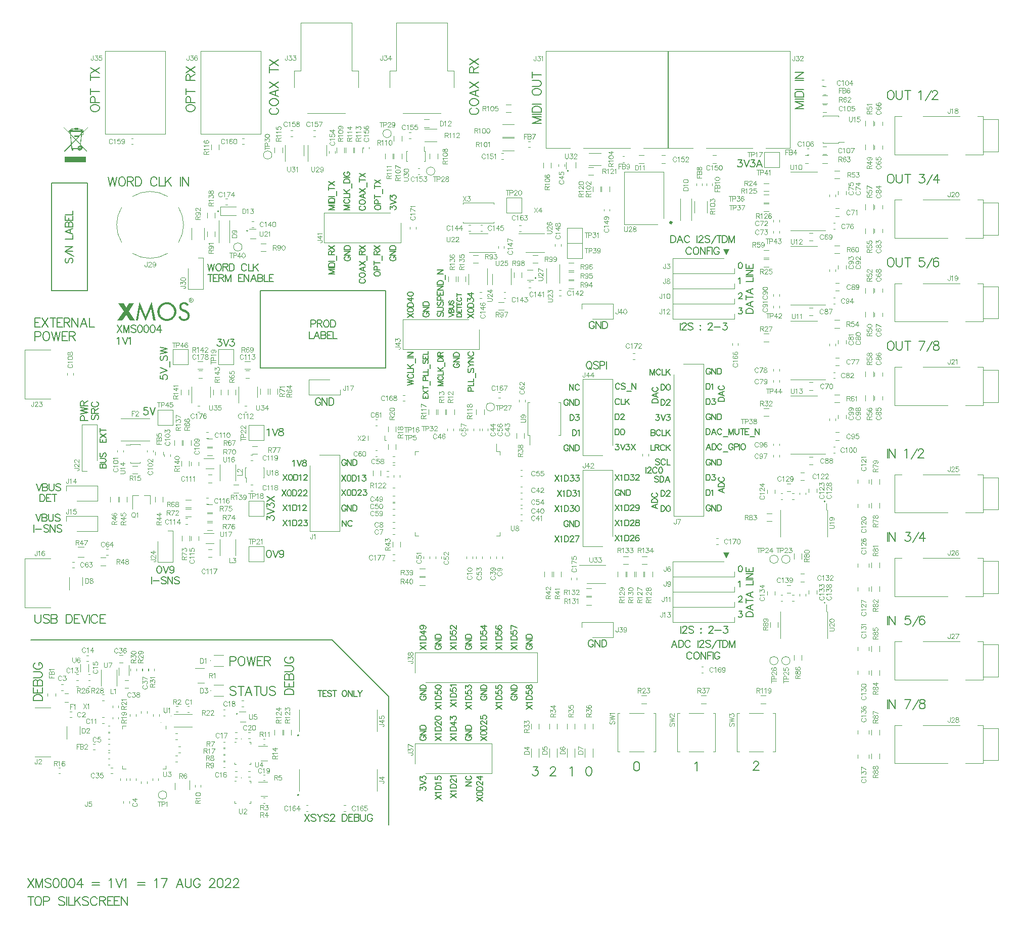
<source format=gto>
G04*
G04 #@! TF.GenerationSoftware,Altium Limited,Altium Designer,21.9.2 (33)*
G04*
G04 Layer_Color=65535*
%FSAX43Y43*%
%MOMM*%
G71*
G04*
G04 #@! TF.SameCoordinates,8A3C4949-5F79-4682-B659-0E7BAC0626F8*
G04*
G04*
G04 #@! TF.FilePolarity,Positive*
G04*
G01*
G75*
%ADD10C,0.100*%
%ADD11C,0.150*%
%ADD12C,0.120*%
%ADD13C,0.300*%
%ADD14C,0.160*%
%ADD15C,0.200*%
%ADD16C,0.140*%
G36*
X0337500Y0186100D02*
X0337000Y0185100D01*
X0336500Y0186100D01*
X0337500D01*
D02*
G37*
G36*
Y0236900D02*
X0337000Y0235900D01*
X0336500Y0236900D01*
X0337500D01*
D02*
G37*
G36*
X0230076Y0257299D02*
X0229285Y0256489D01*
X0229369D01*
Y0256055D01*
X0229058D01*
X0229000Y0255375D01*
X0228916Y0254435D01*
X0229953Y0253360D01*
X0229875Y0253275D01*
X0228903Y0254280D01*
X0228896Y0254221D01*
X0228942Y0254202D01*
X0228994Y0254170D01*
X0229039Y0254124D01*
X0229071Y0254079D01*
X0229097Y0254027D01*
X0229117Y0253975D01*
X0229130Y0253923D01*
X0229136Y0253859D01*
X0229130Y0253800D01*
X0229110Y0253735D01*
X0229078Y0253664D01*
X0229032Y0253599D01*
X0228987Y0253554D01*
X0228929Y0253515D01*
X0228857Y0253489D01*
X0228799Y0253470D01*
X0228721D01*
X0228644Y0253476D01*
X0228559Y0253502D01*
X0228488Y0253554D01*
X0228436Y0253612D01*
X0228397Y0253664D01*
X0228372Y0253716D01*
X0227607D01*
Y0253450D01*
X0227361D01*
Y0253716D01*
X0227328D01*
X0227264Y0254409D01*
X0226156Y0253275D01*
X0226078Y0253353D01*
X0227251Y0254565D01*
X0227199Y0255103D01*
X0227127Y0255848D01*
X0227095Y0256159D01*
X0226000Y0257299D01*
X0226078Y0257377D01*
X0227082Y0256334D01*
X0227056Y0256586D01*
X0226888D01*
Y0256787D01*
X0227043D01*
X0227037Y0256833D01*
X0227050Y0256859D01*
X0227063Y0256878D01*
X0227089Y0256904D01*
X0227127Y0256936D01*
X0227166Y0256962D01*
X0227212Y0256988D01*
X0227257Y0257008D01*
X0227289Y0257027D01*
Y0257150D01*
X0227555D01*
Y0257098D01*
X0227639Y0257111D01*
X0227724Y0257124D01*
X0227801Y0257131D01*
X0227853D01*
Y0257215D01*
X0228475D01*
Y0257118D01*
X0228553Y0257111D01*
X0228650Y0257092D01*
X0228741Y0257072D01*
X0228832Y0257046D01*
X0228916Y0257014D01*
X0228974Y0256988D01*
X0229019Y0256956D01*
X0229052Y0256930D01*
X0229065Y0256949D01*
X0229097Y0256969D01*
X0229136Y0256982D01*
X0229181Y0256988D01*
X0229227Y0256982D01*
X0229272Y0256962D01*
X0229305Y0256936D01*
X0229330Y0256891D01*
X0229343Y0256865D01*
X0229350Y0256826D01*
X0229343Y0256794D01*
X0229337Y0256768D01*
X0229324Y0256735D01*
X0229305Y0256716D01*
X0229285Y0256697D01*
X0229266Y0256684D01*
X0229253Y0256671D01*
Y0256612D01*
X0229991Y0257377D01*
X0230076Y0257299D01*
D02*
G37*
G36*
X0229778Y0252381D02*
Y0252368D01*
Y0252355D01*
Y0252329D01*
Y0252290D01*
Y0252245D01*
Y0252239D01*
Y0252219D01*
Y0252193D01*
Y0252154D01*
Y0252109D01*
Y0252057D01*
Y0251941D01*
Y0251934D01*
Y0251915D01*
Y0251882D01*
Y0251837D01*
Y0251740D01*
Y0251636D01*
Y0251630D01*
Y0251617D01*
Y0251571D01*
Y0251519D01*
Y0251506D01*
Y0251500D01*
X0226233D01*
Y0251519D01*
Y0251532D01*
Y0251558D01*
Y0251591D01*
Y0251636D01*
Y0251643D01*
Y0251662D01*
Y0251688D01*
Y0251727D01*
Y0251772D01*
Y0251824D01*
Y0251941D01*
Y0251947D01*
Y0251967D01*
Y0251999D01*
Y0252044D01*
Y0252141D01*
Y0252245D01*
Y0252252D01*
Y0252265D01*
Y0252290D01*
Y0252316D01*
Y0252342D01*
Y0252368D01*
Y0252381D01*
Y0252388D01*
X0229778D01*
Y0252381D01*
D02*
G37*
G36*
X0247412Y0228780D02*
X0247421D01*
X0247432Y0228779D01*
X0247444Y0228777D01*
X0247457Y0228775D01*
X0247486Y0228769D01*
X0247519Y0228759D01*
X0247554Y0228747D01*
X0247572Y0228738D01*
X0247589Y0228729D01*
X0247591Y0228728D01*
X0247594Y0228727D01*
X0247598Y0228724D01*
X0247605Y0228720D01*
X0247613Y0228715D01*
X0247623Y0228708D01*
X0247633Y0228700D01*
X0247644Y0228692D01*
X0247656Y0228682D01*
X0247668Y0228672D01*
X0247693Y0228646D01*
X0247716Y0228616D01*
X0247738Y0228583D01*
X0247739Y0228582D01*
X0247740Y0228578D01*
X0247743Y0228574D01*
X0247747Y0228566D01*
X0247750Y0228557D01*
X0247755Y0228547D01*
X0247760Y0228536D01*
X0247765Y0228523D01*
X0247770Y0228508D01*
X0247775Y0228493D01*
X0247784Y0228460D01*
X0247789Y0228423D01*
X0247790Y0228404D01*
X0247791Y0228385D01*
Y0228384D01*
Y0228381D01*
Y0228375D01*
X0247790Y0228367D01*
Y0228359D01*
X0247789Y0228347D01*
X0247787Y0228335D01*
X0247785Y0228322D01*
X0247778Y0228292D01*
X0247769Y0228260D01*
X0247756Y0228224D01*
X0247747Y0228206D01*
X0247738Y0228189D01*
X0247737Y0228188D01*
X0247736Y0228184D01*
X0247733Y0228180D01*
X0247728Y0228173D01*
X0247724Y0228165D01*
X0247717Y0228157D01*
X0247709Y0228147D01*
X0247700Y0228135D01*
X0247679Y0228111D01*
X0247655Y0228087D01*
X0247625Y0228063D01*
X0247592Y0228042D01*
X0247591D01*
X0247587Y0228040D01*
X0247583Y0228038D01*
X0247575Y0228034D01*
X0247567Y0228030D01*
X0247557Y0228026D01*
X0247545Y0228021D01*
X0247532Y0228017D01*
X0247518Y0228011D01*
X0247503Y0228007D01*
X0247470Y0227998D01*
X0247433Y0227992D01*
X0247414Y0227991D01*
X0247395Y0227990D01*
X0247385D01*
X0247377Y0227991D01*
X0247369D01*
X0247357Y0227993D01*
X0247345Y0227994D01*
X0247332Y0227997D01*
X0247302Y0228003D01*
X0247270Y0228012D01*
X0247234Y0228026D01*
X0247216Y0228033D01*
X0247199Y0228042D01*
X0247198Y0228043D01*
X0247194Y0228044D01*
X0247190Y0228048D01*
X0247183Y0228052D01*
X0247175Y0228058D01*
X0247167Y0228063D01*
X0247157Y0228071D01*
X0247145Y0228080D01*
X0247121Y0228101D01*
X0247097Y0228127D01*
X0247073Y0228155D01*
X0247052Y0228189D01*
Y0228190D01*
X0247050Y0228193D01*
X0247048Y0228198D01*
X0247044Y0228205D01*
X0247040Y0228214D01*
X0247036Y0228224D01*
X0247031Y0228235D01*
X0247027Y0228249D01*
X0247021Y0228263D01*
X0247017Y0228279D01*
X0247008Y0228312D01*
X0247002Y0228347D01*
X0247001Y0228366D01*
X0247000Y0228385D01*
Y0228386D01*
Y0228390D01*
Y0228395D01*
X0247001Y0228403D01*
Y0228412D01*
X0247003Y0228423D01*
X0247004Y0228435D01*
X0247007Y0228448D01*
X0247013Y0228478D01*
X0247022Y0228512D01*
X0247036Y0228547D01*
X0247043Y0228565D01*
X0247052Y0228583D01*
X0247053Y0228584D01*
X0247054Y0228587D01*
X0247058Y0228592D01*
X0247062Y0228598D01*
X0247068Y0228606D01*
X0247074Y0228616D01*
X0247082Y0228626D01*
X0247091Y0228637D01*
X0247112Y0228660D01*
X0247137Y0228685D01*
X0247167Y0228708D01*
X0247200Y0228729D01*
X0247201Y0228730D01*
X0247204Y0228731D01*
X0247210Y0228734D01*
X0247216Y0228737D01*
X0247225Y0228741D01*
X0247235Y0228746D01*
X0247248Y0228750D01*
X0247260Y0228756D01*
X0247274Y0228760D01*
X0247290Y0228765D01*
X0247323Y0228774D01*
X0247359Y0228779D01*
X0247376Y0228781D01*
X0247405D01*
X0247412Y0228780D01*
D02*
G37*
G36*
X0236916Y0226541D02*
X0237976Y0225000D01*
X0237101D01*
X0236518Y0225939D01*
X0235875Y0225000D01*
X0235005D01*
X0236092Y0226541D01*
X0235199Y0227888D01*
X0236092D01*
X0236518Y0227143D01*
X0236944Y0227888D01*
X0237837D01*
X0236916Y0226541D01*
D02*
G37*
G36*
X0246314Y0228045D02*
X0246375Y0228036D01*
X0246449Y0228022D01*
X0246527Y0227999D01*
X0246606Y0227971D01*
X0246680Y0227934D01*
X0246685D01*
X0246689Y0227929D01*
X0246712Y0227911D01*
X0246750Y0227888D01*
X0246796Y0227851D01*
X0246842Y0227800D01*
X0246893Y0227744D01*
X0246944Y0227675D01*
X0246990Y0227596D01*
X0246699Y0227411D01*
X0246694Y0227420D01*
X0246680Y0227439D01*
X0246662Y0227471D01*
X0246634Y0227508D01*
X0246597Y0227550D01*
X0246560Y0227592D01*
X0246518Y0227633D01*
X0246472Y0227666D01*
X0246467Y0227670D01*
X0246449Y0227680D01*
X0246426Y0227693D01*
X0246389Y0227712D01*
X0246347Y0227726D01*
X0246301Y0227740D01*
X0246245Y0227749D01*
X0246190Y0227754D01*
X0246157D01*
X0246120Y0227749D01*
X0246074Y0227740D01*
X0246023Y0227721D01*
X0245967Y0227703D01*
X0245912Y0227670D01*
X0245861Y0227629D01*
X0245856Y0227624D01*
X0245842Y0227605D01*
X0245819Y0227582D01*
X0245801Y0227545D01*
X0245778Y0227499D01*
X0245755Y0227448D01*
X0245741Y0227388D01*
X0245736Y0227319D01*
Y0227314D01*
Y0227291D01*
X0245741Y0227263D01*
X0245750Y0227226D01*
X0245759Y0227184D01*
X0245778Y0227138D01*
X0245801Y0227092D01*
X0245833Y0227046D01*
X0245838Y0227041D01*
X0245852Y0227027D01*
X0245875Y0227004D01*
X0245907Y0226976D01*
X0245949Y0226944D01*
X0246004Y0226911D01*
X0246065Y0226874D01*
X0246139Y0226837D01*
X0246564Y0226652D01*
X0246569D01*
X0246578Y0226648D01*
X0246592Y0226638D01*
X0246611Y0226629D01*
X0246666Y0226601D01*
X0246731Y0226564D01*
X0246800Y0226518D01*
X0246874Y0226458D01*
X0246944Y0226393D01*
X0247004Y0226319D01*
X0247009Y0226310D01*
X0247027Y0226282D01*
X0247050Y0226240D01*
X0247078Y0226185D01*
X0247106Y0226111D01*
X0247129Y0226032D01*
X0247148Y0225939D01*
X0247152Y0225838D01*
Y0225833D01*
Y0225819D01*
Y0225796D01*
X0247148Y0225768D01*
X0247143Y0225736D01*
X0247138Y0225694D01*
X0247120Y0225602D01*
X0247087Y0225495D01*
X0247069Y0225440D01*
X0247041Y0225384D01*
X0247009Y0225329D01*
X0246976Y0225278D01*
X0246935Y0225227D01*
X0246888Y0225176D01*
X0246884Y0225171D01*
X0246874Y0225167D01*
X0246861Y0225153D01*
X0246842Y0225139D01*
X0246814Y0225120D01*
X0246782Y0225097D01*
X0246745Y0225074D01*
X0246703Y0225051D01*
X0246657Y0225028D01*
X0246601Y0225005D01*
X0246546Y0224986D01*
X0246486Y0224963D01*
X0246347Y0224935D01*
X0246273Y0224931D01*
X0246194Y0224926D01*
X0246162D01*
X0246134Y0224931D01*
X0246106D01*
X0246069Y0224935D01*
X0245991Y0224949D01*
X0245893Y0224968D01*
X0245796Y0225000D01*
X0245694Y0225042D01*
X0245602Y0225102D01*
X0245597D01*
X0245593Y0225111D01*
X0245565Y0225134D01*
X0245523Y0225176D01*
X0245472Y0225236D01*
X0245421Y0225305D01*
X0245366Y0225393D01*
X0245319Y0225500D01*
X0245282Y0225616D01*
X0245602Y0225777D01*
Y0225773D01*
X0245606Y0225764D01*
X0245611Y0225750D01*
X0245616Y0225731D01*
X0245630Y0225685D01*
X0245653Y0225625D01*
X0245680Y0225555D01*
X0245717Y0225491D01*
X0245764Y0225421D01*
X0245815Y0225366D01*
X0245824Y0225361D01*
X0245842Y0225342D01*
X0245875Y0225324D01*
X0245921Y0225296D01*
X0245977Y0225273D01*
X0246041Y0225250D01*
X0246111Y0225231D01*
X0246194Y0225227D01*
X0246222D01*
X0246240Y0225231D01*
X0246287Y0225236D01*
X0246352Y0225245D01*
X0246416Y0225264D01*
X0246490Y0225292D01*
X0246564Y0225329D01*
X0246629Y0225379D01*
X0246638Y0225389D01*
X0246657Y0225407D01*
X0246680Y0225440D01*
X0246712Y0225486D01*
X0246745Y0225546D01*
X0246768Y0225611D01*
X0246787Y0225690D01*
X0246796Y0225777D01*
Y0225782D01*
Y0225787D01*
Y0225810D01*
X0246791Y0225847D01*
X0246782Y0225898D01*
X0246768Y0225949D01*
X0246745Y0226009D01*
X0246717Y0226069D01*
X0246680Y0226125D01*
X0246675Y0226129D01*
X0246657Y0226148D01*
X0246629Y0226175D01*
X0246592Y0226213D01*
X0246541Y0226250D01*
X0246481Y0226291D01*
X0246412Y0226333D01*
X0246328Y0226374D01*
X0245963Y0226527D01*
X0245958D01*
X0245949Y0226532D01*
X0245935Y0226541D01*
X0245916Y0226550D01*
X0245861Y0226578D01*
X0245796Y0226615D01*
X0245727Y0226661D01*
X0245653Y0226717D01*
X0245583Y0226777D01*
X0245523Y0226847D01*
X0245518Y0226856D01*
X0245500Y0226884D01*
X0245477Y0226921D01*
X0245454Y0226976D01*
X0245426Y0227046D01*
X0245403Y0227124D01*
X0245384Y0227217D01*
X0245380Y0227314D01*
Y0227319D01*
Y0227328D01*
Y0227346D01*
X0245384Y0227369D01*
X0245389Y0227393D01*
X0245394Y0227425D01*
X0245407Y0227499D01*
X0245435Y0227582D01*
X0245481Y0227670D01*
X0245505Y0227717D01*
X0245537Y0227758D01*
X0245574Y0227800D01*
X0245616Y0227842D01*
X0245620Y0227846D01*
X0245625Y0227851D01*
X0245639Y0227860D01*
X0245657Y0227874D01*
X0245680Y0227888D01*
X0245708Y0227906D01*
X0245778Y0227948D01*
X0245866Y0227985D01*
X0245967Y0228017D01*
X0246088Y0228041D01*
X0246153Y0228050D01*
X0246264D01*
X0246314Y0228045D01*
D02*
G37*
G36*
X0241395Y0225000D02*
X0241048D01*
X0240668Y0227027D01*
X0239748Y0224884D01*
X0238817Y0227027D01*
X0238442Y0225000D01*
X0238100D01*
X0238702Y0228101D01*
X0239748Y0225629D01*
X0240789Y0228101D01*
X0241395Y0225000D01*
D02*
G37*
G36*
X0243390Y0228045D02*
X0243422D01*
X0243501Y0228036D01*
X0243598Y0228022D01*
X0243700Y0227999D01*
X0243806Y0227971D01*
X0243917Y0227929D01*
X0243922D01*
X0243931Y0227925D01*
X0243945Y0227916D01*
X0243968Y0227906D01*
X0243991Y0227897D01*
X0244024Y0227879D01*
X0244093Y0227842D01*
X0244176Y0227795D01*
X0244264Y0227735D01*
X0244352Y0227670D01*
X0244440Y0227592D01*
X0244445Y0227587D01*
X0244449Y0227582D01*
X0244463Y0227568D01*
X0244477Y0227555D01*
X0244519Y0227508D01*
X0244565Y0227448D01*
X0244621Y0227374D01*
X0244681Y0227286D01*
X0244732Y0227194D01*
X0244783Y0227087D01*
Y0227083D01*
X0244787Y0227073D01*
X0244792Y0227059D01*
X0244801Y0227036D01*
X0244810Y0227013D01*
X0244820Y0226981D01*
X0244843Y0226907D01*
X0244866Y0226814D01*
X0244884Y0226712D01*
X0244898Y0226601D01*
X0244903Y0226486D01*
Y0226481D01*
Y0226472D01*
Y0226453D01*
Y0226430D01*
X0244898Y0226402D01*
Y0226370D01*
X0244889Y0226287D01*
X0244875Y0226194D01*
X0244852Y0226092D01*
X0244824Y0225986D01*
X0244783Y0225879D01*
Y0225875D01*
X0244778Y0225865D01*
X0244769Y0225852D01*
X0244760Y0225833D01*
X0244732Y0225777D01*
X0244695Y0225713D01*
X0244648Y0225634D01*
X0244588Y0225551D01*
X0244519Y0225463D01*
X0244440Y0225379D01*
X0244436Y0225375D01*
X0244431Y0225370D01*
X0244417Y0225356D01*
X0244399Y0225342D01*
X0244352Y0225301D01*
X0244292Y0225255D01*
X0244213Y0225199D01*
X0244126Y0225143D01*
X0244024Y0225088D01*
X0243917Y0225037D01*
X0243913D01*
X0243903Y0225032D01*
X0243889Y0225028D01*
X0243866Y0225019D01*
X0243839Y0225009D01*
X0243806Y0225000D01*
X0243732Y0224981D01*
X0243640Y0224958D01*
X0243533Y0224940D01*
X0243422Y0224926D01*
X0243306Y0224921D01*
X0243251D01*
X0243223Y0224926D01*
X0243191D01*
X0243112Y0224935D01*
X0243019Y0224949D01*
X0242918Y0224972D01*
X0242807Y0225000D01*
X0242695Y0225037D01*
X0242691D01*
X0242682Y0225042D01*
X0242668Y0225051D01*
X0242645Y0225060D01*
X0242621Y0225074D01*
X0242594Y0225088D01*
X0242520Y0225125D01*
X0242441Y0225176D01*
X0242353Y0225231D01*
X0242265Y0225301D01*
X0242177Y0225379D01*
X0242173Y0225384D01*
X0242168Y0225389D01*
X0242154Y0225403D01*
X0242140Y0225417D01*
X0242098Y0225463D01*
X0242048Y0225528D01*
X0241992Y0225602D01*
X0241937Y0225685D01*
X0241881Y0225782D01*
X0241830Y0225884D01*
Y0225889D01*
X0241825Y0225898D01*
X0241821Y0225912D01*
X0241812Y0225935D01*
X0241802Y0225958D01*
X0241793Y0225990D01*
X0241775Y0226064D01*
X0241751Y0226157D01*
X0241733Y0226259D01*
X0241719Y0226370D01*
X0241714Y0226486D01*
Y0226490D01*
Y0226499D01*
Y0226518D01*
Y0226541D01*
X0241719Y0226569D01*
Y0226601D01*
X0241728Y0226680D01*
X0241742Y0226772D01*
X0241765Y0226874D01*
X0241793Y0226981D01*
X0241830Y0227087D01*
Y0227092D01*
X0241835Y0227101D01*
X0241844Y0227115D01*
X0241853Y0227133D01*
X0241881Y0227189D01*
X0241918Y0227258D01*
X0241969Y0227332D01*
X0242029Y0227420D01*
X0242098Y0227508D01*
X0242177Y0227592D01*
X0242182Y0227596D01*
X0242186Y0227601D01*
X0242200Y0227615D01*
X0242219Y0227629D01*
X0242265Y0227666D01*
X0242325Y0227717D01*
X0242404Y0227772D01*
X0242492Y0227828D01*
X0242589Y0227879D01*
X0242695Y0227929D01*
X0242700D01*
X0242709Y0227934D01*
X0242723Y0227939D01*
X0242746Y0227948D01*
X0242774Y0227957D01*
X0242807Y0227966D01*
X0242885Y0227990D01*
X0242973Y0228013D01*
X0243080Y0228031D01*
X0243191Y0228045D01*
X0243306Y0228050D01*
X0243362D01*
X0243390Y0228045D01*
D02*
G37*
%LPC*%
G36*
X0228365Y0257105D02*
X0227970D01*
Y0257040D01*
X0228365D01*
Y0257105D01*
D02*
G37*
G36*
X0227445Y0257040D02*
X0227400D01*
Y0256891D01*
X0227445D01*
Y0257040D01*
D02*
G37*
G36*
X0227853Y0257014D02*
X0227743Y0257008D01*
X0227646Y0256995D01*
X0227555Y0256975D01*
Y0256787D01*
X0229000D01*
Y0256813D01*
X0228955Y0256859D01*
X0228896Y0256891D01*
X0228819Y0256930D01*
X0228721Y0256956D01*
X0228605Y0256982D01*
X0228475Y0257001D01*
Y0256930D01*
X0227853D01*
Y0257014D01*
D02*
G37*
G36*
X0227289Y0256897D02*
X0227225Y0256865D01*
X0227186Y0256839D01*
X0227153Y0256807D01*
Y0256787D01*
X0227289D01*
Y0256897D01*
D02*
G37*
G36*
X0229175Y0256878D02*
X0229169D01*
X0229149Y0256872D01*
X0229130Y0256852D01*
X0229123Y0256820D01*
Y0256813D01*
X0229130Y0256794D01*
X0229143Y0256774D01*
X0229175Y0256768D01*
X0229181D01*
X0229207Y0256774D01*
X0229227Y0256787D01*
X0229233Y0256820D01*
Y0256826D01*
X0229227Y0256852D01*
X0229207Y0256872D01*
X0229175Y0256878D01*
D02*
G37*
G36*
X0229253Y0256379D02*
X0229039D01*
Y0256165D01*
X0229253D01*
Y0256379D01*
D02*
G37*
G36*
X0228533Y0255893D02*
X0227950D01*
Y0255854D01*
X0228533D01*
Y0255893D01*
D02*
G37*
G36*
X0228987Y0256586D02*
X0227173D01*
X0227205Y0256211D01*
X0228028Y0255355D01*
X0228404Y0255744D01*
X0227840D01*
Y0256003D01*
X0228657D01*
X0228929Y0256282D01*
Y0256489D01*
X0228974D01*
X0228987Y0256586D01*
D02*
G37*
G36*
X0227225Y0256029D02*
X0227354Y0254662D01*
X0227950Y0255278D01*
X0227225Y0256029D01*
D02*
G37*
G36*
X0228929Y0256120D02*
X0228657Y0255841D01*
Y0255744D01*
X0228559D01*
X0228106Y0255278D01*
X0228812Y0254545D01*
X0228942Y0256055D01*
X0228929D01*
Y0256120D01*
D02*
G37*
G36*
X0228028Y0255193D02*
X0227367Y0254513D01*
X0227432Y0253833D01*
X0228346D01*
X0228339Y0253891D01*
X0228359Y0253975D01*
X0228391Y0254053D01*
X0228436Y0254118D01*
X0228482Y0254163D01*
X0228533Y0254202D01*
X0228605Y0254234D01*
X0228676Y0254254D01*
X0228734Y0254260D01*
X0228786Y0254254D01*
X0228799Y0254396D01*
X0228028Y0255193D01*
D02*
G37*
G36*
X0228734Y0254059D02*
X0228702D01*
X0228676Y0254046D01*
X0228637Y0254033D01*
X0228605Y0254014D01*
X0228572Y0253975D01*
X0228546Y0253930D01*
X0228540Y0253865D01*
Y0253859D01*
X0228546Y0253833D01*
X0228553Y0253807D01*
X0228566Y0253768D01*
X0228585Y0253735D01*
X0228624Y0253703D01*
X0228670Y0253677D01*
X0228734Y0253671D01*
X0228741D01*
X0228767Y0253677D01*
X0228799Y0253684D01*
X0228832Y0253697D01*
X0228870Y0253716D01*
X0228896Y0253755D01*
X0228922Y0253800D01*
X0228929Y0253865D01*
Y0253872D01*
Y0253897D01*
X0228916Y0253930D01*
X0228903Y0253962D01*
X0228883Y0254001D01*
X0228845Y0254027D01*
X0228799Y0254053D01*
X0228734Y0254059D01*
D02*
G37*
G36*
X0227497Y0253716D02*
X0227471D01*
Y0253560D01*
X0227497D01*
Y0253716D01*
D02*
G37*
%LPD*%
G36*
X0228799Y0253982D02*
X0228825Y0253962D01*
X0228845Y0253943D01*
X0228857Y0253910D01*
X0228864Y0253865D01*
Y0253859D01*
Y0253846D01*
X0228851Y0253800D01*
X0228832Y0253774D01*
X0228812Y0253755D01*
X0228780Y0253742D01*
X0228734Y0253735D01*
X0228715D01*
X0228670Y0253755D01*
X0228644Y0253768D01*
X0228624Y0253787D01*
X0228611Y0253820D01*
X0228605Y0253865D01*
Y0253872D01*
Y0253884D01*
X0228624Y0253930D01*
X0228637Y0253956D01*
X0228657Y0253975D01*
X0228689Y0253988D01*
X0228734Y0253995D01*
X0228754D01*
X0228799Y0253982D01*
D02*
G37*
%LPC*%
G36*
X0228747Y0253884D02*
X0228728D01*
X0228721Y0253878D01*
X0228715Y0253865D01*
Y0253859D01*
X0228721Y0253852D01*
X0228734Y0253846D01*
X0228747D01*
X0228754Y0253852D01*
Y0253865D01*
Y0253872D01*
Y0253878D01*
X0228747Y0253884D01*
D02*
G37*
G36*
X0247395Y0228716D02*
X0247387D01*
X0247381Y0228715D01*
X0247373D01*
X0247365Y0228714D01*
X0247355Y0228713D01*
X0247344Y0228710D01*
X0247319Y0228706D01*
X0247292Y0228698D01*
X0247263Y0228687D01*
X0247233Y0228673D01*
X0247232D01*
X0247230Y0228670D01*
X0247225Y0228668D01*
X0247220Y0228665D01*
X0247213Y0228660D01*
X0247205Y0228655D01*
X0247189Y0228642D01*
X0247169Y0228624D01*
X0247148Y0228603D01*
X0247128Y0228577D01*
X0247110Y0228549D01*
Y0228548D01*
X0247108Y0228546D01*
X0247105Y0228542D01*
X0247103Y0228536D01*
X0247100Y0228528D01*
X0247095Y0228521D01*
X0247092Y0228511D01*
X0247088Y0228499D01*
X0247080Y0228475D01*
X0247072Y0228447D01*
X0247068Y0228416D01*
X0247065Y0228385D01*
Y0228384D01*
Y0228382D01*
Y0228376D01*
X0247067Y0228371D01*
Y0228363D01*
X0247068Y0228354D01*
X0247069Y0228344D01*
X0247071Y0228333D01*
X0247077Y0228307D01*
X0247083Y0228280D01*
X0247094Y0228251D01*
X0247109Y0228221D01*
Y0228220D01*
X0247111Y0228218D01*
X0247113Y0228213D01*
X0247117Y0228208D01*
X0247121Y0228201D01*
X0247127Y0228194D01*
X0247140Y0228176D01*
X0247158Y0228157D01*
X0247179Y0228137D01*
X0247203Y0228117D01*
X0247231Y0228099D01*
X0247232D01*
X0247234Y0228097D01*
X0247239Y0228094D01*
X0247244Y0228092D01*
X0247252Y0228089D01*
X0247261Y0228085D01*
X0247270Y0228081D01*
X0247281Y0228078D01*
X0247305Y0228069D01*
X0247333Y0228062D01*
X0247364Y0228058D01*
X0247395Y0228055D01*
X0247404D01*
X0247410Y0228057D01*
X0247417D01*
X0247426Y0228058D01*
X0247436Y0228059D01*
X0247447Y0228061D01*
X0247473Y0228067D01*
X0247501Y0228073D01*
X0247529Y0228084D01*
X0247559Y0228099D01*
X0247561D01*
X0247563Y0228101D01*
X0247567Y0228103D01*
X0247573Y0228107D01*
X0247579Y0228111D01*
X0247587Y0228117D01*
X0247604Y0228130D01*
X0247624Y0228148D01*
X0247644Y0228169D01*
X0247664Y0228193D01*
X0247682Y0228221D01*
Y0228222D01*
X0247684Y0228224D01*
X0247686Y0228229D01*
X0247688Y0228234D01*
X0247692Y0228242D01*
X0247696Y0228251D01*
X0247699Y0228260D01*
X0247704Y0228271D01*
X0247712Y0228295D01*
X0247719Y0228323D01*
X0247724Y0228354D01*
X0247726Y0228385D01*
Y0228386D01*
Y0228388D01*
Y0228394D01*
X0247725Y0228400D01*
Y0228407D01*
X0247724Y0228416D01*
X0247723Y0228426D01*
X0247720Y0228437D01*
X0247715Y0228463D01*
X0247707Y0228491D01*
X0247696Y0228519D01*
X0247682Y0228549D01*
Y0228551D01*
X0247679Y0228553D01*
X0247677Y0228557D01*
X0247674Y0228563D01*
X0247669Y0228569D01*
X0247664Y0228577D01*
X0247649Y0228595D01*
X0247632Y0228615D01*
X0247610Y0228635D01*
X0247586Y0228655D01*
X0247557Y0228673D01*
X0247556D01*
X0247554Y0228675D01*
X0247549Y0228677D01*
X0247544Y0228679D01*
X0247536Y0228683D01*
X0247528Y0228686D01*
X0247518Y0228690D01*
X0247507Y0228695D01*
X0247483Y0228703D01*
X0247455Y0228709D01*
X0247426Y0228714D01*
X0247395Y0228716D01*
D02*
G37*
%LPD*%
G36*
X0247394Y0228592D02*
X0247411D01*
X0247428Y0228589D01*
X0247446Y0228587D01*
X0247463Y0228585D01*
X0247477Y0228581D01*
X0247478D01*
X0247483Y0228578D01*
X0247488Y0228575D01*
X0247496Y0228571D01*
X0247505Y0228565D01*
X0247514Y0228557D01*
X0247523Y0228548D01*
X0247531Y0228538D01*
X0247532Y0228537D01*
X0247534Y0228534D01*
X0247537Y0228527D01*
X0247542Y0228519D01*
X0247545Y0228511D01*
X0247548Y0228501D01*
X0247551Y0228490D01*
X0247552Y0228477D01*
Y0228475D01*
Y0228470D01*
X0247549Y0228461D01*
X0247547Y0228450D01*
X0247543Y0228437D01*
X0247537Y0228423D01*
X0247528Y0228408D01*
X0247517Y0228395D01*
X0247516Y0228394D01*
X0247512Y0228390D01*
X0247504Y0228384D01*
X0247494Y0228377D01*
X0247481Y0228371D01*
X0247466Y0228365D01*
X0247448Y0228360D01*
X0247428Y0228357D01*
X0247430D01*
X0247432Y0228355D01*
X0247436Y0228354D01*
X0247442Y0228351D01*
X0247453Y0228343D01*
X0247465Y0228334D01*
X0247466Y0228333D01*
X0247470Y0228330D01*
X0247475Y0228323D01*
X0247483Y0228314D01*
X0247492Y0228302D01*
X0247503Y0228287D01*
X0247515Y0228271D01*
X0247528Y0228250D01*
X0247581Y0228167D01*
X0247496D01*
X0247458Y0228233D01*
Y0228234D01*
X0247456Y0228236D01*
X0247454Y0228241D01*
X0247451Y0228246D01*
X0247443Y0228260D01*
X0247433Y0228275D01*
X0247422Y0228293D01*
X0247410Y0228309D01*
X0247397Y0228323D01*
X0247392Y0228329D01*
X0247386Y0228333D01*
X0247385Y0228334D01*
X0247383Y0228335D01*
X0247378Y0228337D01*
X0247372Y0228341D01*
X0247364Y0228343D01*
X0247355Y0228345D01*
X0247344Y0228346D01*
X0247331Y0228347D01*
X0247291D01*
Y0228167D01*
X0247222D01*
Y0228593D01*
X0247381D01*
X0247394Y0228592D01*
D02*
G37*
%LPC*%
G36*
X0247386Y0228535D02*
X0247291D01*
Y0228406D01*
X0247384D01*
X0247394Y0228407D01*
X0247407Y0228408D01*
X0247421Y0228411D01*
X0247434Y0228414D01*
X0247446Y0228418D01*
X0247456Y0228424D01*
X0247457Y0228425D01*
X0247460Y0228427D01*
X0247463Y0228431D01*
X0247467Y0228436D01*
X0247472Y0228443D01*
X0247475Y0228452D01*
X0247477Y0228461D01*
X0247478Y0228471D01*
Y0228472D01*
Y0228474D01*
Y0228477D01*
X0247477Y0228482D01*
X0247474Y0228493D01*
X0247467Y0228504D01*
Y0228505D01*
X0247465Y0228506D01*
X0247460Y0228513D01*
X0247451Y0228521D01*
X0247438Y0228527D01*
X0247437D01*
X0247435Y0228528D01*
X0247430Y0228529D01*
X0247423Y0228532D01*
X0247413Y0228533D01*
X0247401Y0228534D01*
X0247386Y0228535D01*
D02*
G37*
G36*
X0243306Y0227721D02*
X0243265D01*
X0243214Y0227717D01*
X0243154Y0227712D01*
X0243080Y0227698D01*
X0243001Y0227684D01*
X0242918Y0227661D01*
X0242834Y0227629D01*
X0242830D01*
X0242825Y0227624D01*
X0242797Y0227610D01*
X0242756Y0227592D01*
X0242700Y0227559D01*
X0242640Y0227522D01*
X0242575Y0227476D01*
X0242506Y0227420D01*
X0242441Y0227360D01*
X0242432Y0227351D01*
X0242413Y0227328D01*
X0242381Y0227291D01*
X0242344Y0227245D01*
X0242297Y0227184D01*
X0242256Y0227115D01*
X0242210Y0227041D01*
X0242173Y0226958D01*
Y0226953D01*
X0242168Y0226948D01*
X0242163Y0226934D01*
X0242159Y0226921D01*
X0242145Y0226874D01*
X0242131Y0226814D01*
X0242112Y0226745D01*
X0242098Y0226666D01*
X0242089Y0226578D01*
X0242085Y0226486D01*
Y0226481D01*
Y0226476D01*
Y0226462D01*
Y0226444D01*
X0242089Y0226393D01*
X0242094Y0226333D01*
X0242108Y0226259D01*
X0242122Y0226180D01*
X0242145Y0226097D01*
X0242173Y0226014D01*
Y0226009D01*
X0242177Y0226004D01*
X0242191Y0225976D01*
X0242210Y0225935D01*
X0242242Y0225884D01*
X0242279Y0225819D01*
X0242325Y0225754D01*
X0242381Y0225685D01*
X0242441Y0225616D01*
X0242450Y0225606D01*
X0242473Y0225588D01*
X0242510Y0225555D01*
X0242557Y0225514D01*
X0242617Y0225467D01*
X0242686Y0225426D01*
X0242760Y0225379D01*
X0242839Y0225342D01*
X0242844D01*
X0242848Y0225338D01*
X0242876Y0225329D01*
X0242922Y0225315D01*
X0242982Y0225301D01*
X0243052Y0225282D01*
X0243130Y0225268D01*
X0243214Y0225259D01*
X0243306Y0225255D01*
X0243348D01*
X0243394Y0225259D01*
X0243459Y0225268D01*
X0243529Y0225278D01*
X0243607Y0225292D01*
X0243690Y0225315D01*
X0243774Y0225347D01*
X0243778D01*
X0243783Y0225352D01*
X0243811Y0225366D01*
X0243852Y0225384D01*
X0243908Y0225417D01*
X0243968Y0225454D01*
X0244038Y0225500D01*
X0244102Y0225555D01*
X0244172Y0225616D01*
X0244181Y0225625D01*
X0244200Y0225648D01*
X0244232Y0225685D01*
X0244274Y0225731D01*
X0244315Y0225791D01*
X0244362Y0225856D01*
X0244403Y0225935D01*
X0244440Y0226014D01*
Y0226018D01*
X0244445Y0226023D01*
X0244449Y0226037D01*
X0244454Y0226051D01*
X0244468Y0226097D01*
X0244486Y0226157D01*
X0244505Y0226226D01*
X0244519Y0226305D01*
X0244528Y0226393D01*
X0244533Y0226486D01*
Y0226490D01*
Y0226495D01*
Y0226509D01*
Y0226527D01*
X0244528Y0226578D01*
X0244519Y0226638D01*
X0244510Y0226712D01*
X0244491Y0226791D01*
X0244468Y0226879D01*
X0244436Y0226962D01*
Y0226967D01*
X0244431Y0226971D01*
X0244417Y0226999D01*
X0244399Y0227041D01*
X0244366Y0227096D01*
X0244329Y0227161D01*
X0244287Y0227226D01*
X0244232Y0227295D01*
X0244172Y0227360D01*
X0244163Y0227369D01*
X0244139Y0227388D01*
X0244102Y0227420D01*
X0244056Y0227462D01*
X0243996Y0227504D01*
X0243931Y0227550D01*
X0243857Y0227592D01*
X0243774Y0227629D01*
X0243769D01*
X0243765Y0227633D01*
X0243737Y0227643D01*
X0243690Y0227656D01*
X0243630Y0227675D01*
X0243561Y0227693D01*
X0243482Y0227707D01*
X0243399Y0227717D01*
X0243306Y0227721D01*
D02*
G37*
%LPD*%
D10*
X0228825Y0165825D02*
G03*
X0228825Y0165825I-0000050J0000000D01*
G01*
D11*
X0310575Y0250050D02*
G03*
X0310575Y0250050I-0000075J0000000D01*
G01*
X0353575Y0177705D02*
G03*
X0353575Y0177705I-0000075J0000000D01*
G01*
X0251975Y0243300D02*
G03*
X0251975Y0243300I-0000075J0000000D01*
G01*
X0250650Y0163000D02*
G03*
X0250650Y0163000I-0000050J0000000D01*
G01*
X0353575Y0194705D02*
G03*
X0353575Y0194705I-0000075J0000000D01*
G01*
X0256825Y0240000D02*
G03*
X0256825Y0240000I-0000075J0000000D01*
G01*
X0305125Y0232100D02*
G03*
X0305125Y0232100I-0000075J0000000D01*
G01*
X0255125Y0159100D02*
G03*
X0255125Y0159100I-0000075J0000000D01*
G01*
X0250650Y0168000D02*
G03*
X0250650Y0168000I-0000050J0000000D01*
G01*
X0221344Y0192549D02*
X0221801Y0191350D01*
X0222258Y0192549D02*
X0221801Y0191350D01*
X0222412Y0192549D02*
Y0191350D01*
Y0192549D02*
X0222926D01*
X0223098Y0192492D01*
X0223155Y0192435D01*
X0223212Y0192321D01*
Y0192207D01*
X0223155Y0192092D01*
X0223098Y0192035D01*
X0222926Y0191978D01*
X0222412D02*
X0222926D01*
X0223098Y0191921D01*
X0223155Y0191864D01*
X0223212Y0191750D01*
Y0191578D01*
X0223155Y0191464D01*
X0223098Y0191407D01*
X0222926Y0191350D01*
X0222412D01*
X0223481Y0192549D02*
Y0191692D01*
X0223538Y0191521D01*
X0223652Y0191407D01*
X0223823Y0191350D01*
X0223938D01*
X0224109Y0191407D01*
X0224223Y0191521D01*
X0224280Y0191692D01*
Y0192549D01*
X0225412Y0192378D02*
X0225297Y0192492D01*
X0225126Y0192549D01*
X0224897D01*
X0224726Y0192492D01*
X0224612Y0192378D01*
Y0192264D01*
X0224669Y0192150D01*
X0224726Y0192092D01*
X0224840Y0192035D01*
X0225183Y0191921D01*
X0225297Y0191864D01*
X0225354Y0191807D01*
X0225412Y0191692D01*
Y0191521D01*
X0225297Y0191407D01*
X0225126Y0191350D01*
X0224897D01*
X0224726Y0191407D01*
X0224612Y0191521D01*
X0221061Y0190750D02*
Y0189550D01*
X0221312Y0190064D02*
X0222341D01*
X0223495Y0190578D02*
X0223381Y0190693D01*
X0223209Y0190750D01*
X0222981D01*
X0222809Y0190693D01*
X0222695Y0190578D01*
Y0190464D01*
X0222752Y0190350D01*
X0222809Y0190293D01*
X0222924Y0190236D01*
X0223266Y0190121D01*
X0223381Y0190064D01*
X0223438Y0190007D01*
X0223495Y0189893D01*
Y0189721D01*
X0223381Y0189607D01*
X0223209Y0189550D01*
X0222981D01*
X0222809Y0189607D01*
X0222695Y0189721D01*
X0223763Y0190750D02*
Y0189550D01*
Y0190750D02*
X0224563Y0189550D01*
Y0190750D02*
Y0189550D01*
X0225694Y0190578D02*
X0225580Y0190693D01*
X0225409Y0190750D01*
X0225180D01*
X0225009Y0190693D01*
X0224895Y0190578D01*
Y0190464D01*
X0224952Y0190350D01*
X0225009Y0190293D01*
X0225123Y0190236D01*
X0225466Y0190121D01*
X0225580Y0190064D01*
X0225637Y0190007D01*
X0225694Y0189893D01*
Y0189721D01*
X0225580Y0189607D01*
X0225409Y0189550D01*
X0225180D01*
X0225009Y0189607D01*
X0224895Y0189721D01*
X0268983Y0163000D02*
Y0162000D01*
X0268650Y0163000D02*
X0269317D01*
X0270054D02*
X0269436D01*
Y0162000D01*
X0270054D01*
X0269436Y0162524D02*
X0269816D01*
X0270888Y0162857D02*
X0270792Y0162952D01*
X0270650Y0163000D01*
X0270459D01*
X0270316Y0162952D01*
X0270221Y0162857D01*
Y0162762D01*
X0270269Y0162667D01*
X0270316Y0162619D01*
X0270412Y0162571D01*
X0270697Y0162476D01*
X0270792Y0162429D01*
X0270840Y0162381D01*
X0270888Y0162286D01*
Y0162143D01*
X0270792Y0162048D01*
X0270650Y0162000D01*
X0270459D01*
X0270316Y0162048D01*
X0270221Y0162143D01*
X0271445Y0163000D02*
Y0162000D01*
X0271111Y0163000D02*
X0271778D01*
X0272968D02*
X0272873Y0162952D01*
X0272778Y0162857D01*
X0272730Y0162762D01*
X0272682Y0162619D01*
Y0162381D01*
X0272730Y0162238D01*
X0272778Y0162143D01*
X0272873Y0162048D01*
X0272968Y0162000D01*
X0273159D01*
X0273254Y0162048D01*
X0273349Y0162143D01*
X0273397Y0162238D01*
X0273444Y0162381D01*
Y0162619D01*
X0273397Y0162762D01*
X0273349Y0162857D01*
X0273254Y0162952D01*
X0273159Y0163000D01*
X0272968D01*
X0273677D02*
Y0162000D01*
Y0163000D02*
X0274344Y0162000D01*
Y0163000D02*
Y0162000D01*
X0274620Y0163000D02*
Y0162000D01*
X0275191D01*
X0275301Y0163000D02*
X0275682Y0162524D01*
Y0162000D01*
X0276063Y0163000D02*
X0275682Y0162524D01*
X0290574Y0225619D02*
X0291374Y0225923D01*
X0290574Y0226228D02*
X0291374Y0225923D01*
X0290574Y0226331D02*
X0291374D01*
X0290574D02*
Y0226674D01*
X0290612Y0226788D01*
X0290650Y0226826D01*
X0290726Y0226864D01*
X0290803D01*
X0290879Y0226826D01*
X0290917Y0226788D01*
X0290955Y0226674D01*
Y0226331D02*
Y0226674D01*
X0290993Y0226788D01*
X0291031Y0226826D01*
X0291107Y0226864D01*
X0291221D01*
X0291298Y0226826D01*
X0291336Y0226788D01*
X0291374Y0226674D01*
Y0226331D01*
X0290574Y0227043D02*
X0291145D01*
X0291260Y0227081D01*
X0291336Y0227157D01*
X0291374Y0227272D01*
Y0227348D01*
X0291336Y0227462D01*
X0291260Y0227538D01*
X0291145Y0227576D01*
X0290574D01*
X0290688Y0228331D02*
X0290612Y0228254D01*
X0290574Y0228140D01*
Y0227988D01*
X0290612Y0227874D01*
X0290688Y0227797D01*
X0290764D01*
X0290841Y0227835D01*
X0290879Y0227874D01*
X0290917Y0227950D01*
X0290993Y0228178D01*
X0291031Y0228254D01*
X0291069Y0228292D01*
X0291145Y0228331D01*
X0291260D01*
X0291336Y0228254D01*
X0291374Y0228140D01*
Y0227988D01*
X0291336Y0227874D01*
X0291260Y0227797D01*
X0291894Y0225619D02*
X0292694D01*
X0291894D02*
Y0225885D01*
X0291932Y0226000D01*
X0292008Y0226076D01*
X0292084Y0226114D01*
X0292198Y0226152D01*
X0292389D01*
X0292503Y0226114D01*
X0292579Y0226076D01*
X0292656Y0226000D01*
X0292694Y0225885D01*
Y0225619D01*
X0291894Y0226826D02*
Y0226331D01*
X0292694D01*
Y0226826D01*
X0292275Y0226331D02*
Y0226636D01*
X0291894Y0227226D02*
X0292694D01*
X0291894Y0226959D02*
Y0227493D01*
Y0228083D02*
Y0227588D01*
X0292694D01*
Y0228083D01*
X0292275Y0227588D02*
Y0227893D01*
X0292084Y0228788D02*
X0292008Y0228749D01*
X0291932Y0228673D01*
X0291894Y0228597D01*
Y0228445D01*
X0291932Y0228369D01*
X0292008Y0228292D01*
X0292084Y0228254D01*
X0292198Y0228216D01*
X0292389D01*
X0292503Y0228254D01*
X0292579Y0228292D01*
X0292656Y0228369D01*
X0292694Y0228445D01*
Y0228597D01*
X0292656Y0228673D01*
X0292579Y0228749D01*
X0292503Y0228788D01*
X0291894Y0229279D02*
X0292694D01*
X0291894Y0229012D02*
Y0229546D01*
X0221444Y0197649D02*
X0221901Y0196450D01*
X0222358Y0197649D02*
X0221901Y0196450D01*
X0222512Y0197649D02*
Y0196450D01*
Y0197649D02*
X0223026D01*
X0223198Y0197592D01*
X0223255Y0197535D01*
X0223312Y0197421D01*
Y0197307D01*
X0223255Y0197192D01*
X0223198Y0197135D01*
X0223026Y0197078D01*
X0222512D02*
X0223026D01*
X0223198Y0197021D01*
X0223255Y0196964D01*
X0223312Y0196850D01*
Y0196678D01*
X0223255Y0196564D01*
X0223198Y0196507D01*
X0223026Y0196450D01*
X0222512D01*
X0223581Y0197649D02*
Y0196792D01*
X0223638Y0196621D01*
X0223752Y0196507D01*
X0223923Y0196450D01*
X0224038D01*
X0224209Y0196507D01*
X0224323Y0196621D01*
X0224380Y0196792D01*
Y0197649D01*
X0225512Y0197478D02*
X0225397Y0197592D01*
X0225226Y0197649D01*
X0224997D01*
X0224826Y0197592D01*
X0224712Y0197478D01*
Y0197364D01*
X0224769Y0197250D01*
X0224826Y0197192D01*
X0224940Y0197135D01*
X0225283Y0197021D01*
X0225397Y0196964D01*
X0225454Y0196907D01*
X0225512Y0196792D01*
Y0196621D01*
X0225397Y0196507D01*
X0225226Y0196450D01*
X0224997D01*
X0224826Y0196507D01*
X0224712Y0196621D01*
X0222072Y0195850D02*
Y0194650D01*
Y0195850D02*
X0222472D01*
X0222644Y0195793D01*
X0222758Y0195678D01*
X0222815Y0195564D01*
X0222872Y0195393D01*
Y0195107D01*
X0222815Y0194936D01*
X0222758Y0194821D01*
X0222644Y0194707D01*
X0222472Y0194650D01*
X0222072D01*
X0223883Y0195850D02*
X0223141D01*
Y0194650D01*
X0223883D01*
X0223141Y0195278D02*
X0223598D01*
X0224483Y0195850D02*
Y0194650D01*
X0224083Y0195850D02*
X0224883D01*
X0241972Y0183849D02*
X0241801Y0183792D01*
X0241687Y0183621D01*
X0241629Y0183335D01*
Y0183164D01*
X0241687Y0182878D01*
X0241801Y0182707D01*
X0241972Y0182650D01*
X0242087D01*
X0242258Y0182707D01*
X0242372Y0182878D01*
X0242429Y0183164D01*
Y0183335D01*
X0242372Y0183621D01*
X0242258Y0183792D01*
X0242087Y0183849D01*
X0241972D01*
X0242698D02*
X0243155Y0182650D01*
X0243612Y0183849D02*
X0243155Y0182650D01*
X0244509Y0183450D02*
X0244452Y0183278D01*
X0244337Y0183164D01*
X0244166Y0183107D01*
X0244109D01*
X0243938Y0183164D01*
X0243823Y0183278D01*
X0243766Y0183450D01*
Y0183507D01*
X0243823Y0183678D01*
X0243938Y0183792D01*
X0244109Y0183849D01*
X0244166D01*
X0244337Y0183792D01*
X0244452Y0183678D01*
X0244509Y0183450D01*
Y0183164D01*
X0244452Y0182878D01*
X0244337Y0182707D01*
X0244166Y0182650D01*
X0244052D01*
X0243880Y0182707D01*
X0243823Y0182821D01*
X0240753Y0182050D02*
Y0180850D01*
X0241004Y0181364D02*
X0242032D01*
X0243186Y0181878D02*
X0243072Y0181993D01*
X0242901Y0182050D01*
X0242672D01*
X0242501Y0181993D01*
X0242386Y0181878D01*
Y0181764D01*
X0242444Y0181650D01*
X0242501Y0181593D01*
X0242615Y0181536D01*
X0242958Y0181421D01*
X0243072Y0181364D01*
X0243129Y0181307D01*
X0243186Y0181193D01*
Y0181021D01*
X0243072Y0180907D01*
X0242901Y0180850D01*
X0242672D01*
X0242501Y0180907D01*
X0242386Y0181021D01*
X0243455Y0182050D02*
Y0180850D01*
Y0182050D02*
X0244255Y0180850D01*
Y0182050D02*
Y0180850D01*
X0245386Y0181878D02*
X0245272Y0181993D01*
X0245100Y0182050D01*
X0244872D01*
X0244700Y0181993D01*
X0244586Y0181878D01*
Y0181764D01*
X0244643Y0181650D01*
X0244700Y0181593D01*
X0244814Y0181536D01*
X0245157Y0181421D01*
X0245272Y0181364D01*
X0245329Y0181307D01*
X0245386Y0181193D01*
Y0181021D01*
X0245272Y0180907D01*
X0245100Y0180850D01*
X0244872D01*
X0244700Y0180907D01*
X0244586Y0181021D01*
X0250150Y0234500D02*
X0250436Y0233300D01*
X0250721Y0234500D02*
X0250436Y0233300D01*
X0250721Y0234500D02*
X0251007Y0233300D01*
X0251293Y0234500D02*
X0251007Y0233300D01*
X0251875Y0234500D02*
X0251761Y0234443D01*
X0251647Y0234328D01*
X0251590Y0234214D01*
X0251533Y0234043D01*
Y0233757D01*
X0251590Y0233586D01*
X0251647Y0233471D01*
X0251761Y0233357D01*
X0251875Y0233300D01*
X0252104D01*
X0252218Y0233357D01*
X0252332Y0233471D01*
X0252390Y0233586D01*
X0252447Y0233757D01*
Y0234043D01*
X0252390Y0234214D01*
X0252332Y0234328D01*
X0252218Y0234443D01*
X0252104Y0234500D01*
X0251875D01*
X0252727D02*
Y0233300D01*
Y0234500D02*
X0253241D01*
X0253412Y0234443D01*
X0253469Y0234385D01*
X0253526Y0234271D01*
Y0234157D01*
X0253469Y0234043D01*
X0253412Y0233986D01*
X0253241Y0233928D01*
X0252727D01*
X0253126D02*
X0253526Y0233300D01*
X0253795Y0234500D02*
Y0233300D01*
Y0234500D02*
X0254195D01*
X0254366Y0234443D01*
X0254480Y0234328D01*
X0254538Y0234214D01*
X0254595Y0234043D01*
Y0233757D01*
X0254538Y0233586D01*
X0254480Y0233471D01*
X0254366Y0233357D01*
X0254195Y0233300D01*
X0253795D01*
X0256663Y0234214D02*
X0256606Y0234328D01*
X0256491Y0234443D01*
X0256377Y0234500D01*
X0256149D01*
X0256034Y0234443D01*
X0255920Y0234328D01*
X0255863Y0234214D01*
X0255806Y0234043D01*
Y0233757D01*
X0255863Y0233586D01*
X0255920Y0233471D01*
X0256034Y0233357D01*
X0256149Y0233300D01*
X0256377D01*
X0256491Y0233357D01*
X0256606Y0233471D01*
X0256663Y0233586D01*
X0257000Y0234500D02*
Y0233300D01*
X0257686D01*
X0257817Y0234500D02*
Y0233300D01*
X0258617Y0234500D02*
X0257817Y0233700D01*
X0258103Y0233986D02*
X0258617Y0233300D01*
X0250550Y0232700D02*
Y0231500D01*
X0250150Y0232700D02*
X0250950D01*
X0251835D02*
X0251093D01*
Y0231500D01*
X0251835D01*
X0251093Y0232129D02*
X0251550D01*
X0252035Y0232700D02*
Y0231500D01*
Y0232700D02*
X0252549D01*
X0252721Y0232643D01*
X0252778Y0232586D01*
X0252835Y0232471D01*
Y0232357D01*
X0252778Y0232243D01*
X0252721Y0232186D01*
X0252549Y0232129D01*
X0252035D01*
X0252435D02*
X0252835Y0231500D01*
X0253104Y0232700D02*
Y0231500D01*
Y0232700D02*
X0253561Y0231500D01*
X0254018Y0232700D02*
X0253561Y0231500D01*
X0254018Y0232700D02*
Y0231500D01*
X0256046Y0232700D02*
X0255303D01*
Y0231500D01*
X0256046D01*
X0255303Y0232129D02*
X0255760D01*
X0256246Y0232700D02*
Y0231500D01*
Y0232700D02*
X0257046Y0231500D01*
Y0232700D02*
Y0231500D01*
X0258291D02*
X0257834Y0232700D01*
X0257377Y0231500D01*
X0257548Y0231900D02*
X0258120D01*
X0258571Y0232700D02*
Y0231500D01*
Y0232700D02*
X0259085D01*
X0259257Y0232643D01*
X0259314Y0232586D01*
X0259371Y0232471D01*
Y0232357D01*
X0259314Y0232243D01*
X0259257Y0232186D01*
X0259085Y0232129D01*
X0258571D02*
X0259085D01*
X0259257Y0232072D01*
X0259314Y0232014D01*
X0259371Y0231900D01*
Y0231729D01*
X0259314Y0231615D01*
X0259257Y0231557D01*
X0259085Y0231500D01*
X0258571D01*
X0259639Y0232700D02*
Y0231500D01*
X0260325D01*
X0261199Y0232700D02*
X0260456D01*
Y0231500D01*
X0261199D01*
X0260456Y0232129D02*
X0260913D01*
X0229479Y0208252D02*
Y0208767D01*
X0229422Y0208938D01*
X0229365Y0208995D01*
X0229250Y0209052D01*
X0229079D01*
X0228965Y0208995D01*
X0228908Y0208938D01*
X0228851Y0208767D01*
Y0208252D01*
X0230050D01*
X0228851Y0209321D02*
X0230050Y0209606D01*
X0228851Y0209892D02*
X0230050Y0209606D01*
X0228851Y0209892D02*
X0230050Y0210178D01*
X0228851Y0210463D02*
X0230050Y0210178D01*
X0228851Y0210703D02*
X0230050D01*
X0228851D02*
Y0211217D01*
X0228908Y0211389D01*
X0228965Y0211446D01*
X0229079Y0211503D01*
X0229193D01*
X0229308Y0211446D01*
X0229365Y0211389D01*
X0229422Y0211217D01*
Y0210703D01*
Y0211103D02*
X0230050Y0211503D01*
X0230822Y0209181D02*
X0230707Y0209067D01*
X0230650Y0208895D01*
Y0208667D01*
X0230707Y0208495D01*
X0230822Y0208381D01*
X0230936D01*
X0231050Y0208438D01*
X0231107Y0208495D01*
X0231164Y0208609D01*
X0231279Y0208952D01*
X0231336Y0209067D01*
X0231393Y0209124D01*
X0231507Y0209181D01*
X0231679D01*
X0231793Y0209067D01*
X0231850Y0208895D01*
Y0208667D01*
X0231793Y0208495D01*
X0231679Y0208381D01*
X0230650Y0209449D02*
X0231850D01*
X0230650D02*
Y0209963D01*
X0230707Y0210135D01*
X0230765Y0210192D01*
X0230879Y0210249D01*
X0230993D01*
X0231107Y0210192D01*
X0231164Y0210135D01*
X0231222Y0209963D01*
Y0209449D01*
Y0209849D02*
X0231850Y0210249D01*
X0230936Y0211375D02*
X0230822Y0211317D01*
X0230707Y0211203D01*
X0230650Y0211089D01*
Y0210860D01*
X0230707Y0210746D01*
X0230822Y0210632D01*
X0230936Y0210575D01*
X0231107Y0210518D01*
X0231393D01*
X0231564Y0210575D01*
X0231679Y0210632D01*
X0231793Y0210746D01*
X0231850Y0210860D01*
Y0211089D01*
X0231793Y0211203D01*
X0231679Y0211317D01*
X0231564Y0211375D01*
X0327750Y0239229D02*
Y0238030D01*
Y0239229D02*
X0328150D01*
X0328321Y0239172D01*
X0328436Y0239058D01*
X0328493Y0238944D01*
X0328550Y0238772D01*
Y0238487D01*
X0328493Y0238315D01*
X0328436Y0238201D01*
X0328321Y0238087D01*
X0328150Y0238030D01*
X0327750D01*
X0329732D02*
X0329275Y0239229D01*
X0328818Y0238030D01*
X0328990Y0238430D02*
X0329561D01*
X0330869Y0238944D02*
X0330812Y0239058D01*
X0330698Y0239172D01*
X0330584Y0239229D01*
X0330355D01*
X0330241Y0239172D01*
X0330127Y0239058D01*
X0330069Y0238944D01*
X0330012Y0238772D01*
Y0238487D01*
X0330069Y0238315D01*
X0330127Y0238201D01*
X0330241Y0238087D01*
X0330355Y0238030D01*
X0330584D01*
X0330698Y0238087D01*
X0330812Y0238201D01*
X0330869Y0238315D01*
X0332149Y0239229D02*
Y0238030D01*
X0332458Y0238944D02*
Y0239001D01*
X0332515Y0239115D01*
X0332572Y0239172D01*
X0332686Y0239229D01*
X0332915D01*
X0333029Y0239172D01*
X0333086Y0239115D01*
X0333143Y0239001D01*
Y0238887D01*
X0333086Y0238772D01*
X0332972Y0238601D01*
X0332400Y0238030D01*
X0333200D01*
X0334269Y0239058D02*
X0334154Y0239172D01*
X0333983Y0239229D01*
X0333754D01*
X0333583Y0239172D01*
X0333469Y0239058D01*
Y0238944D01*
X0333526Y0238829D01*
X0333583Y0238772D01*
X0333697Y0238715D01*
X0334040Y0238601D01*
X0334154Y0238544D01*
X0334211Y0238487D01*
X0334269Y0238372D01*
Y0238201D01*
X0334154Y0238087D01*
X0333983Y0238030D01*
X0333754D01*
X0333583Y0238087D01*
X0333469Y0238201D01*
X0334537Y0237858D02*
X0335337Y0239229D01*
X0335817D02*
Y0238030D01*
X0335417Y0239229D02*
X0336217D01*
X0336360D02*
Y0238030D01*
Y0239229D02*
X0336759D01*
X0336931Y0239172D01*
X0337045Y0239058D01*
X0337102Y0238944D01*
X0337159Y0238772D01*
Y0238487D01*
X0337102Y0238315D01*
X0337045Y0238201D01*
X0336931Y0238087D01*
X0336759Y0238030D01*
X0336360D01*
X0337428Y0239229D02*
Y0238030D01*
Y0239229D02*
X0337885Y0238030D01*
X0338342Y0239229D02*
X0337885Y0238030D01*
X0338342Y0239229D02*
Y0238030D01*
X0331149Y0236973D02*
X0331092Y0237087D01*
X0330978Y0237201D01*
X0330864Y0237258D01*
X0330635D01*
X0330521Y0237201D01*
X0330407Y0237087D01*
X0330349Y0236973D01*
X0330292Y0236801D01*
Y0236516D01*
X0330349Y0236344D01*
X0330407Y0236230D01*
X0330521Y0236116D01*
X0330635Y0236059D01*
X0330864D01*
X0330978Y0236116D01*
X0331092Y0236230D01*
X0331149Y0236344D01*
X0331829Y0237258D02*
X0331715Y0237201D01*
X0331601Y0237087D01*
X0331543Y0236973D01*
X0331486Y0236801D01*
Y0236516D01*
X0331543Y0236344D01*
X0331601Y0236230D01*
X0331715Y0236116D01*
X0331829Y0236059D01*
X0332058D01*
X0332172Y0236116D01*
X0332286Y0236230D01*
X0332343Y0236344D01*
X0332400Y0236516D01*
Y0236801D01*
X0332343Y0236973D01*
X0332286Y0237087D01*
X0332172Y0237201D01*
X0332058Y0237258D01*
X0331829D01*
X0332680D02*
Y0236059D01*
Y0237258D02*
X0333480Y0236059D01*
Y0237258D02*
Y0236059D01*
X0333812Y0237258D02*
Y0236059D01*
Y0237258D02*
X0334554D01*
X0333812Y0236687D02*
X0334269D01*
X0334691Y0237258D02*
Y0236059D01*
X0335800Y0236973D02*
X0335743Y0237087D01*
X0335628Y0237201D01*
X0335514Y0237258D01*
X0335286D01*
X0335171Y0237201D01*
X0335057Y0237087D01*
X0335000Y0236973D01*
X0334943Y0236801D01*
Y0236516D01*
X0335000Y0236344D01*
X0335057Y0236230D01*
X0335171Y0236116D01*
X0335286Y0236059D01*
X0335514D01*
X0335628Y0236116D01*
X0335743Y0236230D01*
X0335800Y0236344D01*
Y0236516D01*
X0335514D02*
X0335800D01*
X0328764Y0170230D02*
X0328307Y0171429D01*
X0327850Y0170230D01*
X0328021Y0170630D02*
X0328593D01*
X0329044Y0171429D02*
Y0170230D01*
Y0171429D02*
X0329444D01*
X0329615Y0171372D01*
X0329730Y0171258D01*
X0329787Y0171144D01*
X0329844Y0170972D01*
Y0170687D01*
X0329787Y0170515D01*
X0329730Y0170401D01*
X0329615Y0170287D01*
X0329444Y0170230D01*
X0329044D01*
X0330969Y0171144D02*
X0330912Y0171258D01*
X0330798Y0171372D01*
X0330684Y0171429D01*
X0330455D01*
X0330341Y0171372D01*
X0330227Y0171258D01*
X0330169Y0171144D01*
X0330112Y0170972D01*
Y0170687D01*
X0330169Y0170515D01*
X0330227Y0170401D01*
X0330341Y0170287D01*
X0330455Y0170230D01*
X0330684D01*
X0330798Y0170287D01*
X0330912Y0170401D01*
X0330969Y0170515D01*
X0332249Y0171429D02*
Y0170230D01*
X0332558Y0171144D02*
Y0171201D01*
X0332615Y0171315D01*
X0332672Y0171372D01*
X0332786Y0171429D01*
X0333015D01*
X0333129Y0171372D01*
X0333186Y0171315D01*
X0333243Y0171201D01*
Y0171087D01*
X0333186Y0170972D01*
X0333072Y0170801D01*
X0332500Y0170230D01*
X0333300D01*
X0334369Y0171258D02*
X0334254Y0171372D01*
X0334083Y0171429D01*
X0333854D01*
X0333683Y0171372D01*
X0333569Y0171258D01*
Y0171144D01*
X0333626Y0171029D01*
X0333683Y0170972D01*
X0333797Y0170915D01*
X0334140Y0170801D01*
X0334254Y0170744D01*
X0334311Y0170687D01*
X0334369Y0170572D01*
Y0170401D01*
X0334254Y0170287D01*
X0334083Y0170230D01*
X0333854D01*
X0333683Y0170287D01*
X0333569Y0170401D01*
X0334637Y0170058D02*
X0335437Y0171429D01*
X0335917D02*
Y0170230D01*
X0335517Y0171429D02*
X0336317D01*
X0336460D02*
Y0170230D01*
Y0171429D02*
X0336859D01*
X0337031Y0171372D01*
X0337145Y0171258D01*
X0337202Y0171144D01*
X0337259Y0170972D01*
Y0170687D01*
X0337202Y0170515D01*
X0337145Y0170401D01*
X0337031Y0170287D01*
X0336859Y0170230D01*
X0336460D01*
X0337528Y0171429D02*
Y0170230D01*
Y0171429D02*
X0337985Y0170230D01*
X0338442Y0171429D02*
X0337985Y0170230D01*
X0338442Y0171429D02*
Y0170230D01*
X0331249Y0169173D02*
X0331192Y0169287D01*
X0331078Y0169401D01*
X0330964Y0169458D01*
X0330735D01*
X0330621Y0169401D01*
X0330507Y0169287D01*
X0330449Y0169173D01*
X0330392Y0169001D01*
Y0168716D01*
X0330449Y0168544D01*
X0330507Y0168430D01*
X0330621Y0168316D01*
X0330735Y0168259D01*
X0330964D01*
X0331078Y0168316D01*
X0331192Y0168430D01*
X0331249Y0168544D01*
X0331929Y0169458D02*
X0331815Y0169401D01*
X0331701Y0169287D01*
X0331643Y0169173D01*
X0331586Y0169001D01*
Y0168716D01*
X0331643Y0168544D01*
X0331701Y0168430D01*
X0331815Y0168316D01*
X0331929Y0168259D01*
X0332158D01*
X0332272Y0168316D01*
X0332386Y0168430D01*
X0332443Y0168544D01*
X0332500Y0168716D01*
Y0169001D01*
X0332443Y0169173D01*
X0332386Y0169287D01*
X0332272Y0169401D01*
X0332158Y0169458D01*
X0331929D01*
X0332780D02*
Y0168259D01*
Y0169458D02*
X0333580Y0168259D01*
Y0169458D02*
Y0168259D01*
X0333912Y0169458D02*
Y0168259D01*
Y0169458D02*
X0334654D01*
X0333912Y0168887D02*
X0334369D01*
X0334791Y0169458D02*
Y0168259D01*
X0335900Y0169173D02*
X0335843Y0169287D01*
X0335728Y0169401D01*
X0335614Y0169458D01*
X0335386D01*
X0335271Y0169401D01*
X0335157Y0169287D01*
X0335100Y0169173D01*
X0335043Y0169001D01*
Y0168716D01*
X0335100Y0168544D01*
X0335157Y0168430D01*
X0335271Y0168316D01*
X0335386Y0168259D01*
X0335614D01*
X0335728Y0168316D01*
X0335843Y0168430D01*
X0335900Y0168544D01*
Y0168716D01*
X0335614D02*
X0335900D01*
X0242200Y0215786D02*
Y0215214D01*
X0242714Y0215157D01*
X0242657Y0215214D01*
X0242600Y0215386D01*
Y0215557D01*
X0242657Y0215728D01*
X0242772Y0215843D01*
X0242943Y0215900D01*
X0243057D01*
X0243229Y0215843D01*
X0243343Y0215728D01*
X0243400Y0215557D01*
Y0215386D01*
X0243343Y0215214D01*
X0243286Y0215157D01*
X0243171Y0215100D01*
X0242200Y0216168D02*
X0243400Y0216625D01*
X0242200Y0217082D02*
X0243400Y0216625D01*
X0243800Y0217237D02*
Y0218151D01*
X0242372Y0219105D02*
X0242257Y0218991D01*
X0242200Y0218819D01*
Y0218591D01*
X0242257Y0218419D01*
X0242372Y0218305D01*
X0242486D01*
X0242600Y0218362D01*
X0242657Y0218419D01*
X0242714Y0218534D01*
X0242829Y0218876D01*
X0242886Y0218991D01*
X0242943Y0219048D01*
X0243057Y0219105D01*
X0243229D01*
X0243343Y0218991D01*
X0243400Y0218819D01*
Y0218591D01*
X0243343Y0218419D01*
X0243229Y0218305D01*
X0242200Y0219373D02*
X0243400Y0219659D01*
X0242200Y0219945D02*
X0243400Y0219659D01*
X0242200Y0219945D02*
X0243400Y0220230D01*
X0242200Y0220516D02*
X0243400Y0220230D01*
X0235000Y0221971D02*
X0235114Y0222028D01*
X0235286Y0222200D01*
Y0221000D01*
X0235880Y0222200D02*
X0236337Y0221000D01*
X0236794Y0222200D02*
X0236337Y0221000D01*
X0236948Y0221971D02*
X0237062Y0222028D01*
X0237234Y0222200D01*
Y0221000D01*
X0314917Y0224538D02*
X0314860Y0224652D01*
X0314745Y0224766D01*
X0314631Y0224823D01*
X0314403D01*
X0314288Y0224766D01*
X0314174Y0224652D01*
X0314117Y0224538D01*
X0314060Y0224366D01*
Y0224081D01*
X0314117Y0223909D01*
X0314174Y0223795D01*
X0314288Y0223681D01*
X0314403Y0223624D01*
X0314631D01*
X0314745Y0223681D01*
X0314860Y0223795D01*
X0314917Y0223909D01*
Y0224081D01*
X0314631D02*
X0314917D01*
X0315191Y0224823D02*
Y0223624D01*
Y0224823D02*
X0315991Y0223624D01*
Y0224823D02*
Y0223624D01*
X0316322Y0224823D02*
Y0223624D01*
Y0224823D02*
X0316722D01*
X0316894Y0224766D01*
X0317008Y0224652D01*
X0317065Y0224538D01*
X0317122Y0224366D01*
Y0224081D01*
X0317065Y0223909D01*
X0317008Y0223795D01*
X0316894Y0223681D01*
X0316722Y0223624D01*
X0316322D01*
X0240086Y0210400D02*
X0239514D01*
X0239457Y0209886D01*
X0239514Y0209943D01*
X0239686Y0210000D01*
X0239857D01*
X0240028Y0209943D01*
X0240143Y0209828D01*
X0240200Y0209657D01*
Y0209543D01*
X0240143Y0209371D01*
X0240028Y0209257D01*
X0239857Y0209200D01*
X0239686D01*
X0239514Y0209257D01*
X0239457Y0209314D01*
X0239400Y0209429D01*
X0240468Y0210400D02*
X0240925Y0209200D01*
X0241382Y0210400D02*
X0240925Y0209200D01*
X0323589Y0200400D02*
Y0199400D01*
X0323846Y0200162D02*
Y0200209D01*
X0323893Y0200305D01*
X0323941Y0200352D01*
X0324036Y0200400D01*
X0324227D01*
X0324322Y0200352D01*
X0324369Y0200305D01*
X0324417Y0200209D01*
Y0200114D01*
X0324369Y0200019D01*
X0324274Y0199876D01*
X0323798Y0199400D01*
X0324465D01*
X0325403Y0200162D02*
X0325355Y0200257D01*
X0325260Y0200352D01*
X0325165Y0200400D01*
X0324974D01*
X0324879Y0200352D01*
X0324784Y0200257D01*
X0324736Y0200162D01*
X0324688Y0200019D01*
Y0199781D01*
X0324736Y0199638D01*
X0324784Y0199543D01*
X0324879Y0199448D01*
X0324974Y0199400D01*
X0325165D01*
X0325260Y0199448D01*
X0325355Y0199543D01*
X0325403Y0199638D01*
X0325969Y0200400D02*
X0325826Y0200352D01*
X0325731Y0200209D01*
X0325683Y0199971D01*
Y0199829D01*
X0325731Y0199591D01*
X0325826Y0199448D01*
X0325969Y0199400D01*
X0326064D01*
X0326207Y0199448D01*
X0326302Y0199591D01*
X0326350Y0199829D01*
Y0199971D01*
X0326302Y0200209D01*
X0326207Y0200352D01*
X0326064Y0200400D01*
X0325969D01*
X0313943Y0218100D02*
X0313829Y0218043D01*
X0313714Y0217928D01*
X0313657Y0217814D01*
X0313600Y0217643D01*
Y0217357D01*
X0313657Y0217186D01*
X0313714Y0217071D01*
X0313829Y0216957D01*
X0313943Y0216900D01*
X0314171D01*
X0314286Y0216957D01*
X0314400Y0217071D01*
X0314457Y0217186D01*
X0314514Y0217357D01*
Y0217643D01*
X0314457Y0217814D01*
X0314400Y0217928D01*
X0314286Y0218043D01*
X0314171Y0218100D01*
X0313943D01*
X0314114Y0217129D02*
X0314457Y0216786D01*
X0315594Y0217928D02*
X0315480Y0218043D01*
X0315308Y0218100D01*
X0315080D01*
X0314908Y0218043D01*
X0314794Y0217928D01*
Y0217814D01*
X0314851Y0217700D01*
X0314908Y0217643D01*
X0315023Y0217586D01*
X0315365Y0217471D01*
X0315480Y0217414D01*
X0315537Y0217357D01*
X0315594Y0217243D01*
Y0217071D01*
X0315480Y0216957D01*
X0315308Y0216900D01*
X0315080D01*
X0314908Y0216957D01*
X0314794Y0217071D01*
X0315862Y0217471D02*
X0316377D01*
X0316548Y0217528D01*
X0316605Y0217586D01*
X0316662Y0217700D01*
Y0217871D01*
X0316605Y0217985D01*
X0316548Y0218043D01*
X0316377Y0218100D01*
X0315862D01*
Y0216900D01*
X0316931Y0218100D02*
Y0216900D01*
X0318410Y0189040D02*
X0319077Y0188040D01*
Y0189040D02*
X0318410Y0188040D01*
X0319300Y0188849D02*
X0319396Y0188897D01*
X0319538Y0189040D01*
Y0188040D01*
X0320033Y0189040D02*
Y0188040D01*
Y0189040D02*
X0320367D01*
X0320510Y0188992D01*
X0320605Y0188897D01*
X0320652Y0188802D01*
X0320700Y0188659D01*
Y0188421D01*
X0320652Y0188278D01*
X0320605Y0188183D01*
X0320510Y0188088D01*
X0320367Y0188040D01*
X0320033D01*
X0320971Y0188802D02*
Y0188849D01*
X0321019Y0188945D01*
X0321067Y0188992D01*
X0321162Y0189040D01*
X0321352D01*
X0321447Y0188992D01*
X0321495Y0188945D01*
X0321543Y0188849D01*
Y0188754D01*
X0321495Y0188659D01*
X0321400Y0188516D01*
X0320924Y0188040D01*
X0321590D01*
X0322385Y0188897D02*
X0322338Y0188992D01*
X0322195Y0189040D01*
X0322100D01*
X0321957Y0188992D01*
X0321862Y0188849D01*
X0321814Y0188611D01*
Y0188373D01*
X0321862Y0188183D01*
X0321957Y0188088D01*
X0322100Y0188040D01*
X0322147D01*
X0322290Y0188088D01*
X0322385Y0188183D01*
X0322433Y0188326D01*
Y0188373D01*
X0322385Y0188516D01*
X0322290Y0188611D01*
X0322147Y0188659D01*
X0322100D01*
X0321957Y0188611D01*
X0321862Y0188516D01*
X0321814Y0188373D01*
X0318410Y0191580D02*
X0319077Y0190580D01*
Y0191580D02*
X0318410Y0190580D01*
X0319300Y0191389D02*
X0319396Y0191437D01*
X0319538Y0191580D01*
Y0190580D01*
X0320033Y0191580D02*
Y0190580D01*
Y0191580D02*
X0320367D01*
X0320510Y0191532D01*
X0320605Y0191437D01*
X0320652Y0191342D01*
X0320700Y0191199D01*
Y0190961D01*
X0320652Y0190818D01*
X0320605Y0190723D01*
X0320510Y0190628D01*
X0320367Y0190580D01*
X0320033D01*
X0320971Y0191342D02*
Y0191389D01*
X0321019Y0191485D01*
X0321067Y0191532D01*
X0321162Y0191580D01*
X0321352D01*
X0321447Y0191532D01*
X0321495Y0191485D01*
X0321543Y0191389D01*
Y0191294D01*
X0321495Y0191199D01*
X0321400Y0191056D01*
X0320924Y0190580D01*
X0321590D01*
X0322052Y0191580D02*
X0321909Y0191532D01*
X0321862Y0191437D01*
Y0191342D01*
X0321909Y0191247D01*
X0322004Y0191199D01*
X0322195Y0191151D01*
X0322338Y0191104D01*
X0322433Y0191009D01*
X0322481Y0190913D01*
Y0190771D01*
X0322433Y0190675D01*
X0322385Y0190628D01*
X0322243Y0190580D01*
X0322052D01*
X0321909Y0190628D01*
X0321862Y0190675D01*
X0321814Y0190771D01*
Y0190913D01*
X0321862Y0191009D01*
X0321957Y0191104D01*
X0322100Y0191151D01*
X0322290Y0191199D01*
X0322385Y0191247D01*
X0322433Y0191342D01*
Y0191437D01*
X0322385Y0191532D01*
X0322243Y0191580D01*
X0322052D01*
X0318410Y0194120D02*
X0319077Y0193120D01*
Y0194120D02*
X0318410Y0193120D01*
X0319300Y0193929D02*
X0319396Y0193977D01*
X0319538Y0194120D01*
Y0193120D01*
X0320033Y0194120D02*
Y0193120D01*
Y0194120D02*
X0320367D01*
X0320510Y0194072D01*
X0320605Y0193977D01*
X0320652Y0193882D01*
X0320700Y0193739D01*
Y0193501D01*
X0320652Y0193358D01*
X0320605Y0193263D01*
X0320510Y0193168D01*
X0320367Y0193120D01*
X0320033D01*
X0320971Y0193882D02*
Y0193929D01*
X0321019Y0194025D01*
X0321067Y0194072D01*
X0321162Y0194120D01*
X0321352D01*
X0321447Y0194072D01*
X0321495Y0194025D01*
X0321543Y0193929D01*
Y0193834D01*
X0321495Y0193739D01*
X0321400Y0193596D01*
X0320924Y0193120D01*
X0321590D01*
X0322433Y0193787D02*
X0322385Y0193644D01*
X0322290Y0193549D01*
X0322147Y0193501D01*
X0322100D01*
X0321957Y0193549D01*
X0321862Y0193644D01*
X0321814Y0193787D01*
Y0193834D01*
X0321862Y0193977D01*
X0321957Y0194072D01*
X0322100Y0194120D01*
X0322147D01*
X0322290Y0194072D01*
X0322385Y0193977D01*
X0322433Y0193787D01*
Y0193549D01*
X0322385Y0193311D01*
X0322290Y0193168D01*
X0322147Y0193120D01*
X0322052D01*
X0321909Y0193168D01*
X0321862Y0193263D01*
X0319124Y0196422D02*
X0319077Y0196517D01*
X0318981Y0196612D01*
X0318886Y0196660D01*
X0318696D01*
X0318600Y0196612D01*
X0318505Y0196517D01*
X0318458Y0196422D01*
X0318410Y0196279D01*
Y0196041D01*
X0318458Y0195898D01*
X0318505Y0195803D01*
X0318600Y0195708D01*
X0318696Y0195660D01*
X0318886D01*
X0318981Y0195708D01*
X0319077Y0195803D01*
X0319124Y0195898D01*
Y0196041D01*
X0318886D02*
X0319124D01*
X0319353Y0196660D02*
Y0195660D01*
Y0196660D02*
X0320019Y0195660D01*
Y0196660D02*
Y0195660D01*
X0320295Y0196660D02*
Y0195660D01*
Y0196660D02*
X0320629D01*
X0320771Y0196612D01*
X0320867Y0196517D01*
X0320914Y0196422D01*
X0320962Y0196279D01*
Y0196041D01*
X0320914Y0195898D01*
X0320867Y0195803D01*
X0320771Y0195708D01*
X0320629Y0195660D01*
X0320295D01*
X0318410Y0199200D02*
X0319077Y0198200D01*
Y0199200D02*
X0318410Y0198200D01*
X0319300Y0199009D02*
X0319396Y0199057D01*
X0319538Y0199200D01*
Y0198200D01*
X0320033Y0199200D02*
Y0198200D01*
Y0199200D02*
X0320367D01*
X0320510Y0199152D01*
X0320605Y0199057D01*
X0320652Y0198962D01*
X0320700Y0198819D01*
Y0198581D01*
X0320652Y0198438D01*
X0320605Y0198343D01*
X0320510Y0198248D01*
X0320367Y0198200D01*
X0320033D01*
X0321019Y0199200D02*
X0321543D01*
X0321257Y0198819D01*
X0321400D01*
X0321495Y0198771D01*
X0321543Y0198724D01*
X0321590Y0198581D01*
Y0198486D01*
X0321543Y0198343D01*
X0321447Y0198248D01*
X0321305Y0198200D01*
X0321162D01*
X0321019Y0198248D01*
X0320971Y0198295D01*
X0320924Y0198391D01*
X0321862Y0198962D02*
Y0199009D01*
X0321909Y0199105D01*
X0321957Y0199152D01*
X0322052Y0199200D01*
X0322243D01*
X0322338Y0199152D01*
X0322385Y0199105D01*
X0322433Y0199009D01*
Y0198914D01*
X0322385Y0198819D01*
X0322290Y0198676D01*
X0321814Y0198200D01*
X0322481D01*
X0318505Y0204280D02*
X0319029D01*
X0318743Y0203899D01*
X0318886D01*
X0318981Y0203851D01*
X0319029Y0203804D01*
X0319077Y0203661D01*
Y0203566D01*
X0319029Y0203423D01*
X0318934Y0203328D01*
X0318791Y0203280D01*
X0318648D01*
X0318505Y0203328D01*
X0318458Y0203375D01*
X0318410Y0203471D01*
X0319300Y0204280D02*
X0319681Y0203280D01*
X0320062Y0204280D02*
X0319681Y0203280D01*
X0320286Y0204280D02*
X0320809D01*
X0320524Y0203899D01*
X0320667D01*
X0320762Y0203851D01*
X0320809Y0203804D01*
X0320857Y0203661D01*
Y0203566D01*
X0320809Y0203423D01*
X0320714Y0203328D01*
X0320571Y0203280D01*
X0320429D01*
X0320286Y0203328D01*
X0320238Y0203375D01*
X0320191Y0203471D01*
X0321081Y0204280D02*
X0321747Y0203280D01*
Y0204280D02*
X0321081Y0203280D01*
X0318410Y0206820D02*
Y0205820D01*
Y0206820D02*
X0318743D01*
X0318886Y0206772D01*
X0318981Y0206677D01*
X0319029Y0206582D01*
X0319077Y0206439D01*
Y0206201D01*
X0319029Y0206058D01*
X0318981Y0205963D01*
X0318886Y0205868D01*
X0318743Y0205820D01*
X0318410D01*
X0319586Y0206820D02*
X0319443Y0206772D01*
X0319348Y0206629D01*
X0319300Y0206391D01*
Y0206249D01*
X0319348Y0206011D01*
X0319443Y0205868D01*
X0319586Y0205820D01*
X0319681D01*
X0319824Y0205868D01*
X0319919Y0206011D01*
X0319967Y0206249D01*
Y0206391D01*
X0319919Y0206629D01*
X0319824Y0206772D01*
X0319681Y0206820D01*
X0319586D01*
X0318410Y0209360D02*
Y0208360D01*
Y0209360D02*
X0318743D01*
X0318886Y0209312D01*
X0318981Y0209217D01*
X0319029Y0209122D01*
X0319077Y0208979D01*
Y0208741D01*
X0319029Y0208598D01*
X0318981Y0208503D01*
X0318886Y0208408D01*
X0318743Y0208360D01*
X0318410D01*
X0319348Y0209122D02*
Y0209169D01*
X0319396Y0209265D01*
X0319443Y0209312D01*
X0319538Y0209360D01*
X0319729D01*
X0319824Y0209312D01*
X0319872Y0209265D01*
X0319919Y0209169D01*
Y0209074D01*
X0319872Y0208979D01*
X0319776Y0208836D01*
X0319300Y0208360D01*
X0319967D01*
X0319124Y0211662D02*
X0319077Y0211757D01*
X0318981Y0211852D01*
X0318886Y0211900D01*
X0318696D01*
X0318600Y0211852D01*
X0318505Y0211757D01*
X0318458Y0211662D01*
X0318410Y0211519D01*
Y0211281D01*
X0318458Y0211138D01*
X0318505Y0211043D01*
X0318600Y0210948D01*
X0318696Y0210900D01*
X0318886D01*
X0318981Y0210948D01*
X0319077Y0211043D01*
X0319124Y0211138D01*
X0319405Y0211900D02*
Y0210900D01*
X0319976D01*
X0320086Y0211900D02*
Y0210900D01*
X0320752Y0211900D02*
X0320086Y0211233D01*
X0320324Y0211471D02*
X0320752Y0210900D01*
X0319164Y0214228D02*
X0319117Y0214324D01*
X0319021Y0214419D01*
X0318926Y0214467D01*
X0318736D01*
X0318640Y0214419D01*
X0318545Y0214324D01*
X0318498Y0214228D01*
X0318450Y0214086D01*
Y0213848D01*
X0318498Y0213705D01*
X0318545Y0213610D01*
X0318640Y0213514D01*
X0318736Y0213467D01*
X0318926D01*
X0319021Y0213514D01*
X0319117Y0213610D01*
X0319164Y0213705D01*
X0320112Y0214324D02*
X0320016Y0214419D01*
X0319874Y0214467D01*
X0319683D01*
X0319540Y0214419D01*
X0319445Y0214324D01*
Y0214228D01*
X0319493Y0214133D01*
X0319540Y0214086D01*
X0319635Y0214038D01*
X0319921Y0213943D01*
X0320016Y0213895D01*
X0320064Y0213848D01*
X0320112Y0213752D01*
Y0213610D01*
X0320016Y0213514D01*
X0319874Y0213467D01*
X0319683D01*
X0319540Y0213514D01*
X0319445Y0213610D01*
X0320335Y0213133D02*
X0321097D01*
X0321226Y0214467D02*
Y0213467D01*
Y0214467D02*
X0321892Y0213467D01*
Y0214467D02*
Y0213467D01*
X0310555Y0203922D02*
X0310507Y0204017D01*
X0310412Y0204112D01*
X0310317Y0204160D01*
X0310126D01*
X0310031Y0204112D01*
X0309936Y0204017D01*
X0309888Y0203922D01*
X0309841Y0203779D01*
Y0203541D01*
X0309888Y0203398D01*
X0309936Y0203303D01*
X0310031Y0203208D01*
X0310126Y0203160D01*
X0310317D01*
X0310412Y0203208D01*
X0310507Y0203303D01*
X0310555Y0203398D01*
Y0203541D01*
X0310317D02*
X0310555D01*
X0310783Y0204160D02*
Y0203160D01*
Y0204160D02*
X0311450Y0203160D01*
Y0204160D02*
Y0203160D01*
X0311726Y0204160D02*
Y0203160D01*
Y0204160D02*
X0312059D01*
X0312202Y0204112D01*
X0312297Y0204017D01*
X0312345Y0203922D01*
X0312393Y0203779D01*
Y0203541D01*
X0312345Y0203398D01*
X0312297Y0203303D01*
X0312202Y0203208D01*
X0312059Y0203160D01*
X0311726D01*
X0311264Y0206700D02*
Y0205700D01*
Y0206700D02*
X0311598D01*
X0311740Y0206652D01*
X0311836Y0206557D01*
X0311883Y0206462D01*
X0311931Y0206319D01*
Y0206081D01*
X0311883Y0205938D01*
X0311836Y0205843D01*
X0311740Y0205748D01*
X0311598Y0205700D01*
X0311264D01*
X0312155Y0206509D02*
X0312250Y0206557D01*
X0312393Y0206700D01*
Y0205700D01*
X0310836Y0209240D02*
Y0208240D01*
Y0209240D02*
X0311169D01*
X0311312Y0209192D01*
X0311407Y0209097D01*
X0311455Y0209002D01*
X0311502Y0208859D01*
Y0208621D01*
X0311455Y0208478D01*
X0311407Y0208383D01*
X0311312Y0208288D01*
X0311169Y0208240D01*
X0310836D01*
X0311821Y0209240D02*
X0312345D01*
X0312059Y0208859D01*
X0312202D01*
X0312297Y0208811D01*
X0312345Y0208764D01*
X0312393Y0208621D01*
Y0208526D01*
X0312345Y0208383D01*
X0312250Y0208288D01*
X0312107Y0208240D01*
X0311964D01*
X0311821Y0208288D01*
X0311774Y0208335D01*
X0311726Y0208430D01*
X0310555Y0211542D02*
X0310507Y0211637D01*
X0310412Y0211732D01*
X0310317Y0211780D01*
X0310126D01*
X0310031Y0211732D01*
X0309936Y0211637D01*
X0309888Y0211542D01*
X0309841Y0211399D01*
Y0211161D01*
X0309888Y0211018D01*
X0309936Y0210923D01*
X0310031Y0210828D01*
X0310126Y0210780D01*
X0310317D01*
X0310412Y0210828D01*
X0310507Y0210923D01*
X0310555Y0211018D01*
Y0211161D01*
X0310317D02*
X0310555D01*
X0310783Y0211780D02*
Y0210780D01*
Y0211780D02*
X0311450Y0210780D01*
Y0211780D02*
Y0210780D01*
X0311726Y0211780D02*
Y0210780D01*
Y0211780D02*
X0312059D01*
X0312202Y0211732D01*
X0312297Y0211637D01*
X0312345Y0211542D01*
X0312393Y0211399D01*
Y0211161D01*
X0312345Y0211018D01*
X0312297Y0210923D01*
X0312202Y0210828D01*
X0312059Y0210780D01*
X0311726D01*
X0310736Y0214320D02*
Y0213320D01*
Y0214320D02*
X0311402Y0213320D01*
Y0214320D02*
Y0213320D01*
X0312393Y0214082D02*
X0312345Y0214177D01*
X0312250Y0214272D01*
X0312155Y0214320D01*
X0311964D01*
X0311869Y0214272D01*
X0311774Y0214177D01*
X0311726Y0214082D01*
X0311678Y0213939D01*
Y0213701D01*
X0311726Y0213558D01*
X0311774Y0213463D01*
X0311869Y0213368D01*
X0311964Y0213320D01*
X0312155D01*
X0312250Y0213368D01*
X0312345Y0213463D01*
X0312393Y0213558D01*
X0308322Y0188920D02*
X0308989Y0187920D01*
Y0188920D02*
X0308322Y0187920D01*
X0309212Y0188729D02*
X0309308Y0188777D01*
X0309450Y0188920D01*
Y0187920D01*
X0309946Y0188920D02*
Y0187920D01*
Y0188920D02*
X0310279D01*
X0310422Y0188872D01*
X0310517Y0188777D01*
X0310564Y0188682D01*
X0310612Y0188539D01*
Y0188301D01*
X0310564Y0188158D01*
X0310517Y0188063D01*
X0310422Y0187968D01*
X0310279Y0187920D01*
X0309946D01*
X0310883Y0188682D02*
Y0188729D01*
X0310931Y0188825D01*
X0310979Y0188872D01*
X0311074Y0188920D01*
X0311264D01*
X0311360Y0188872D01*
X0311407Y0188825D01*
X0311455Y0188729D01*
Y0188634D01*
X0311407Y0188539D01*
X0311312Y0188396D01*
X0310836Y0187920D01*
X0311502D01*
X0312393Y0188920D02*
X0311917Y0187920D01*
X0311726Y0188920D02*
X0312393D01*
X0310555Y0191222D02*
X0310507Y0191317D01*
X0310412Y0191412D01*
X0310317Y0191460D01*
X0310126D01*
X0310031Y0191412D01*
X0309936Y0191317D01*
X0309888Y0191222D01*
X0309841Y0191079D01*
Y0190841D01*
X0309888Y0190698D01*
X0309936Y0190603D01*
X0310031Y0190508D01*
X0310126Y0190460D01*
X0310317D01*
X0310412Y0190508D01*
X0310507Y0190603D01*
X0310555Y0190698D01*
Y0190841D01*
X0310317D02*
X0310555D01*
X0310783Y0191460D02*
Y0190460D01*
Y0191460D02*
X0311450Y0190460D01*
Y0191460D02*
Y0190460D01*
X0311726Y0191460D02*
Y0190460D01*
Y0191460D02*
X0312059D01*
X0312202Y0191412D01*
X0312297Y0191317D01*
X0312345Y0191222D01*
X0312393Y0191079D01*
Y0190841D01*
X0312345Y0190698D01*
X0312297Y0190603D01*
X0312202Y0190508D01*
X0312059Y0190460D01*
X0311726D01*
X0308322Y0194000D02*
X0308989Y0193000D01*
Y0194000D02*
X0308322Y0193000D01*
X0309212Y0193809D02*
X0309308Y0193857D01*
X0309450Y0194000D01*
Y0193000D01*
X0309946Y0194000D02*
Y0193000D01*
Y0194000D02*
X0310279D01*
X0310422Y0193952D01*
X0310517Y0193857D01*
X0310564Y0193762D01*
X0310612Y0193619D01*
Y0193381D01*
X0310564Y0193238D01*
X0310517Y0193143D01*
X0310422Y0193048D01*
X0310279Y0193000D01*
X0309946D01*
X0310931Y0194000D02*
X0311455D01*
X0311169Y0193619D01*
X0311312D01*
X0311407Y0193571D01*
X0311455Y0193524D01*
X0311502Y0193381D01*
Y0193286D01*
X0311455Y0193143D01*
X0311360Y0193048D01*
X0311217Y0193000D01*
X0311074D01*
X0310931Y0193048D01*
X0310883Y0193095D01*
X0310836Y0193190D01*
X0312012Y0194000D02*
X0311869Y0193952D01*
X0311774Y0193809D01*
X0311726Y0193571D01*
Y0193428D01*
X0311774Y0193190D01*
X0311869Y0193048D01*
X0312012Y0193000D01*
X0312107D01*
X0312250Y0193048D01*
X0312345Y0193190D01*
X0312393Y0193428D01*
Y0193571D01*
X0312345Y0193809D01*
X0312250Y0193952D01*
X0312107Y0194000D01*
X0312012D01*
X0308751Y0196540D02*
X0309417Y0195540D01*
Y0196540D02*
X0308751Y0195540D01*
X0309641Y0196349D02*
X0309736Y0196397D01*
X0309879Y0196540D01*
Y0195540D01*
X0310374Y0196540D02*
Y0195540D01*
Y0196540D02*
X0310707D01*
X0310850Y0196492D01*
X0310945Y0196397D01*
X0310993Y0196302D01*
X0311041Y0196159D01*
Y0195921D01*
X0310993Y0195778D01*
X0310945Y0195683D01*
X0310850Y0195588D01*
X0310707Y0195540D01*
X0310374D01*
X0311360Y0196540D02*
X0311883D01*
X0311598Y0196159D01*
X0311740D01*
X0311836Y0196111D01*
X0311883Y0196064D01*
X0311931Y0195921D01*
Y0195826D01*
X0311883Y0195683D01*
X0311788Y0195588D01*
X0311645Y0195540D01*
X0311502D01*
X0311360Y0195588D01*
X0311312Y0195635D01*
X0311264Y0195730D01*
X0312155Y0196349D02*
X0312250Y0196397D01*
X0312393Y0196540D01*
Y0195540D01*
X0308322Y0199080D02*
X0308989Y0198080D01*
Y0199080D02*
X0308322Y0198080D01*
X0309212Y0198889D02*
X0309308Y0198937D01*
X0309450Y0199080D01*
Y0198080D01*
X0309946Y0199080D02*
Y0198080D01*
Y0199080D02*
X0310279D01*
X0310422Y0199032D01*
X0310517Y0198937D01*
X0310564Y0198842D01*
X0310612Y0198699D01*
Y0198461D01*
X0310564Y0198318D01*
X0310517Y0198223D01*
X0310422Y0198128D01*
X0310279Y0198080D01*
X0309946D01*
X0310931Y0199080D02*
X0311455D01*
X0311169Y0198699D01*
X0311312D01*
X0311407Y0198651D01*
X0311455Y0198604D01*
X0311502Y0198461D01*
Y0198366D01*
X0311455Y0198223D01*
X0311360Y0198128D01*
X0311217Y0198080D01*
X0311074D01*
X0310931Y0198128D01*
X0310883Y0198175D01*
X0310836Y0198270D01*
X0311821Y0199080D02*
X0312345D01*
X0312059Y0198699D01*
X0312202D01*
X0312297Y0198651D01*
X0312345Y0198604D01*
X0312393Y0198461D01*
Y0198366D01*
X0312345Y0198223D01*
X0312250Y0198128D01*
X0312107Y0198080D01*
X0311964D01*
X0311821Y0198128D01*
X0311774Y0198175D01*
X0311726Y0198270D01*
X0235000Y0224200D02*
X0235800Y0223000D01*
Y0224200D02*
X0235000Y0223000D01*
X0236068Y0224200D02*
Y0223000D01*
Y0224200D02*
X0236525Y0223000D01*
X0236982Y0224200D02*
X0236525Y0223000D01*
X0236982Y0224200D02*
Y0223000D01*
X0238125Y0224028D02*
X0238011Y0224143D01*
X0237839Y0224200D01*
X0237611D01*
X0237439Y0224143D01*
X0237325Y0224028D01*
Y0223914D01*
X0237382Y0223800D01*
X0237439Y0223743D01*
X0237554Y0223686D01*
X0237897Y0223571D01*
X0238011Y0223514D01*
X0238068Y0223457D01*
X0238125Y0223343D01*
Y0223171D01*
X0238011Y0223057D01*
X0237839Y0223000D01*
X0237611D01*
X0237439Y0223057D01*
X0237325Y0223171D01*
X0238736Y0224200D02*
X0238565Y0224143D01*
X0238451Y0223971D01*
X0238394Y0223686D01*
Y0223514D01*
X0238451Y0223229D01*
X0238565Y0223057D01*
X0238736Y0223000D01*
X0238851D01*
X0239022Y0223057D01*
X0239136Y0223229D01*
X0239193Y0223514D01*
Y0223686D01*
X0239136Y0223971D01*
X0239022Y0224143D01*
X0238851Y0224200D01*
X0238736D01*
X0239805D02*
X0239633Y0224143D01*
X0239519Y0223971D01*
X0239462Y0223686D01*
Y0223514D01*
X0239519Y0223229D01*
X0239633Y0223057D01*
X0239805Y0223000D01*
X0239919D01*
X0240090Y0223057D01*
X0240205Y0223229D01*
X0240262Y0223514D01*
Y0223686D01*
X0240205Y0223971D01*
X0240090Y0224143D01*
X0239919Y0224200D01*
X0239805D01*
X0240873D02*
X0240702Y0224143D01*
X0240587Y0223971D01*
X0240530Y0223686D01*
Y0223514D01*
X0240587Y0223229D01*
X0240702Y0223057D01*
X0240873Y0223000D01*
X0240987D01*
X0241159Y0223057D01*
X0241273Y0223229D01*
X0241330Y0223514D01*
Y0223686D01*
X0241273Y0223971D01*
X0241159Y0224143D01*
X0240987Y0224200D01*
X0240873D01*
X0242170D02*
X0241599Y0223400D01*
X0242456D01*
X0242170Y0224200D02*
Y0223000D01*
X0334412Y0203347D02*
X0334031Y0204347D01*
X0333650Y0203347D01*
X0333793Y0203680D02*
X0334269D01*
X0334645Y0204347D02*
Y0203347D01*
Y0204347D02*
X0334978D01*
X0335121Y0204299D01*
X0335216Y0204204D01*
X0335264Y0204108D01*
X0335312Y0203966D01*
Y0203728D01*
X0335264Y0203585D01*
X0335216Y0203490D01*
X0335121Y0203394D01*
X0334978Y0203347D01*
X0334645D01*
X0336249Y0204108D02*
X0336202Y0204204D01*
X0336107Y0204299D01*
X0336011Y0204347D01*
X0335821D01*
X0335726Y0204299D01*
X0335631Y0204204D01*
X0335583Y0204108D01*
X0335535Y0203966D01*
Y0203728D01*
X0335583Y0203585D01*
X0335631Y0203490D01*
X0335726Y0203394D01*
X0335821Y0203347D01*
X0336011D01*
X0336107Y0203394D01*
X0336202Y0203490D01*
X0336249Y0203585D01*
X0336530Y0203013D02*
X0337292D01*
X0338135Y0204108D02*
X0338087Y0204204D01*
X0337992Y0204299D01*
X0337897Y0204347D01*
X0337706D01*
X0337611Y0204299D01*
X0337516Y0204204D01*
X0337468Y0204108D01*
X0337421Y0203966D01*
Y0203728D01*
X0337468Y0203585D01*
X0337516Y0203490D01*
X0337611Y0203394D01*
X0337706Y0203347D01*
X0337897D01*
X0337992Y0203394D01*
X0338087Y0203490D01*
X0338135Y0203585D01*
Y0203728D01*
X0337897D02*
X0338135D01*
X0338363Y0203823D02*
X0338792D01*
X0338935Y0203870D01*
X0338982Y0203918D01*
X0339030Y0204013D01*
Y0204156D01*
X0338982Y0204251D01*
X0338935Y0204299D01*
X0338792Y0204347D01*
X0338363D01*
Y0203347D01*
X0339254Y0204347D02*
Y0203347D01*
X0339749Y0204347D02*
X0339653Y0204299D01*
X0339558Y0204204D01*
X0339511Y0204108D01*
X0339463Y0203966D01*
Y0203728D01*
X0339511Y0203585D01*
X0339558Y0203490D01*
X0339653Y0203394D01*
X0339749Y0203347D01*
X0339939D01*
X0340034Y0203394D01*
X0340130Y0203490D01*
X0340177Y0203585D01*
X0340225Y0203728D01*
Y0203966D01*
X0340177Y0204108D01*
X0340130Y0204204D01*
X0340034Y0204299D01*
X0339939Y0204347D01*
X0339749D01*
X0334364Y0201502D02*
X0334317Y0201597D01*
X0334221Y0201692D01*
X0334126Y0201740D01*
X0333936D01*
X0333840Y0201692D01*
X0333745Y0201597D01*
X0333698Y0201502D01*
X0333650Y0201359D01*
Y0201121D01*
X0333698Y0200978D01*
X0333745Y0200883D01*
X0333840Y0200788D01*
X0333936Y0200740D01*
X0334126D01*
X0334221Y0200788D01*
X0334317Y0200883D01*
X0334364Y0200978D01*
Y0201121D01*
X0334126D02*
X0334364D01*
X0334593Y0201740D02*
Y0200740D01*
Y0201740D02*
X0335259Y0200740D01*
Y0201740D02*
Y0200740D01*
X0335535Y0201740D02*
Y0200740D01*
Y0201740D02*
X0335869D01*
X0336011Y0201692D01*
X0336107Y0201597D01*
X0336154Y0201502D01*
X0336202Y0201359D01*
Y0201121D01*
X0336154Y0200978D01*
X0336107Y0200883D01*
X0336011Y0200788D01*
X0335869Y0200740D01*
X0335535D01*
X0336700Y0196892D02*
X0335700Y0196511D01*
X0336700Y0196131D01*
X0336367Y0196273D02*
Y0196749D01*
X0335700Y0197126D02*
X0336700D01*
X0335700D02*
Y0197459D01*
X0335748Y0197602D01*
X0335843Y0197697D01*
X0335938Y0197745D01*
X0336081Y0197792D01*
X0336319D01*
X0336462Y0197745D01*
X0336557Y0197697D01*
X0336652Y0197602D01*
X0336700Y0197459D01*
Y0197126D01*
X0335938Y0198730D02*
X0335843Y0198682D01*
X0335748Y0198587D01*
X0335700Y0198492D01*
Y0198302D01*
X0335748Y0198206D01*
X0335843Y0198111D01*
X0335938Y0198063D01*
X0336081Y0198016D01*
X0336319D01*
X0336462Y0198063D01*
X0336557Y0198111D01*
X0336652Y0198206D01*
X0336700Y0198302D01*
Y0198492D01*
X0336652Y0198587D01*
X0336557Y0198682D01*
X0336462Y0198730D01*
X0333650Y0196660D02*
Y0195660D01*
Y0196660D02*
X0333983D01*
X0334126Y0196612D01*
X0334221Y0196517D01*
X0334269Y0196422D01*
X0334317Y0196279D01*
Y0196041D01*
X0334269Y0195898D01*
X0334221Y0195803D01*
X0334126Y0195708D01*
X0333983Y0195660D01*
X0333650D01*
X0334540Y0196469D02*
X0334635Y0196517D01*
X0334778Y0196660D01*
Y0195660D01*
X0333650Y0199200D02*
Y0198200D01*
Y0199200D02*
X0333983D01*
X0334126Y0199152D01*
X0334221Y0199057D01*
X0334269Y0198962D01*
X0334317Y0198819D01*
Y0198581D01*
X0334269Y0198438D01*
X0334221Y0198343D01*
X0334126Y0198248D01*
X0333983Y0198200D01*
X0333650D01*
X0334635Y0199200D02*
X0335159D01*
X0334874Y0198819D01*
X0335016D01*
X0335112Y0198771D01*
X0335159Y0198724D01*
X0335207Y0198581D01*
Y0198486D01*
X0335159Y0198343D01*
X0335064Y0198248D01*
X0334921Y0198200D01*
X0334778D01*
X0334635Y0198248D01*
X0334588Y0198295D01*
X0334540Y0198391D01*
X0333650Y0206867D02*
Y0205867D01*
Y0206867D02*
X0333983D01*
X0334126Y0206819D01*
X0334221Y0206724D01*
X0334269Y0206628D01*
X0334317Y0206486D01*
Y0206248D01*
X0334269Y0206105D01*
X0334221Y0206010D01*
X0334126Y0205914D01*
X0333983Y0205867D01*
X0333650D01*
X0335302D02*
X0334921Y0206867D01*
X0334540Y0205867D01*
X0334683Y0206200D02*
X0335159D01*
X0336249Y0206628D02*
X0336202Y0206724D01*
X0336107Y0206819D01*
X0336011Y0206867D01*
X0335821D01*
X0335726Y0206819D01*
X0335631Y0206724D01*
X0335583Y0206628D01*
X0335535Y0206486D01*
Y0206248D01*
X0335583Y0206105D01*
X0335631Y0206010D01*
X0335726Y0205914D01*
X0335821Y0205867D01*
X0336011D01*
X0336107Y0205914D01*
X0336202Y0206010D01*
X0336249Y0206105D01*
X0336530Y0205533D02*
X0337292D01*
X0337421Y0206867D02*
Y0205867D01*
Y0206867D02*
X0337801Y0205867D01*
X0338182Y0206867D02*
X0337801Y0205867D01*
X0338182Y0206867D02*
Y0205867D01*
X0338468Y0206867D02*
Y0206152D01*
X0338516Y0206010D01*
X0338611Y0205914D01*
X0338754Y0205867D01*
X0338849D01*
X0338992Y0205914D01*
X0339087Y0206010D01*
X0339135Y0206152D01*
Y0206867D01*
X0339744D02*
Y0205867D01*
X0339411Y0206867D02*
X0340077D01*
X0340815D02*
X0340196D01*
Y0205867D01*
X0340815D01*
X0340196Y0206390D02*
X0340577D01*
X0340982Y0205533D02*
X0341743D01*
X0341872Y0206867D02*
Y0205867D01*
Y0206867D02*
X0342539Y0205867D01*
Y0206867D02*
Y0205867D01*
X0335701Y0211476D02*
X0336700D01*
X0335701D02*
Y0211809D01*
X0335748Y0211952D01*
X0335843Y0212047D01*
X0335939Y0212095D01*
X0336081Y0212143D01*
X0336319D01*
X0336462Y0212095D01*
X0336558Y0212047D01*
X0336653Y0211952D01*
X0336700Y0211809D01*
Y0211476D01*
Y0213128D02*
X0335701Y0212747D01*
X0336700Y0212366D01*
X0336367Y0212509D02*
Y0212985D01*
X0335939Y0214075D02*
X0335843Y0214028D01*
X0335748Y0213933D01*
X0335701Y0213837D01*
Y0213647D01*
X0335748Y0213552D01*
X0335843Y0213457D01*
X0335939Y0213409D01*
X0336081Y0213361D01*
X0336319D01*
X0336462Y0213409D01*
X0336558Y0213457D01*
X0336653Y0213552D01*
X0336700Y0213647D01*
Y0213837D01*
X0336653Y0213933D01*
X0336558Y0214028D01*
X0336462Y0214075D01*
X0333650Y0211900D02*
Y0210900D01*
Y0211900D02*
X0333983D01*
X0334126Y0211852D01*
X0334221Y0211757D01*
X0334269Y0211662D01*
X0334317Y0211519D01*
Y0211281D01*
X0334269Y0211138D01*
X0334221Y0211043D01*
X0334126Y0210948D01*
X0333983Y0210900D01*
X0333650D01*
X0334635Y0211900D02*
X0335159D01*
X0334874Y0211519D01*
X0335016D01*
X0335112Y0211471D01*
X0335159Y0211424D01*
X0335207Y0211281D01*
Y0211186D01*
X0335159Y0211043D01*
X0335064Y0210948D01*
X0334921Y0210900D01*
X0334778D01*
X0334635Y0210948D01*
X0334588Y0210995D01*
X0334540Y0211091D01*
X0333650Y0214440D02*
Y0213440D01*
Y0214440D02*
X0333983D01*
X0334126Y0214392D01*
X0334221Y0214297D01*
X0334269Y0214202D01*
X0334317Y0214059D01*
Y0213821D01*
X0334269Y0213678D01*
X0334221Y0213583D01*
X0334126Y0213488D01*
X0333983Y0213440D01*
X0333650D01*
X0334540Y0214249D02*
X0334635Y0214297D01*
X0334778Y0214440D01*
Y0213440D01*
X0334364Y0216742D02*
X0334317Y0216837D01*
X0334221Y0216932D01*
X0334126Y0216980D01*
X0333936D01*
X0333840Y0216932D01*
X0333745Y0216837D01*
X0333698Y0216742D01*
X0333650Y0216599D01*
Y0216361D01*
X0333698Y0216218D01*
X0333745Y0216123D01*
X0333840Y0216028D01*
X0333936Y0215980D01*
X0334126D01*
X0334221Y0216028D01*
X0334317Y0216123D01*
X0334364Y0216218D01*
Y0216361D01*
X0334126D02*
X0334364D01*
X0334593Y0216980D02*
Y0215980D01*
Y0216980D02*
X0335259Y0215980D01*
Y0216980D02*
Y0215980D01*
X0335535Y0216980D02*
Y0215980D01*
Y0216980D02*
X0335869D01*
X0336011Y0216932D01*
X0336107Y0216837D01*
X0336154Y0216742D01*
X0336202Y0216599D01*
Y0216361D01*
X0336154Y0216218D01*
X0336107Y0216123D01*
X0336011Y0216028D01*
X0335869Y0215980D01*
X0335535D01*
X0334364Y0193862D02*
X0334317Y0193957D01*
X0334221Y0194052D01*
X0334126Y0194100D01*
X0333936D01*
X0333840Y0194052D01*
X0333745Y0193957D01*
X0333698Y0193862D01*
X0333650Y0193719D01*
Y0193481D01*
X0333698Y0193338D01*
X0333745Y0193243D01*
X0333840Y0193148D01*
X0333936Y0193100D01*
X0334126D01*
X0334221Y0193148D01*
X0334317Y0193243D01*
X0334364Y0193338D01*
Y0193481D01*
X0334126D02*
X0334364D01*
X0334593Y0194100D02*
Y0193100D01*
Y0194100D02*
X0335259Y0193100D01*
Y0194100D02*
Y0193100D01*
X0335535Y0194100D02*
Y0193100D01*
Y0194100D02*
X0335869D01*
X0336011Y0194052D01*
X0336107Y0193957D01*
X0336154Y0193862D01*
X0336202Y0193719D01*
Y0193481D01*
X0336154Y0193338D01*
X0336107Y0193243D01*
X0336011Y0193148D01*
X0335869Y0193100D01*
X0335535D01*
X0334364Y0209122D02*
X0334317Y0209217D01*
X0334221Y0209312D01*
X0334126Y0209360D01*
X0333936D01*
X0333840Y0209312D01*
X0333745Y0209217D01*
X0333698Y0209122D01*
X0333650Y0208979D01*
Y0208741D01*
X0333698Y0208598D01*
X0333745Y0208503D01*
X0333840Y0208408D01*
X0333936Y0208360D01*
X0334126D01*
X0334221Y0208408D01*
X0334317Y0208503D01*
X0334364Y0208598D01*
Y0208741D01*
X0334126D02*
X0334364D01*
X0334593Y0209360D02*
Y0208360D01*
Y0209360D02*
X0335259Y0208360D01*
Y0209360D02*
Y0208360D01*
X0335535Y0209360D02*
Y0208360D01*
Y0209360D02*
X0335869D01*
X0336011Y0209312D01*
X0336107Y0209217D01*
X0336154Y0209122D01*
X0336202Y0208979D01*
Y0208741D01*
X0336154Y0208598D01*
X0336107Y0208503D01*
X0336011Y0208408D01*
X0335869Y0208360D01*
X0335535D01*
X0324600Y0211211D02*
X0325600D01*
X0324600D02*
Y0211544D01*
X0324648Y0211687D01*
X0324743Y0211782D01*
X0324838Y0211829D01*
X0324981Y0211877D01*
X0325219D01*
X0325362Y0211829D01*
X0325457Y0211782D01*
X0325552Y0211687D01*
X0325600Y0211544D01*
Y0211211D01*
Y0212863D02*
X0324600Y0212482D01*
X0325600Y0212101D01*
X0325267Y0212244D02*
Y0212720D01*
X0324838Y0213810D02*
X0324743Y0213762D01*
X0324648Y0213667D01*
X0324600Y0213572D01*
Y0213382D01*
X0324648Y0213286D01*
X0324743Y0213191D01*
X0324838Y0213143D01*
X0324981Y0213096D01*
X0325219D01*
X0325362Y0213143D01*
X0325457Y0213191D01*
X0325552Y0213286D01*
X0325600Y0213382D01*
Y0213572D01*
X0325552Y0213667D01*
X0325457Y0213762D01*
X0325362Y0213810D01*
X0325500Y0194252D02*
X0324500Y0193871D01*
X0325500Y0193491D01*
X0325167Y0193633D02*
Y0194109D01*
X0324500Y0194486D02*
X0325500D01*
X0324500D02*
Y0194819D01*
X0324548Y0194962D01*
X0324643Y0195057D01*
X0324738Y0195105D01*
X0324881Y0195152D01*
X0325119D01*
X0325262Y0195105D01*
X0325357Y0195057D01*
X0325452Y0194962D01*
X0325500Y0194819D01*
Y0194486D01*
X0324738Y0196090D02*
X0324643Y0196042D01*
X0324548Y0195947D01*
X0324500Y0195852D01*
Y0195662D01*
X0324548Y0195566D01*
X0324643Y0195471D01*
X0324738Y0195423D01*
X0324881Y0195376D01*
X0325119D01*
X0325262Y0195423D01*
X0325357Y0195471D01*
X0325452Y0195566D01*
X0325500Y0195662D01*
Y0195852D01*
X0325452Y0195947D01*
X0325357Y0196042D01*
X0325262Y0196090D01*
X0326076Y0194000D02*
Y0193000D01*
Y0194000D02*
X0326409D01*
X0326552Y0193952D01*
X0326647Y0193857D01*
X0326695Y0193762D01*
X0326742Y0193619D01*
Y0193381D01*
X0326695Y0193238D01*
X0326647Y0193143D01*
X0326552Y0193048D01*
X0326409Y0193000D01*
X0326076D01*
X0327252Y0194000D02*
X0327109Y0193952D01*
X0327014Y0193809D01*
X0326966Y0193571D01*
Y0193428D01*
X0327014Y0193190D01*
X0327109Y0193048D01*
X0327252Y0193000D01*
X0327347D01*
X0327490Y0193048D01*
X0327585Y0193190D01*
X0327633Y0193428D01*
Y0193571D01*
X0327585Y0193809D01*
X0327490Y0193952D01*
X0327347Y0194000D01*
X0327252D01*
X0326076Y0196540D02*
Y0195540D01*
Y0196540D02*
X0326409D01*
X0326552Y0196492D01*
X0326647Y0196397D01*
X0326695Y0196302D01*
X0326742Y0196159D01*
Y0195921D01*
X0326695Y0195778D01*
X0326647Y0195683D01*
X0326552Y0195588D01*
X0326409Y0195540D01*
X0326076D01*
X0327014Y0196302D02*
Y0196349D01*
X0327061Y0196445D01*
X0327109Y0196492D01*
X0327204Y0196540D01*
X0327395D01*
X0327490Y0196492D01*
X0327537Y0196445D01*
X0327585Y0196349D01*
Y0196254D01*
X0327537Y0196159D01*
X0327442Y0196016D01*
X0326966Y0195540D01*
X0327633D01*
X0325674Y0198757D02*
X0325579Y0198852D01*
X0325436Y0198900D01*
X0325246D01*
X0325103Y0198852D01*
X0325008Y0198757D01*
Y0198662D01*
X0325055Y0198567D01*
X0325103Y0198519D01*
X0325198Y0198471D01*
X0325484Y0198376D01*
X0325579Y0198329D01*
X0325627Y0198281D01*
X0325674Y0198186D01*
Y0198043D01*
X0325579Y0197948D01*
X0325436Y0197900D01*
X0325246D01*
X0325103Y0197948D01*
X0325008Y0198043D01*
X0325898Y0198900D02*
Y0197900D01*
Y0198900D02*
X0326231D01*
X0326374Y0198852D01*
X0326469Y0198757D01*
X0326517Y0198662D01*
X0326565Y0198519D01*
Y0198281D01*
X0326517Y0198138D01*
X0326469Y0198043D01*
X0326374Y0197948D01*
X0326231Y0197900D01*
X0325898D01*
X0327550D02*
X0327169Y0198900D01*
X0326788Y0197900D01*
X0326931Y0198233D02*
X0327407D01*
X0325860Y0201657D02*
X0325765Y0201752D01*
X0325622Y0201800D01*
X0325431D01*
X0325289Y0201752D01*
X0325193Y0201657D01*
Y0201562D01*
X0325241Y0201467D01*
X0325289Y0201419D01*
X0325384Y0201371D01*
X0325669Y0201276D01*
X0325765Y0201229D01*
X0325812Y0201181D01*
X0325860Y0201086D01*
Y0200943D01*
X0325765Y0200848D01*
X0325622Y0200800D01*
X0325431D01*
X0325289Y0200848D01*
X0325193Y0200943D01*
X0326798Y0201562D02*
X0326750Y0201657D01*
X0326655Y0201752D01*
X0326560Y0201800D01*
X0326369D01*
X0326274Y0201752D01*
X0326179Y0201657D01*
X0326131Y0201562D01*
X0326084Y0201419D01*
Y0201181D01*
X0326131Y0201038D01*
X0326179Y0200943D01*
X0326274Y0200848D01*
X0326369Y0200800D01*
X0326560D01*
X0326655Y0200848D01*
X0326750Y0200943D01*
X0326798Y0201038D01*
X0327079Y0201800D02*
Y0200800D01*
X0327650D01*
X0324417Y0204200D02*
Y0203200D01*
X0324989D01*
X0325098Y0204200D02*
Y0203200D01*
Y0204200D02*
X0325527D01*
X0325669Y0204152D01*
X0325717Y0204105D01*
X0325765Y0204009D01*
Y0203914D01*
X0325717Y0203819D01*
X0325669Y0203771D01*
X0325527Y0203724D01*
X0325098D01*
X0325431D02*
X0325765Y0203200D01*
X0326703Y0203962D02*
X0326655Y0204057D01*
X0326560Y0204152D01*
X0326465Y0204200D01*
X0326274D01*
X0326179Y0204152D01*
X0326084Y0204057D01*
X0326036Y0203962D01*
X0325988Y0203819D01*
Y0203581D01*
X0326036Y0203438D01*
X0326084Y0203343D01*
X0326179Y0203248D01*
X0326274Y0203200D01*
X0326465D01*
X0326560Y0203248D01*
X0326655Y0203343D01*
X0326703Y0203438D01*
X0326983Y0204200D02*
Y0203200D01*
X0327650Y0204200D02*
X0326983Y0203533D01*
X0327222Y0203771D02*
X0327650Y0203200D01*
X0325281Y0209240D02*
X0325804D01*
X0325519Y0208859D01*
X0325662D01*
X0325757Y0208811D01*
X0325804Y0208764D01*
X0325852Y0208621D01*
Y0208526D01*
X0325804Y0208383D01*
X0325709Y0208288D01*
X0325566Y0208240D01*
X0325424D01*
X0325281Y0208288D01*
X0325233Y0208335D01*
X0325186Y0208430D01*
X0326076Y0209240D02*
X0326457Y0208240D01*
X0326838Y0209240D02*
X0326457Y0208240D01*
X0327061Y0209240D02*
X0327585D01*
X0327299Y0208859D01*
X0327442D01*
X0327537Y0208811D01*
X0327585Y0208764D01*
X0327633Y0208621D01*
Y0208526D01*
X0327585Y0208383D01*
X0327490Y0208288D01*
X0327347Y0208240D01*
X0327204D01*
X0327061Y0208288D01*
X0327014Y0208335D01*
X0326966Y0208430D01*
X0326076Y0211780D02*
Y0210780D01*
Y0211780D02*
X0326409D01*
X0326552Y0211732D01*
X0326647Y0211637D01*
X0326695Y0211542D01*
X0326742Y0211399D01*
Y0211161D01*
X0326695Y0211018D01*
X0326647Y0210923D01*
X0326552Y0210828D01*
X0326409Y0210780D01*
X0326076D01*
X0327014Y0211542D02*
Y0211589D01*
X0327061Y0211685D01*
X0327109Y0211732D01*
X0327204Y0211780D01*
X0327395D01*
X0327490Y0211732D01*
X0327537Y0211685D01*
X0327585Y0211589D01*
Y0211494D01*
X0327537Y0211399D01*
X0327442Y0211256D01*
X0326966Y0210780D01*
X0327633D01*
X0326076Y0214320D02*
Y0213320D01*
Y0214320D02*
X0326409D01*
X0326552Y0214272D01*
X0326647Y0214177D01*
X0326695Y0214082D01*
X0326742Y0213939D01*
Y0213701D01*
X0326695Y0213558D01*
X0326647Y0213463D01*
X0326552Y0213368D01*
X0326409Y0213320D01*
X0326076D01*
X0327252Y0214320D02*
X0327109Y0214272D01*
X0327014Y0214129D01*
X0326966Y0213891D01*
Y0213748D01*
X0327014Y0213510D01*
X0327109Y0213368D01*
X0327252Y0213320D01*
X0327347D01*
X0327490Y0213368D01*
X0327585Y0213510D01*
X0327633Y0213748D01*
Y0213891D01*
X0327585Y0214129D01*
X0327490Y0214272D01*
X0327347Y0214320D01*
X0327252D01*
X0324243Y0216860D02*
Y0215860D01*
Y0216860D02*
X0324624Y0215860D01*
X0325005Y0216860D02*
X0324624Y0215860D01*
X0325005Y0216860D02*
Y0215860D01*
X0326004Y0216622D02*
X0325957Y0216717D01*
X0325862Y0216812D01*
X0325766Y0216860D01*
X0325576D01*
X0325481Y0216812D01*
X0325385Y0216717D01*
X0325338Y0216622D01*
X0325290Y0216479D01*
Y0216241D01*
X0325338Y0216098D01*
X0325385Y0216003D01*
X0325481Y0215908D01*
X0325576Y0215860D01*
X0325766D01*
X0325862Y0215908D01*
X0325957Y0216003D01*
X0326004Y0216098D01*
X0326285Y0216860D02*
Y0215860D01*
X0326857D01*
X0326966Y0216860D02*
Y0215860D01*
X0327633Y0216860D02*
X0326966Y0216193D01*
X0327204Y0216431D02*
X0327633Y0215860D01*
X0329300Y0224600D02*
Y0223400D01*
X0329608Y0224314D02*
Y0224371D01*
X0329666Y0224485D01*
X0329723Y0224543D01*
X0329837Y0224600D01*
X0330066D01*
X0330180Y0224543D01*
X0330237Y0224485D01*
X0330294Y0224371D01*
Y0224257D01*
X0330237Y0224143D01*
X0330123Y0223971D01*
X0329551Y0223400D01*
X0330351D01*
X0331420Y0224428D02*
X0331305Y0224543D01*
X0331134Y0224600D01*
X0330905D01*
X0330734Y0224543D01*
X0330620Y0224428D01*
Y0224314D01*
X0330677Y0224200D01*
X0330734Y0224143D01*
X0330848Y0224086D01*
X0331191Y0223971D01*
X0331305Y0223914D01*
X0331362Y0223857D01*
X0331420Y0223743D01*
Y0223571D01*
X0331305Y0223457D01*
X0331134Y0223400D01*
X0330905D01*
X0330734Y0223457D01*
X0330620Y0223571D01*
X0332688Y0224200D02*
X0332631Y0224143D01*
X0332688Y0224086D01*
X0332745Y0224143D01*
X0332688Y0224200D01*
Y0223514D02*
X0332631Y0223457D01*
X0332688Y0223400D01*
X0332745Y0223457D01*
X0332688Y0223514D01*
X0334008Y0224314D02*
Y0224371D01*
X0334065Y0224485D01*
X0334122Y0224543D01*
X0334236Y0224600D01*
X0334465D01*
X0334579Y0224543D01*
X0334636Y0224485D01*
X0334693Y0224371D01*
Y0224257D01*
X0334636Y0224143D01*
X0334522Y0223971D01*
X0333950Y0223400D01*
X0334750D01*
X0335019Y0223914D02*
X0336047D01*
X0336516Y0224600D02*
X0337144D01*
X0336801Y0224143D01*
X0336973D01*
X0337087Y0224086D01*
X0337144Y0224028D01*
X0337201Y0223857D01*
Y0223743D01*
X0337144Y0223571D01*
X0337030Y0223457D01*
X0336858Y0223400D01*
X0336687D01*
X0336516Y0223457D01*
X0336458Y0223514D01*
X0336401Y0223629D01*
X0339336Y0234700D02*
X0339193Y0234652D01*
X0339098Y0234509D01*
X0339050Y0234271D01*
Y0234129D01*
X0339098Y0233891D01*
X0339193Y0233748D01*
X0339336Y0233700D01*
X0339431D01*
X0339574Y0233748D01*
X0339669Y0233891D01*
X0339717Y0234129D01*
Y0234271D01*
X0339669Y0234509D01*
X0339574Y0234652D01*
X0339431Y0234700D01*
X0339336D01*
X0339050Y0231969D02*
X0339145Y0232017D01*
X0339288Y0232160D01*
Y0231160D01*
X0339098Y0229382D02*
Y0229429D01*
X0339145Y0229525D01*
X0339193Y0229572D01*
X0339288Y0229620D01*
X0339478D01*
X0339574Y0229572D01*
X0339621Y0229525D01*
X0339669Y0229429D01*
Y0229334D01*
X0339621Y0229239D01*
X0339526Y0229096D01*
X0339050Y0228620D01*
X0339717D01*
X0339145Y0227080D02*
X0339669D01*
X0339383Y0226699D01*
X0339526D01*
X0339621Y0226651D01*
X0339669Y0226604D01*
X0339717Y0226461D01*
Y0226366D01*
X0339669Y0226223D01*
X0339574Y0226128D01*
X0339431Y0226080D01*
X0339288D01*
X0339145Y0226128D01*
X0339098Y0226175D01*
X0339050Y0226271D01*
X0340300Y0226200D02*
X0341500D01*
X0340300D02*
Y0226600D01*
X0340357Y0226771D01*
X0340472Y0226886D01*
X0340586Y0226943D01*
X0340757Y0227000D01*
X0341043D01*
X0341214Y0226943D01*
X0341329Y0226886D01*
X0341443Y0226771D01*
X0341500Y0226600D01*
Y0226200D01*
Y0228182D02*
X0340300Y0227725D01*
X0341500Y0227268D01*
X0341100Y0227440D02*
Y0228011D01*
X0340300Y0228862D02*
X0341500D01*
X0340300Y0228462D02*
Y0229262D01*
X0341500Y0230319D02*
X0340300Y0229862D01*
X0341500Y0229405D01*
X0341100Y0229576D02*
Y0230148D01*
X0340300Y0231542D02*
X0341500D01*
Y0232227D01*
X0340300Y0232359D02*
X0341500D01*
X0340300Y0232610D02*
X0341500D01*
X0340300D02*
X0341500Y0233410D01*
X0340300D02*
X0341500D01*
X0340300Y0234484D02*
Y0233741D01*
X0341500D01*
Y0234484D01*
X0340872Y0233741D02*
Y0234198D01*
X0340300Y0175400D02*
X0341500D01*
X0340300D02*
Y0175800D01*
X0340357Y0175971D01*
X0340472Y0176086D01*
X0340586Y0176143D01*
X0340757Y0176200D01*
X0341043D01*
X0341214Y0176143D01*
X0341329Y0176086D01*
X0341443Y0175971D01*
X0341500Y0175800D01*
Y0175400D01*
Y0177382D02*
X0340300Y0176925D01*
X0341500Y0176468D01*
X0341100Y0176640D02*
Y0177211D01*
X0340300Y0178062D02*
X0341500D01*
X0340300Y0177662D02*
Y0178462D01*
X0341500Y0179519D02*
X0340300Y0179062D01*
X0341500Y0178605D01*
X0341100Y0178776D02*
Y0179348D01*
X0340300Y0180742D02*
X0341500D01*
Y0181427D01*
X0340300Y0181559D02*
X0341500D01*
X0340300Y0181810D02*
X0341500D01*
X0340300D02*
X0341500Y0182610D01*
X0340300D02*
X0341500D01*
X0340300Y0183684D02*
Y0182941D01*
X0341500D01*
Y0183684D01*
X0340872Y0182941D02*
Y0183398D01*
X0329400Y0173800D02*
Y0172600D01*
X0329708Y0173514D02*
Y0173571D01*
X0329766Y0173685D01*
X0329823Y0173743D01*
X0329937Y0173800D01*
X0330166D01*
X0330280Y0173743D01*
X0330337Y0173685D01*
X0330394Y0173571D01*
Y0173457D01*
X0330337Y0173343D01*
X0330223Y0173171D01*
X0329651Y0172600D01*
X0330451D01*
X0331520Y0173628D02*
X0331405Y0173743D01*
X0331234Y0173800D01*
X0331005D01*
X0330834Y0173743D01*
X0330720Y0173628D01*
Y0173514D01*
X0330777Y0173400D01*
X0330834Y0173343D01*
X0330948Y0173286D01*
X0331291Y0173171D01*
X0331405Y0173114D01*
X0331462Y0173057D01*
X0331520Y0172943D01*
Y0172771D01*
X0331405Y0172657D01*
X0331234Y0172600D01*
X0331005D01*
X0330834Y0172657D01*
X0330720Y0172771D01*
X0332788Y0173400D02*
X0332731Y0173343D01*
X0332788Y0173286D01*
X0332845Y0173343D01*
X0332788Y0173400D01*
Y0172714D02*
X0332731Y0172657D01*
X0332788Y0172600D01*
X0332845Y0172657D01*
X0332788Y0172714D01*
X0334108Y0173514D02*
Y0173571D01*
X0334165Y0173685D01*
X0334222Y0173743D01*
X0334336Y0173800D01*
X0334565D01*
X0334679Y0173743D01*
X0334736Y0173685D01*
X0334793Y0173571D01*
Y0173457D01*
X0334736Y0173343D01*
X0334622Y0173171D01*
X0334050Y0172600D01*
X0334850D01*
X0335119Y0173114D02*
X0336147D01*
X0336616Y0173800D02*
X0337244D01*
X0336901Y0173343D01*
X0337073D01*
X0337187Y0173286D01*
X0337244Y0173228D01*
X0337301Y0173057D01*
Y0172943D01*
X0337244Y0172771D01*
X0337130Y0172657D01*
X0336958Y0172600D01*
X0336787D01*
X0336616Y0172657D01*
X0336558Y0172714D01*
X0336501Y0172829D01*
X0339145Y0176280D02*
X0339669D01*
X0339383Y0175899D01*
X0339526D01*
X0339621Y0175851D01*
X0339669Y0175804D01*
X0339717Y0175661D01*
Y0175566D01*
X0339669Y0175423D01*
X0339574Y0175328D01*
X0339431Y0175280D01*
X0339288D01*
X0339145Y0175328D01*
X0339098Y0175375D01*
X0339050Y0175471D01*
X0339098Y0178582D02*
Y0178629D01*
X0339145Y0178725D01*
X0339193Y0178772D01*
X0339288Y0178820D01*
X0339478D01*
X0339574Y0178772D01*
X0339621Y0178725D01*
X0339669Y0178629D01*
Y0178534D01*
X0339621Y0178439D01*
X0339526Y0178296D01*
X0339050Y0177820D01*
X0339717D01*
X0339050Y0181169D02*
X0339145Y0181217D01*
X0339288Y0181360D01*
Y0180360D01*
X0339336Y0183900D02*
X0339193Y0183852D01*
X0339098Y0183709D01*
X0339050Y0183471D01*
Y0183329D01*
X0339098Y0183091D01*
X0339193Y0182948D01*
X0339336Y0182900D01*
X0339431D01*
X0339574Y0182948D01*
X0339669Y0183091D01*
X0339717Y0183329D01*
Y0183471D01*
X0339669Y0183709D01*
X0339574Y0183852D01*
X0339431Y0183900D01*
X0339336D01*
X0314757Y0171214D02*
X0314700Y0171328D01*
X0314586Y0171443D01*
X0314471Y0171500D01*
X0314243D01*
X0314129Y0171443D01*
X0314014Y0171328D01*
X0313957Y0171214D01*
X0313900Y0171043D01*
Y0170757D01*
X0313957Y0170586D01*
X0314014Y0170471D01*
X0314129Y0170357D01*
X0314243Y0170300D01*
X0314471D01*
X0314586Y0170357D01*
X0314700Y0170471D01*
X0314757Y0170586D01*
Y0170757D01*
X0314471D02*
X0314757D01*
X0315031Y0171500D02*
Y0170300D01*
Y0171500D02*
X0315831Y0170300D01*
Y0171500D02*
Y0170300D01*
X0316162Y0171500D02*
Y0170300D01*
Y0171500D02*
X0316562D01*
X0316734Y0171443D01*
X0316848Y0171328D01*
X0316905Y0171214D01*
X0316962Y0171043D01*
Y0170757D01*
X0316905Y0170586D01*
X0316848Y0170471D01*
X0316734Y0170357D01*
X0316562Y0170300D01*
X0316162D01*
X0288240Y0154646D02*
X0289240Y0155313D01*
X0288240D02*
X0289240Y0154646D01*
X0288431Y0155536D02*
X0288383Y0155632D01*
X0288240Y0155775D01*
X0289240D01*
X0288240Y0156270D02*
X0289240D01*
X0288240D02*
Y0156603D01*
X0288288Y0156746D01*
X0288383Y0156841D01*
X0288478Y0156889D01*
X0288621Y0156936D01*
X0288859D01*
X0289002Y0156889D01*
X0289097Y0156841D01*
X0289192Y0156746D01*
X0289240Y0156603D01*
Y0156270D01*
X0288478Y0157208D02*
X0288431D01*
X0288335Y0157255D01*
X0288288Y0157303D01*
X0288240Y0157398D01*
Y0157588D01*
X0288288Y0157684D01*
X0288335Y0157731D01*
X0288431Y0157779D01*
X0288526D01*
X0288621Y0157731D01*
X0288764Y0157636D01*
X0289240Y0157160D01*
Y0157826D01*
X0288240Y0158336D02*
X0288288Y0158193D01*
X0288431Y0158098D01*
X0288669Y0158050D01*
X0288811D01*
X0289049Y0158098D01*
X0289192Y0158193D01*
X0289240Y0158336D01*
Y0158431D01*
X0289192Y0158574D01*
X0289049Y0158669D01*
X0288811Y0158717D01*
X0288669D01*
X0288431Y0158669D01*
X0288288Y0158574D01*
X0288240Y0158431D01*
Y0158336D01*
X0295860Y0154646D02*
X0296860Y0155313D01*
X0295860D02*
X0296860Y0154646D01*
X0295860Y0155822D02*
X0295908Y0155679D01*
X0296051Y0155584D01*
X0296289Y0155536D01*
X0296431D01*
X0296669Y0155584D01*
X0296812Y0155679D01*
X0296860Y0155822D01*
Y0155917D01*
X0296812Y0156060D01*
X0296669Y0156155D01*
X0296431Y0156203D01*
X0296289D01*
X0296051Y0156155D01*
X0295908Y0156060D01*
X0295860Y0155917D01*
Y0155822D01*
Y0156427D02*
X0296860D01*
X0295860D02*
Y0156760D01*
X0295908Y0156903D01*
X0296003Y0156998D01*
X0296098Y0157046D01*
X0296241Y0157093D01*
X0296479D01*
X0296622Y0157046D01*
X0296717Y0156998D01*
X0296812Y0156903D01*
X0296860Y0156760D01*
Y0156427D01*
X0296098Y0157365D02*
X0296051D01*
X0295955Y0157412D01*
X0295908Y0157460D01*
X0295860Y0157555D01*
Y0157745D01*
X0295908Y0157841D01*
X0295955Y0157888D01*
X0296051Y0157936D01*
X0296146D01*
X0296241Y0157888D01*
X0296384Y0157793D01*
X0296860Y0157317D01*
Y0157984D01*
X0295860Y0158779D02*
Y0158303D01*
X0296289Y0158255D01*
X0296241Y0158303D01*
X0296193Y0158445D01*
Y0158588D01*
X0296241Y0158731D01*
X0296336Y0158826D01*
X0296479Y0158874D01*
X0296574D01*
X0296717Y0158826D01*
X0296812Y0158731D01*
X0296860Y0158588D01*
Y0158445D01*
X0296812Y0158303D01*
X0296765Y0158255D01*
X0296669Y0158207D01*
X0295200Y0144475D02*
X0296200Y0145141D01*
X0295200D02*
X0296200Y0144475D01*
X0295200Y0145651D02*
X0295248Y0145508D01*
X0295391Y0145413D01*
X0295629Y0145365D01*
X0295771D01*
X0296009Y0145413D01*
X0296152Y0145508D01*
X0296200Y0145651D01*
Y0145746D01*
X0296152Y0145889D01*
X0296009Y0145984D01*
X0295771Y0146032D01*
X0295629D01*
X0295391Y0145984D01*
X0295248Y0145889D01*
X0295200Y0145746D01*
Y0145651D01*
Y0146255D02*
X0296200D01*
X0295200D02*
Y0146589D01*
X0295248Y0146731D01*
X0295343Y0146827D01*
X0295438Y0146874D01*
X0295581Y0146922D01*
X0295819D01*
X0295962Y0146874D01*
X0296057Y0146827D01*
X0296152Y0146731D01*
X0296200Y0146589D01*
Y0146255D01*
X0295438Y0147193D02*
X0295391D01*
X0295295Y0147241D01*
X0295248Y0147288D01*
X0295200Y0147384D01*
Y0147574D01*
X0295248Y0147669D01*
X0295295Y0147717D01*
X0295391Y0147764D01*
X0295486D01*
X0295581Y0147717D01*
X0295724Y0147622D01*
X0296200Y0147146D01*
Y0147812D01*
X0295200Y0148512D02*
X0295867Y0148036D01*
Y0148750D01*
X0295200Y0148512D02*
X0296200D01*
X0290800Y0145068D02*
X0291800Y0145734D01*
X0290800D02*
X0291800Y0145068D01*
X0290991Y0145958D02*
X0290943Y0146053D01*
X0290800Y0146196D01*
X0291800D01*
X0290800Y0146691D02*
X0291800D01*
X0290800D02*
Y0147025D01*
X0290848Y0147167D01*
X0290943Y0147263D01*
X0291038Y0147310D01*
X0291181Y0147358D01*
X0291419D01*
X0291562Y0147310D01*
X0291657Y0147263D01*
X0291752Y0147167D01*
X0291800Y0147025D01*
Y0146691D01*
X0291038Y0147629D02*
X0290991D01*
X0290895Y0147677D01*
X0290848Y0147725D01*
X0290800Y0147820D01*
Y0148010D01*
X0290848Y0148105D01*
X0290895Y0148153D01*
X0290991Y0148201D01*
X0291086D01*
X0291181Y0148153D01*
X0291324Y0148058D01*
X0291800Y0147582D01*
Y0148248D01*
X0290991Y0148472D02*
X0290943Y0148567D01*
X0290800Y0148710D01*
X0291800D01*
X0285720Y0146358D02*
Y0146882D01*
X0286101Y0146596D01*
Y0146739D01*
X0286149Y0146834D01*
X0286196Y0146882D01*
X0286339Y0146929D01*
X0286434D01*
X0286577Y0146882D01*
X0286672Y0146787D01*
X0286720Y0146644D01*
Y0146501D01*
X0286672Y0146358D01*
X0286625Y0146311D01*
X0286529Y0146263D01*
X0285720Y0147153D02*
X0286720Y0147534D01*
X0285720Y0147915D02*
X0286720Y0147534D01*
X0285720Y0148139D02*
Y0148662D01*
X0286101Y0148377D01*
Y0148520D01*
X0286149Y0148615D01*
X0286196Y0148662D01*
X0286339Y0148710D01*
X0286434D01*
X0286577Y0148662D01*
X0286672Y0148567D01*
X0286720Y0148424D01*
Y0148282D01*
X0286672Y0148139D01*
X0286625Y0148091D01*
X0286529Y0148043D01*
X0288260Y0144797D02*
X0289260Y0145463D01*
X0288260D02*
X0289260Y0144797D01*
X0288451Y0145687D02*
X0288403Y0145782D01*
X0288260Y0145925D01*
X0289260D01*
X0288260Y0146420D02*
X0289260D01*
X0288260D02*
Y0146753D01*
X0288308Y0146896D01*
X0288403Y0146991D01*
X0288498Y0147039D01*
X0288641Y0147087D01*
X0288879D01*
X0289022Y0147039D01*
X0289117Y0146991D01*
X0289212Y0146896D01*
X0289260Y0146753D01*
Y0146420D01*
X0288451Y0147310D02*
X0288403Y0147406D01*
X0288260Y0147548D01*
X0289260D01*
X0288260Y0148615D02*
Y0148139D01*
X0288689Y0148091D01*
X0288641Y0148139D01*
X0288593Y0148282D01*
Y0148424D01*
X0288641Y0148567D01*
X0288736Y0148662D01*
X0288879Y0148710D01*
X0288974D01*
X0289117Y0148662D01*
X0289212Y0148567D01*
X0289260Y0148424D01*
Y0148282D01*
X0289212Y0148139D01*
X0289165Y0148091D01*
X0289069Y0148043D01*
X0293340Y0147053D02*
X0294340D01*
X0293340D02*
X0294340Y0147720D01*
X0293340D02*
X0294340D01*
X0293578Y0148710D02*
X0293483Y0148662D01*
X0293388Y0148567D01*
X0293340Y0148472D01*
Y0148282D01*
X0293388Y0148186D01*
X0293483Y0148091D01*
X0293578Y0148043D01*
X0293721Y0147996D01*
X0293959D01*
X0294102Y0148043D01*
X0294197Y0148091D01*
X0294292Y0148186D01*
X0294340Y0148282D01*
Y0148472D01*
X0294292Y0148567D01*
X0294197Y0148662D01*
X0294102Y0148710D01*
X0290780Y0154646D02*
X0291780Y0155313D01*
X0290780D02*
X0291780Y0154646D01*
X0290971Y0155536D02*
X0290923Y0155632D01*
X0290780Y0155775D01*
X0291780D01*
X0290780Y0156270D02*
X0291780D01*
X0290780D02*
Y0156603D01*
X0290828Y0156746D01*
X0290923Y0156841D01*
X0291018Y0156889D01*
X0291161Y0156936D01*
X0291399D01*
X0291542Y0156889D01*
X0291637Y0156841D01*
X0291732Y0156746D01*
X0291780Y0156603D01*
Y0156270D01*
X0290780Y0157636D02*
X0291447Y0157160D01*
Y0157874D01*
X0290780Y0157636D02*
X0291780D01*
X0290780Y0158145D02*
Y0158669D01*
X0291161Y0158383D01*
Y0158526D01*
X0291209Y0158622D01*
X0291256Y0158669D01*
X0291399Y0158717D01*
X0291494D01*
X0291637Y0158669D01*
X0291732Y0158574D01*
X0291780Y0158431D01*
Y0158288D01*
X0291732Y0158145D01*
X0291685Y0158098D01*
X0291589Y0158050D01*
X0285938Y0155360D02*
X0285843Y0155313D01*
X0285748Y0155217D01*
X0285700Y0155122D01*
Y0154932D01*
X0285748Y0154837D01*
X0285843Y0154741D01*
X0285938Y0154694D01*
X0286081Y0154646D01*
X0286319D01*
X0286462Y0154694D01*
X0286557Y0154741D01*
X0286652Y0154837D01*
X0286700Y0154932D01*
Y0155122D01*
X0286652Y0155217D01*
X0286557Y0155313D01*
X0286462Y0155360D01*
X0286319D01*
Y0155122D02*
Y0155360D01*
X0285700Y0155589D02*
X0286700D01*
X0285700D02*
X0286700Y0156255D01*
X0285700D02*
X0286700D01*
X0285700Y0156531D02*
X0286700D01*
X0285700D02*
Y0156865D01*
X0285748Y0157008D01*
X0285843Y0157103D01*
X0285938Y0157150D01*
X0286081Y0157198D01*
X0286319D01*
X0286462Y0157150D01*
X0286557Y0157103D01*
X0286652Y0157008D01*
X0286700Y0156865D01*
Y0156531D01*
X0293558Y0155360D02*
X0293463Y0155313D01*
X0293368Y0155217D01*
X0293320Y0155122D01*
Y0154932D01*
X0293368Y0154837D01*
X0293463Y0154741D01*
X0293558Y0154694D01*
X0293701Y0154646D01*
X0293939D01*
X0294082Y0154694D01*
X0294177Y0154741D01*
X0294272Y0154837D01*
X0294320Y0154932D01*
Y0155122D01*
X0294272Y0155217D01*
X0294177Y0155313D01*
X0294082Y0155360D01*
X0293939D01*
Y0155122D02*
Y0155360D01*
X0293320Y0155589D02*
X0294320D01*
X0293320D02*
X0294320Y0156255D01*
X0293320D02*
X0294320D01*
X0293320Y0156531D02*
X0294320D01*
X0293320D02*
Y0156865D01*
X0293368Y0157008D01*
X0293463Y0157103D01*
X0293558Y0157150D01*
X0293701Y0157198D01*
X0293939D01*
X0294082Y0157150D01*
X0294177Y0157103D01*
X0294272Y0157008D01*
X0294320Y0156865D01*
Y0156531D01*
X0285958Y0162112D02*
X0285863Y0162065D01*
X0285768Y0161969D01*
X0285720Y0161874D01*
Y0161684D01*
X0285768Y0161589D01*
X0285863Y0161493D01*
X0285958Y0161446D01*
X0286101Y0161398D01*
X0286339D01*
X0286482Y0161446D01*
X0286577Y0161493D01*
X0286672Y0161589D01*
X0286720Y0161684D01*
Y0161874D01*
X0286672Y0161969D01*
X0286577Y0162065D01*
X0286482Y0162112D01*
X0286339D01*
Y0161874D02*
Y0162112D01*
X0285720Y0162341D02*
X0286720D01*
X0285720D02*
X0286720Y0163007D01*
X0285720D02*
X0286720D01*
X0285720Y0163283D02*
X0286720D01*
X0285720D02*
Y0163617D01*
X0285768Y0163760D01*
X0285863Y0163855D01*
X0285958Y0163902D01*
X0286101Y0163950D01*
X0286339D01*
X0286482Y0163902D01*
X0286577Y0163855D01*
X0286672Y0163760D01*
X0286720Y0163617D01*
Y0163283D01*
X0296118Y0162112D02*
X0296023Y0162065D01*
X0295928Y0161969D01*
X0295880Y0161874D01*
Y0161684D01*
X0295928Y0161589D01*
X0296023Y0161493D01*
X0296118Y0161446D01*
X0296261Y0161398D01*
X0296499D01*
X0296642Y0161446D01*
X0296737Y0161493D01*
X0296832Y0161589D01*
X0296880Y0161684D01*
Y0161874D01*
X0296832Y0161969D01*
X0296737Y0162065D01*
X0296642Y0162112D01*
X0296499D01*
Y0161874D02*
Y0162112D01*
X0295880Y0162341D02*
X0296880D01*
X0295880D02*
X0296880Y0163007D01*
X0295880D02*
X0296880D01*
X0295880Y0163283D02*
X0296880D01*
X0295880D02*
Y0163617D01*
X0295928Y0163760D01*
X0296023Y0163855D01*
X0296118Y0163902D01*
X0296261Y0163950D01*
X0296499D01*
X0296642Y0163902D01*
X0296737Y0163855D01*
X0296832Y0163760D01*
X0296880Y0163617D01*
Y0163283D01*
X0288260Y0159879D02*
X0289260Y0160546D01*
X0288260D02*
X0289260Y0159879D01*
X0288451Y0160770D02*
X0288403Y0160865D01*
X0288260Y0161008D01*
X0289260D01*
X0288260Y0161503D02*
X0289260D01*
X0288260D02*
Y0161836D01*
X0288308Y0161979D01*
X0288403Y0162074D01*
X0288498Y0162122D01*
X0288641Y0162169D01*
X0288879D01*
X0289022Y0162122D01*
X0289117Y0162074D01*
X0289212Y0161979D01*
X0289260Y0161836D01*
Y0161503D01*
X0288260Y0162964D02*
Y0162488D01*
X0288689Y0162441D01*
X0288641Y0162488D01*
X0288593Y0162631D01*
Y0162774D01*
X0288641Y0162917D01*
X0288736Y0163012D01*
X0288879Y0163060D01*
X0288974D01*
X0289117Y0163012D01*
X0289212Y0162917D01*
X0289260Y0162774D01*
Y0162631D01*
X0289212Y0162488D01*
X0289165Y0162441D01*
X0289069Y0162393D01*
X0288260Y0163569D02*
X0288308Y0163426D01*
X0288451Y0163331D01*
X0288689Y0163283D01*
X0288831D01*
X0289069Y0163331D01*
X0289212Y0163426D01*
X0289260Y0163569D01*
Y0163664D01*
X0289212Y0163807D01*
X0289069Y0163902D01*
X0288831Y0163950D01*
X0288689D01*
X0288451Y0163902D01*
X0288308Y0163807D01*
X0288260Y0163664D01*
Y0163569D01*
X0290800Y0160308D02*
X0291800Y0160974D01*
X0290800D02*
X0291800Y0160308D01*
X0290991Y0161198D02*
X0290943Y0161293D01*
X0290800Y0161436D01*
X0291800D01*
X0290800Y0161931D02*
X0291800D01*
X0290800D02*
Y0162265D01*
X0290848Y0162407D01*
X0290943Y0162503D01*
X0291038Y0162550D01*
X0291181Y0162598D01*
X0291419D01*
X0291562Y0162550D01*
X0291657Y0162503D01*
X0291752Y0162407D01*
X0291800Y0162265D01*
Y0161931D01*
X0290800Y0163393D02*
Y0162917D01*
X0291229Y0162869D01*
X0291181Y0162917D01*
X0291133Y0163060D01*
Y0163203D01*
X0291181Y0163345D01*
X0291276Y0163441D01*
X0291419Y0163488D01*
X0291514D01*
X0291657Y0163441D01*
X0291752Y0163345D01*
X0291800Y0163203D01*
Y0163060D01*
X0291752Y0162917D01*
X0291705Y0162869D01*
X0291609Y0162822D01*
X0290991Y0163712D02*
X0290943Y0163807D01*
X0290800Y0163950D01*
X0291800D01*
X0293340Y0159879D02*
X0294340Y0160546D01*
X0293340D02*
X0294340Y0159879D01*
X0293531Y0160770D02*
X0293483Y0160865D01*
X0293340Y0161008D01*
X0294340D01*
X0293340Y0161503D02*
X0294340D01*
X0293340D02*
Y0161836D01*
X0293388Y0161979D01*
X0293483Y0162074D01*
X0293578Y0162122D01*
X0293721Y0162169D01*
X0293959D01*
X0294102Y0162122D01*
X0294197Y0162074D01*
X0294292Y0161979D01*
X0294340Y0161836D01*
Y0161503D01*
X0293340Y0162964D02*
Y0162488D01*
X0293769Y0162441D01*
X0293721Y0162488D01*
X0293673Y0162631D01*
Y0162774D01*
X0293721Y0162917D01*
X0293816Y0163012D01*
X0293959Y0163060D01*
X0294054D01*
X0294197Y0163012D01*
X0294292Y0162917D01*
X0294340Y0162774D01*
Y0162631D01*
X0294292Y0162488D01*
X0294245Y0162441D01*
X0294149Y0162393D01*
X0293340Y0163379D02*
Y0163902D01*
X0293721Y0163617D01*
Y0163760D01*
X0293769Y0163855D01*
X0293816Y0163902D01*
X0293959Y0163950D01*
X0294054D01*
X0294197Y0163902D01*
X0294292Y0163807D01*
X0294340Y0163664D01*
Y0163522D01*
X0294292Y0163379D01*
X0294245Y0163331D01*
X0294149Y0163283D01*
X0298420Y0159879D02*
X0299420Y0160546D01*
X0298420D02*
X0299420Y0159879D01*
X0298611Y0160770D02*
X0298563Y0160865D01*
X0298420Y0161008D01*
X0299420D01*
X0298420Y0161503D02*
X0299420D01*
X0298420D02*
Y0161836D01*
X0298468Y0161979D01*
X0298563Y0162074D01*
X0298658Y0162122D01*
X0298801Y0162169D01*
X0299039D01*
X0299182Y0162122D01*
X0299277Y0162074D01*
X0299372Y0161979D01*
X0299420Y0161836D01*
Y0161503D01*
X0298420Y0162964D02*
Y0162488D01*
X0298849Y0162441D01*
X0298801Y0162488D01*
X0298753Y0162631D01*
Y0162774D01*
X0298801Y0162917D01*
X0298896Y0163012D01*
X0299039Y0163060D01*
X0299134D01*
X0299277Y0163012D01*
X0299372Y0162917D01*
X0299420Y0162774D01*
Y0162631D01*
X0299372Y0162488D01*
X0299325Y0162441D01*
X0299229Y0162393D01*
X0298420Y0163855D02*
Y0163379D01*
X0298849Y0163331D01*
X0298801Y0163379D01*
X0298753Y0163522D01*
Y0163664D01*
X0298801Y0163807D01*
X0298896Y0163902D01*
X0299039Y0163950D01*
X0299134D01*
X0299277Y0163902D01*
X0299372Y0163807D01*
X0299420Y0163664D01*
Y0163522D01*
X0299372Y0163379D01*
X0299325Y0163331D01*
X0299229Y0163283D01*
X0301198Y0162112D02*
X0301103Y0162065D01*
X0301008Y0161969D01*
X0300960Y0161874D01*
Y0161684D01*
X0301008Y0161589D01*
X0301103Y0161493D01*
X0301198Y0161446D01*
X0301341Y0161398D01*
X0301579D01*
X0301722Y0161446D01*
X0301817Y0161493D01*
X0301912Y0161589D01*
X0301960Y0161684D01*
Y0161874D01*
X0301912Y0161969D01*
X0301817Y0162065D01*
X0301722Y0162112D01*
X0301579D01*
Y0161874D02*
Y0162112D01*
X0300960Y0162341D02*
X0301960D01*
X0300960D02*
X0301960Y0163007D01*
X0300960D02*
X0301960D01*
X0300960Y0163283D02*
X0301960D01*
X0300960D02*
Y0163617D01*
X0301008Y0163760D01*
X0301103Y0163855D01*
X0301198Y0163902D01*
X0301341Y0163950D01*
X0301579D01*
X0301722Y0163902D01*
X0301817Y0163855D01*
X0301912Y0163760D01*
X0301960Y0163617D01*
Y0163283D01*
X0303500Y0159879D02*
X0304500Y0160546D01*
X0303500D02*
X0304500Y0159879D01*
X0303691Y0160770D02*
X0303643Y0160865D01*
X0303500Y0161008D01*
X0304500D01*
X0303500Y0161503D02*
X0304500D01*
X0303500D02*
Y0161836D01*
X0303548Y0161979D01*
X0303643Y0162074D01*
X0303738Y0162122D01*
X0303881Y0162169D01*
X0304119D01*
X0304262Y0162122D01*
X0304357Y0162074D01*
X0304452Y0161979D01*
X0304500Y0161836D01*
Y0161503D01*
X0303500Y0162964D02*
Y0162488D01*
X0303929Y0162441D01*
X0303881Y0162488D01*
X0303833Y0162631D01*
Y0162774D01*
X0303881Y0162917D01*
X0303976Y0163012D01*
X0304119Y0163060D01*
X0304214D01*
X0304357Y0163012D01*
X0304452Y0162917D01*
X0304500Y0162774D01*
Y0162631D01*
X0304452Y0162488D01*
X0304405Y0162441D01*
X0304309Y0162393D01*
X0303500Y0163522D02*
X0303548Y0163379D01*
X0303643Y0163331D01*
X0303738D01*
X0303833Y0163379D01*
X0303881Y0163474D01*
X0303929Y0163664D01*
X0303976Y0163807D01*
X0304071Y0163902D01*
X0304167Y0163950D01*
X0304309D01*
X0304405Y0163902D01*
X0304452Y0163855D01*
X0304500Y0163712D01*
Y0163522D01*
X0304452Y0163379D01*
X0304405Y0163331D01*
X0304309Y0163283D01*
X0304167D01*
X0304071Y0163331D01*
X0303976Y0163426D01*
X0303929Y0163569D01*
X0303881Y0163760D01*
X0303833Y0163855D01*
X0303738Y0163902D01*
X0303643D01*
X0303548Y0163855D01*
X0303500Y0163712D01*
Y0163522D01*
X0303718Y0170600D02*
X0303623Y0170553D01*
X0303528Y0170457D01*
X0303480Y0170362D01*
Y0170172D01*
X0303528Y0170077D01*
X0303623Y0169981D01*
X0303718Y0169934D01*
X0303861Y0169886D01*
X0304099D01*
X0304242Y0169934D01*
X0304337Y0169981D01*
X0304432Y0170077D01*
X0304480Y0170172D01*
Y0170362D01*
X0304432Y0170457D01*
X0304337Y0170553D01*
X0304242Y0170600D01*
X0304099D01*
Y0170362D02*
Y0170600D01*
X0303480Y0170829D02*
X0304480D01*
X0303480D02*
X0304480Y0171495D01*
X0303480D02*
X0304480D01*
X0303480Y0171771D02*
X0304480D01*
X0303480D02*
Y0172105D01*
X0303528Y0172248D01*
X0303623Y0172343D01*
X0303718Y0172390D01*
X0303861Y0172438D01*
X0304099D01*
X0304242Y0172390D01*
X0304337Y0172343D01*
X0304432Y0172248D01*
X0304480Y0172105D01*
Y0171771D01*
X0300940Y0169886D02*
X0301940Y0170553D01*
X0300940D02*
X0301940Y0169886D01*
X0301131Y0170776D02*
X0301083Y0170872D01*
X0300940Y0171014D01*
X0301940D01*
X0300940Y0171510D02*
X0301940D01*
X0300940D02*
Y0171843D01*
X0300988Y0171986D01*
X0301083Y0172081D01*
X0301178Y0172129D01*
X0301321Y0172176D01*
X0301559D01*
X0301702Y0172129D01*
X0301797Y0172081D01*
X0301892Y0171986D01*
X0301940Y0171843D01*
Y0171510D01*
X0300940Y0172971D02*
Y0172495D01*
X0301369Y0172448D01*
X0301321Y0172495D01*
X0301273Y0172638D01*
Y0172781D01*
X0301321Y0172924D01*
X0301416Y0173019D01*
X0301559Y0173066D01*
X0301654D01*
X0301797Y0173019D01*
X0301892Y0172924D01*
X0301940Y0172781D01*
Y0172638D01*
X0301892Y0172495D01*
X0301845Y0172448D01*
X0301749Y0172400D01*
X0300940Y0173957D02*
X0301940Y0173481D01*
X0300940Y0173290D02*
Y0173957D01*
X0298400Y0169886D02*
X0299400Y0170553D01*
X0298400D02*
X0299400Y0169886D01*
X0298591Y0170776D02*
X0298543Y0170872D01*
X0298400Y0171014D01*
X0299400D01*
X0298400Y0171510D02*
X0299400D01*
X0298400D02*
Y0171843D01*
X0298448Y0171986D01*
X0298543Y0172081D01*
X0298638Y0172129D01*
X0298781Y0172176D01*
X0299019D01*
X0299162Y0172129D01*
X0299257Y0172081D01*
X0299352Y0171986D01*
X0299400Y0171843D01*
Y0171510D01*
X0298400Y0172971D02*
Y0172495D01*
X0298829Y0172448D01*
X0298781Y0172495D01*
X0298733Y0172638D01*
Y0172781D01*
X0298781Y0172924D01*
X0298876Y0173019D01*
X0299019Y0173066D01*
X0299114D01*
X0299257Y0173019D01*
X0299352Y0172924D01*
X0299400Y0172781D01*
Y0172638D01*
X0299352Y0172495D01*
X0299305Y0172448D01*
X0299209Y0172400D01*
X0298543Y0173862D02*
X0298448Y0173814D01*
X0298400Y0173671D01*
Y0173576D01*
X0298448Y0173433D01*
X0298591Y0173338D01*
X0298829Y0173290D01*
X0299067D01*
X0299257Y0173338D01*
X0299352Y0173433D01*
X0299400Y0173576D01*
Y0173623D01*
X0299352Y0173766D01*
X0299257Y0173862D01*
X0299114Y0173909D01*
X0299067D01*
X0298924Y0173862D01*
X0298829Y0173766D01*
X0298781Y0173623D01*
Y0173576D01*
X0298829Y0173433D01*
X0298924Y0173338D01*
X0299067Y0173290D01*
X0295860Y0169886D02*
X0296860Y0170553D01*
X0295860D02*
X0296860Y0169886D01*
X0296051Y0170776D02*
X0296003Y0170872D01*
X0295860Y0171014D01*
X0296860D01*
X0295860Y0171510D02*
X0296860D01*
X0295860D02*
Y0171843D01*
X0295908Y0171986D01*
X0296003Y0172081D01*
X0296098Y0172129D01*
X0296241Y0172176D01*
X0296479D01*
X0296622Y0172129D01*
X0296717Y0172081D01*
X0296812Y0171986D01*
X0296860Y0171843D01*
Y0171510D01*
X0295860Y0172971D02*
Y0172495D01*
X0296289Y0172448D01*
X0296241Y0172495D01*
X0296193Y0172638D01*
Y0172781D01*
X0296241Y0172924D01*
X0296336Y0173019D01*
X0296479Y0173066D01*
X0296574D01*
X0296717Y0173019D01*
X0296812Y0172924D01*
X0296860Y0172781D01*
Y0172638D01*
X0296812Y0172495D01*
X0296765Y0172448D01*
X0296669Y0172400D01*
X0295860Y0173766D02*
X0296527Y0173290D01*
Y0174004D01*
X0295860Y0173766D02*
X0296860D01*
X0293558Y0170600D02*
X0293463Y0170553D01*
X0293368Y0170457D01*
X0293320Y0170362D01*
Y0170172D01*
X0293368Y0170077D01*
X0293463Y0169981D01*
X0293558Y0169934D01*
X0293701Y0169886D01*
X0293939D01*
X0294082Y0169934D01*
X0294177Y0169981D01*
X0294272Y0170077D01*
X0294320Y0170172D01*
Y0170362D01*
X0294272Y0170457D01*
X0294177Y0170553D01*
X0294082Y0170600D01*
X0293939D01*
Y0170362D02*
Y0170600D01*
X0293320Y0170829D02*
X0294320D01*
X0293320D02*
X0294320Y0171495D01*
X0293320D02*
X0294320D01*
X0293320Y0171771D02*
X0294320D01*
X0293320D02*
Y0172105D01*
X0293368Y0172248D01*
X0293463Y0172343D01*
X0293558Y0172390D01*
X0293701Y0172438D01*
X0293939D01*
X0294082Y0172390D01*
X0294177Y0172343D01*
X0294272Y0172248D01*
X0294320Y0172105D01*
Y0171771D01*
X0290780Y0169886D02*
X0291780Y0170553D01*
X0290780D02*
X0291780Y0169886D01*
X0290971Y0170776D02*
X0290923Y0170872D01*
X0290780Y0171014D01*
X0291780D01*
X0290780Y0171510D02*
X0291780D01*
X0290780D02*
Y0171843D01*
X0290828Y0171986D01*
X0290923Y0172081D01*
X0291018Y0172129D01*
X0291161Y0172176D01*
X0291399D01*
X0291542Y0172129D01*
X0291637Y0172081D01*
X0291732Y0171986D01*
X0291780Y0171843D01*
Y0171510D01*
X0290780Y0172971D02*
Y0172495D01*
X0291209Y0172448D01*
X0291161Y0172495D01*
X0291113Y0172638D01*
Y0172781D01*
X0291161Y0172924D01*
X0291256Y0173019D01*
X0291399Y0173066D01*
X0291494D01*
X0291637Y0173019D01*
X0291732Y0172924D01*
X0291780Y0172781D01*
Y0172638D01*
X0291732Y0172495D01*
X0291685Y0172448D01*
X0291589Y0172400D01*
X0291018Y0173338D02*
X0290971D01*
X0290875Y0173385D01*
X0290828Y0173433D01*
X0290780Y0173528D01*
Y0173719D01*
X0290828Y0173814D01*
X0290875Y0173862D01*
X0290971Y0173909D01*
X0291066D01*
X0291161Y0173862D01*
X0291304Y0173766D01*
X0291780Y0173290D01*
Y0173957D01*
X0288478Y0170600D02*
X0288383Y0170553D01*
X0288288Y0170457D01*
X0288240Y0170362D01*
Y0170172D01*
X0288288Y0170077D01*
X0288383Y0169981D01*
X0288478Y0169934D01*
X0288621Y0169886D01*
X0288859D01*
X0289002Y0169934D01*
X0289097Y0169981D01*
X0289192Y0170077D01*
X0289240Y0170172D01*
Y0170362D01*
X0289192Y0170457D01*
X0289097Y0170553D01*
X0289002Y0170600D01*
X0288859D01*
Y0170362D02*
Y0170600D01*
X0288240Y0170829D02*
X0289240D01*
X0288240D02*
X0289240Y0171495D01*
X0288240D02*
X0289240D01*
X0288240Y0171771D02*
X0289240D01*
X0288240D02*
Y0172105D01*
X0288288Y0172248D01*
X0288383Y0172343D01*
X0288478Y0172390D01*
X0288621Y0172438D01*
X0288859D01*
X0289002Y0172390D01*
X0289097Y0172343D01*
X0289192Y0172248D01*
X0289240Y0172105D01*
Y0171771D01*
X0285700Y0169886D02*
X0286700Y0170553D01*
X0285700D02*
X0286700Y0169886D01*
X0285891Y0170776D02*
X0285843Y0170872D01*
X0285700Y0171014D01*
X0286700D01*
X0285700Y0171510D02*
X0286700D01*
X0285700D02*
Y0171843D01*
X0285748Y0171986D01*
X0285843Y0172081D01*
X0285938Y0172129D01*
X0286081Y0172176D01*
X0286319D01*
X0286462Y0172129D01*
X0286557Y0172081D01*
X0286652Y0171986D01*
X0286700Y0171843D01*
Y0171510D01*
X0285700Y0172876D02*
X0286367Y0172400D01*
Y0173114D01*
X0285700Y0172876D02*
X0286700D01*
X0286033Y0173909D02*
X0286176Y0173862D01*
X0286271Y0173766D01*
X0286319Y0173623D01*
Y0173576D01*
X0286271Y0173433D01*
X0286176Y0173338D01*
X0286033Y0173290D01*
X0285986D01*
X0285843Y0173338D01*
X0285748Y0173433D01*
X0285700Y0173576D01*
Y0173623D01*
X0285748Y0173766D01*
X0285843Y0173862D01*
X0286033Y0173909D01*
X0286271D01*
X0286509Y0173862D01*
X0286652Y0173766D01*
X0286700Y0173623D01*
Y0173528D01*
X0286652Y0173385D01*
X0286557Y0173338D01*
X0294257Y0213150D02*
Y0213578D01*
X0294210Y0213721D01*
X0294162Y0213769D01*
X0294067Y0213817D01*
X0293924D01*
X0293829Y0213769D01*
X0293781Y0213721D01*
X0293733Y0213578D01*
Y0213150D01*
X0294733D01*
X0293733Y0214040D02*
X0294733D01*
Y0214612D01*
X0293733Y0214721D02*
X0294733D01*
Y0215292D01*
X0295067Y0215402D02*
Y0216164D01*
X0293876Y0216959D02*
X0293781Y0216863D01*
X0293733Y0216721D01*
Y0216530D01*
X0293781Y0216387D01*
X0293876Y0216292D01*
X0293972D01*
X0294067Y0216340D01*
X0294114Y0216387D01*
X0294162Y0216483D01*
X0294257Y0216768D01*
X0294305Y0216863D01*
X0294352Y0216911D01*
X0294448Y0216959D01*
X0294590D01*
X0294686Y0216863D01*
X0294733Y0216721D01*
Y0216530D01*
X0294686Y0216387D01*
X0294590Y0216292D01*
X0293733Y0217182D02*
X0294210Y0217563D01*
X0294733D01*
X0293733Y0217944D02*
X0294210Y0217563D01*
X0293733Y0218073D02*
X0294733D01*
X0293733D02*
X0294733Y0218739D01*
X0293733D02*
X0294733D01*
X0293972Y0219730D02*
X0293876Y0219682D01*
X0293781Y0219587D01*
X0293733Y0219492D01*
Y0219301D01*
X0293781Y0219206D01*
X0293876Y0219111D01*
X0293972Y0219063D01*
X0294114Y0219015D01*
X0294352D01*
X0294495Y0219063D01*
X0294590Y0219111D01*
X0294686Y0219206D01*
X0294733Y0219301D01*
Y0219492D01*
X0294686Y0219587D01*
X0294590Y0219682D01*
X0294495Y0219730D01*
X0291552Y0217797D02*
X0291457Y0217750D01*
X0291362Y0217654D01*
X0291314Y0217559D01*
Y0217369D01*
X0291362Y0217274D01*
X0291457Y0217178D01*
X0291552Y0217131D01*
X0291695Y0217083D01*
X0291933D01*
X0292076Y0217131D01*
X0292171Y0217178D01*
X0292266Y0217274D01*
X0292314Y0217369D01*
Y0217559D01*
X0292266Y0217654D01*
X0292171Y0217750D01*
X0292076Y0217797D01*
X0291933D01*
Y0217559D02*
Y0217797D01*
X0291314Y0218026D02*
X0292314D01*
X0291314D02*
X0292314Y0218692D01*
X0291314D02*
X0292314D01*
X0291314Y0218968D02*
X0292314D01*
X0291314D02*
Y0219302D01*
X0291362Y0219445D01*
X0291457Y0219540D01*
X0291552Y0219587D01*
X0291695Y0219635D01*
X0291933D01*
X0292076Y0219587D01*
X0292171Y0219540D01*
X0292266Y0219445D01*
X0292314Y0219302D01*
Y0218968D01*
X0283633Y0214150D02*
X0284633Y0214388D01*
X0283633Y0214626D02*
X0284633Y0214388D01*
X0283633Y0214626D02*
X0284633Y0214864D01*
X0283633Y0215102D02*
X0284633Y0214864D01*
X0283872Y0216016D02*
X0283776Y0215969D01*
X0283681Y0215873D01*
X0283633Y0215778D01*
Y0215588D01*
X0283681Y0215493D01*
X0283776Y0215397D01*
X0283872Y0215350D01*
X0284014Y0215302D01*
X0284252D01*
X0284395Y0215350D01*
X0284490Y0215397D01*
X0284586Y0215493D01*
X0284633Y0215588D01*
Y0215778D01*
X0284586Y0215873D01*
X0284490Y0215969D01*
X0284395Y0216016D01*
X0283633Y0216297D02*
X0284633D01*
Y0216868D01*
X0283633Y0216978D02*
X0284633D01*
X0283633Y0217644D02*
X0284300Y0216978D01*
X0284062Y0217216D02*
X0284633Y0217644D01*
X0284967Y0217868D02*
Y0218630D01*
X0283633Y0218759D02*
X0284633D01*
X0283633Y0218968D02*
X0284633D01*
X0283633D02*
X0284633Y0219635D01*
X0283633D02*
X0284633D01*
X0293700Y0225450D02*
X0294700Y0226117D01*
X0293700D02*
X0294700Y0225450D01*
X0293700Y0226626D02*
X0293748Y0226483D01*
X0293891Y0226388D01*
X0294129Y0226340D01*
X0294271D01*
X0294509Y0226388D01*
X0294652Y0226483D01*
X0294700Y0226626D01*
Y0226721D01*
X0294652Y0226864D01*
X0294509Y0226959D01*
X0294271Y0227007D01*
X0294129D01*
X0293891Y0226959D01*
X0293748Y0226864D01*
X0293700Y0226721D01*
Y0226626D01*
Y0227231D02*
X0294700D01*
X0293700D02*
Y0227564D01*
X0293748Y0227707D01*
X0293843Y0227802D01*
X0293938Y0227849D01*
X0294081Y0227897D01*
X0294319D01*
X0294462Y0227849D01*
X0294557Y0227802D01*
X0294652Y0227707D01*
X0294700Y0227564D01*
Y0227231D01*
X0293700Y0228216D02*
Y0228740D01*
X0294081Y0228454D01*
Y0228597D01*
X0294129Y0228692D01*
X0294176Y0228740D01*
X0294319Y0228787D01*
X0294414D01*
X0294557Y0228740D01*
X0294652Y0228645D01*
X0294700Y0228502D01*
Y0228359D01*
X0294652Y0228216D01*
X0294605Y0228168D01*
X0294509Y0228121D01*
X0293700Y0229487D02*
X0294367Y0229011D01*
Y0229725D01*
X0293700Y0229487D02*
X0294700D01*
X0288776Y0226317D02*
X0288681Y0226221D01*
X0288633Y0226078D01*
Y0225888D01*
X0288681Y0225745D01*
X0288776Y0225650D01*
X0288872D01*
X0288967Y0225698D01*
X0289014Y0225745D01*
X0289062Y0225840D01*
X0289157Y0226126D01*
X0289205Y0226221D01*
X0289252Y0226269D01*
X0289348Y0226317D01*
X0289490D01*
X0289586Y0226221D01*
X0289633Y0226078D01*
Y0225888D01*
X0289586Y0225745D01*
X0289490Y0225650D01*
X0288633Y0226540D02*
X0289348D01*
X0289490Y0226588D01*
X0289586Y0226683D01*
X0289633Y0226826D01*
Y0226921D01*
X0289586Y0227064D01*
X0289490Y0227159D01*
X0289348Y0227207D01*
X0288633D01*
X0288776Y0228149D02*
X0288681Y0228054D01*
X0288633Y0227911D01*
Y0227721D01*
X0288681Y0227578D01*
X0288776Y0227483D01*
X0288872D01*
X0288967Y0227531D01*
X0289014Y0227578D01*
X0289062Y0227673D01*
X0289157Y0227959D01*
X0289205Y0228054D01*
X0289252Y0228102D01*
X0289348Y0228149D01*
X0289490D01*
X0289586Y0228054D01*
X0289633Y0227911D01*
Y0227721D01*
X0289586Y0227578D01*
X0289490Y0227483D01*
X0289157Y0228373D02*
Y0228802D01*
X0289110Y0228945D01*
X0289062Y0228992D01*
X0288967Y0229040D01*
X0288824D01*
X0288729Y0228992D01*
X0288681Y0228945D01*
X0288633Y0228802D01*
Y0228373D01*
X0289633D01*
X0288633Y0229882D02*
Y0229264D01*
X0289633D01*
Y0229882D01*
X0289110Y0229264D02*
Y0229644D01*
X0288633Y0230049D02*
X0289633D01*
X0288633D02*
X0289633Y0230716D01*
X0288633D02*
X0289633D01*
X0288633Y0230992D02*
X0289633D01*
X0288633D02*
Y0231325D01*
X0288681Y0231468D01*
X0288776Y0231563D01*
X0288872Y0231611D01*
X0289014Y0231658D01*
X0289252D01*
X0289395Y0231611D01*
X0289490Y0231563D01*
X0289586Y0231468D01*
X0289633Y0231325D01*
Y0230992D01*
X0289967Y0231882D02*
Y0232644D01*
X0288633Y0232772D02*
X0289633D01*
X0288633D02*
X0289633Y0233439D01*
X0288633D02*
X0289633D01*
X0286438Y0226312D02*
X0286343Y0226265D01*
X0286248Y0226169D01*
X0286200Y0226074D01*
Y0225884D01*
X0286248Y0225789D01*
X0286343Y0225693D01*
X0286438Y0225646D01*
X0286581Y0225598D01*
X0286819D01*
X0286962Y0225646D01*
X0287057Y0225693D01*
X0287152Y0225789D01*
X0287200Y0225884D01*
Y0226074D01*
X0287152Y0226169D01*
X0287057Y0226265D01*
X0286962Y0226312D01*
X0286819D01*
Y0226074D02*
Y0226312D01*
X0286200Y0226541D02*
X0287200D01*
X0286200D02*
X0287200Y0227207D01*
X0286200D02*
X0287200D01*
X0286200Y0227483D02*
X0287200D01*
X0286200D02*
Y0227817D01*
X0286248Y0227960D01*
X0286343Y0228055D01*
X0286438Y0228102D01*
X0286581Y0228150D01*
X0286819D01*
X0286962Y0228102D01*
X0287057Y0228055D01*
X0287152Y0227960D01*
X0287200Y0227817D01*
Y0227483D01*
X0283600Y0225522D02*
X0284600Y0226189D01*
X0283600D02*
X0284600Y0225522D01*
X0283600Y0226698D02*
X0283648Y0226555D01*
X0283791Y0226460D01*
X0284029Y0226413D01*
X0284171D01*
X0284409Y0226460D01*
X0284552Y0226555D01*
X0284600Y0226698D01*
Y0226793D01*
X0284552Y0226936D01*
X0284409Y0227032D01*
X0284171Y0227079D01*
X0284029D01*
X0283791Y0227032D01*
X0283648Y0226936D01*
X0283600Y0226793D01*
Y0226698D01*
Y0227303D02*
X0284600D01*
X0283600D02*
Y0227636D01*
X0283648Y0227779D01*
X0283743Y0227874D01*
X0283838Y0227922D01*
X0283981Y0227969D01*
X0284219D01*
X0284362Y0227922D01*
X0284457Y0227874D01*
X0284552Y0227779D01*
X0284600Y0227636D01*
Y0227303D01*
X0283600Y0228669D02*
X0284267Y0228193D01*
Y0228907D01*
X0283600Y0228669D02*
X0284600D01*
X0283600Y0229369D02*
X0283648Y0229226D01*
X0283791Y0229131D01*
X0284029Y0229083D01*
X0284171D01*
X0284409Y0229131D01*
X0284552Y0229226D01*
X0284600Y0229369D01*
Y0229464D01*
X0284552Y0229607D01*
X0284409Y0229702D01*
X0284171Y0229750D01*
X0284029D01*
X0283791Y0229702D01*
X0283648Y0229607D01*
X0283600Y0229464D01*
Y0229369D01*
X0280700Y0243645D02*
Y0244169D01*
X0281081Y0243883D01*
Y0244026D01*
X0281129Y0244121D01*
X0281176Y0244169D01*
X0281319Y0244217D01*
X0281414D01*
X0281557Y0244169D01*
X0281652Y0244074D01*
X0281700Y0243931D01*
Y0243788D01*
X0281652Y0243645D01*
X0281605Y0243598D01*
X0281509Y0243550D01*
X0280700Y0244440D02*
X0281700Y0244821D01*
X0280700Y0245202D02*
X0281700Y0244821D01*
X0280700Y0245426D02*
Y0245949D01*
X0281081Y0245664D01*
Y0245807D01*
X0281129Y0245902D01*
X0281176Y0245949D01*
X0281319Y0245997D01*
X0281414D01*
X0281557Y0245949D01*
X0281652Y0245854D01*
X0281700Y0245711D01*
Y0245569D01*
X0281652Y0245426D01*
X0281605Y0245378D01*
X0281509Y0245331D01*
X0278133Y0243836D02*
X0278181Y0243740D01*
X0278276Y0243645D01*
X0278372Y0243598D01*
X0278514Y0243550D01*
X0278752D01*
X0278895Y0243598D01*
X0278990Y0243645D01*
X0279086Y0243740D01*
X0279133Y0243836D01*
Y0244026D01*
X0279086Y0244121D01*
X0278990Y0244217D01*
X0278895Y0244264D01*
X0278752Y0244312D01*
X0278514D01*
X0278372Y0244264D01*
X0278276Y0244217D01*
X0278181Y0244121D01*
X0278133Y0244026D01*
Y0243836D01*
X0278657Y0244545D02*
Y0244973D01*
X0278610Y0245116D01*
X0278562Y0245164D01*
X0278467Y0245212D01*
X0278324D01*
X0278229Y0245164D01*
X0278181Y0245116D01*
X0278133Y0244973D01*
Y0244545D01*
X0279133D01*
X0278133Y0245769D02*
X0279133D01*
X0278133Y0245435D02*
Y0246102D01*
X0279467Y0246221D02*
Y0246983D01*
X0278133Y0247444D02*
X0279133D01*
X0278133Y0247111D02*
Y0247778D01*
Y0247897D02*
X0279133Y0248563D01*
X0278133D02*
X0279133Y0247897D01*
X0275772Y0244164D02*
X0275676Y0244117D01*
X0275581Y0244021D01*
X0275533Y0243926D01*
Y0243736D01*
X0275581Y0243640D01*
X0275676Y0243545D01*
X0275772Y0243498D01*
X0275914Y0243450D01*
X0276152D01*
X0276295Y0243498D01*
X0276390Y0243545D01*
X0276486Y0243640D01*
X0276533Y0243736D01*
Y0243926D01*
X0276486Y0244021D01*
X0276390Y0244117D01*
X0276295Y0244164D01*
X0275533Y0244731D02*
X0275581Y0244635D01*
X0275676Y0244540D01*
X0275772Y0244493D01*
X0275914Y0244445D01*
X0276152D01*
X0276295Y0244493D01*
X0276390Y0244540D01*
X0276486Y0244635D01*
X0276533Y0244731D01*
Y0244921D01*
X0276486Y0245016D01*
X0276390Y0245112D01*
X0276295Y0245159D01*
X0276152Y0245207D01*
X0275914D01*
X0275772Y0245159D01*
X0275676Y0245112D01*
X0275581Y0245016D01*
X0275533Y0244921D01*
Y0244731D01*
X0276533Y0246202D02*
X0275533Y0245821D01*
X0276533Y0245440D01*
X0276200Y0245583D02*
Y0246059D01*
X0275533Y0246435D02*
X0276533Y0247102D01*
X0275533D02*
X0276533Y0246435D01*
X0276867Y0247325D02*
Y0248087D01*
X0275533Y0248549D02*
X0276533D01*
X0275533Y0248216D02*
Y0248882D01*
Y0249001D02*
X0276533Y0249668D01*
X0275533D02*
X0276533Y0249001D01*
X0272933Y0243550D02*
X0273933D01*
X0272933D02*
X0273933Y0243931D01*
X0272933Y0244312D02*
X0273933Y0243931D01*
X0272933Y0244312D02*
X0273933D01*
X0273172Y0245312D02*
X0273076Y0245264D01*
X0272981Y0245169D01*
X0272933Y0245073D01*
Y0244883D01*
X0272981Y0244788D01*
X0273076Y0244693D01*
X0273172Y0244645D01*
X0273314Y0244597D01*
X0273552D01*
X0273695Y0244645D01*
X0273790Y0244693D01*
X0273886Y0244788D01*
X0273933Y0244883D01*
Y0245073D01*
X0273886Y0245169D01*
X0273790Y0245264D01*
X0273695Y0245312D01*
X0272933Y0245592D02*
X0273933D01*
Y0246164D01*
X0272933Y0246273D02*
X0273933D01*
X0272933Y0246940D02*
X0273600Y0246273D01*
X0273362Y0246511D02*
X0273933Y0246940D01*
X0274267Y0247164D02*
Y0247925D01*
X0272933Y0248054D02*
X0273933D01*
X0272933D02*
Y0248387D01*
X0272981Y0248530D01*
X0273076Y0248625D01*
X0273172Y0248673D01*
X0273314Y0248720D01*
X0273552D01*
X0273695Y0248673D01*
X0273790Y0248625D01*
X0273886Y0248530D01*
X0273933Y0248387D01*
Y0248054D01*
X0272933Y0248944D02*
X0273933D01*
X0273172Y0249868D02*
X0273076Y0249820D01*
X0272981Y0249725D01*
X0272933Y0249630D01*
Y0249439D01*
X0272981Y0249344D01*
X0273076Y0249249D01*
X0273172Y0249201D01*
X0273314Y0249154D01*
X0273552D01*
X0273695Y0249201D01*
X0273790Y0249249D01*
X0273886Y0249344D01*
X0273933Y0249439D01*
Y0249630D01*
X0273886Y0249725D01*
X0273790Y0249820D01*
X0273695Y0249868D01*
X0273552D01*
Y0249630D02*
Y0249868D01*
X0270433Y0243550D02*
X0271433D01*
X0270433D02*
X0271433Y0243931D01*
X0270433Y0244312D02*
X0271433Y0243931D01*
X0270433Y0244312D02*
X0271433D01*
X0270433Y0244597D02*
X0271433D01*
X0270433Y0244807D02*
X0271433D01*
X0270433D02*
Y0245140D01*
X0270481Y0245283D01*
X0270576Y0245378D01*
X0270672Y0245426D01*
X0270814Y0245473D01*
X0271052D01*
X0271195Y0245426D01*
X0271290Y0245378D01*
X0271386Y0245283D01*
X0271433Y0245140D01*
Y0244807D01*
X0270433Y0245697D02*
X0271433D01*
X0271767Y0245907D02*
Y0246668D01*
X0270433Y0247130D02*
X0271433D01*
X0270433Y0246797D02*
Y0247463D01*
Y0247582D02*
X0271433Y0248249D01*
X0270433D02*
X0271433Y0247582D01*
X0280898Y0235712D02*
X0280803Y0235665D01*
X0280708Y0235569D01*
X0280660Y0235474D01*
Y0235284D01*
X0280708Y0235189D01*
X0280803Y0235093D01*
X0280898Y0235046D01*
X0281041Y0234998D01*
X0281279D01*
X0281422Y0235046D01*
X0281517Y0235093D01*
X0281612Y0235189D01*
X0281660Y0235284D01*
Y0235474D01*
X0281612Y0235569D01*
X0281517Y0235665D01*
X0281422Y0235712D01*
X0281279D01*
Y0235474D02*
Y0235712D01*
X0280660Y0235941D02*
X0281660D01*
X0280660D02*
X0281660Y0236607D01*
X0280660D02*
X0281660D01*
X0280660Y0236883D02*
X0281660D01*
X0280660D02*
Y0237217D01*
X0280708Y0237360D01*
X0280803Y0237455D01*
X0280898Y0237502D01*
X0281041Y0237550D01*
X0281279D01*
X0281422Y0237502D01*
X0281517Y0237455D01*
X0281612Y0237360D01*
X0281660Y0237217D01*
Y0236883D01*
X0278033Y0232718D02*
X0278081Y0232622D01*
X0278176Y0232527D01*
X0278272Y0232480D01*
X0278414Y0232432D01*
X0278652D01*
X0278795Y0232480D01*
X0278890Y0232527D01*
X0278986Y0232622D01*
X0279033Y0232718D01*
Y0232908D01*
X0278986Y0233003D01*
X0278890Y0233099D01*
X0278795Y0233146D01*
X0278652Y0233194D01*
X0278414D01*
X0278272Y0233146D01*
X0278176Y0233099D01*
X0278081Y0233003D01*
X0278033Y0232908D01*
Y0232718D01*
X0278557Y0233427D02*
Y0233856D01*
X0278510Y0233998D01*
X0278462Y0234046D01*
X0278367Y0234094D01*
X0278224D01*
X0278129Y0234046D01*
X0278081Y0233998D01*
X0278033Y0233856D01*
Y0233427D01*
X0279033D01*
X0278033Y0234651D02*
X0279033D01*
X0278033Y0234317D02*
Y0234984D01*
X0279367Y0235103D02*
Y0235865D01*
X0278033Y0235993D02*
X0279033D01*
X0278033D02*
Y0236422D01*
X0278081Y0236564D01*
X0278129Y0236612D01*
X0278224Y0236660D01*
X0278319D01*
X0278414Y0236612D01*
X0278462Y0236564D01*
X0278510Y0236422D01*
Y0235993D01*
Y0236326D02*
X0279033Y0236660D01*
X0278033Y0236883D02*
X0279033Y0237550D01*
X0278033D02*
X0279033Y0236883D01*
X0275772Y0231942D02*
X0275676Y0231894D01*
X0275581Y0231799D01*
X0275533Y0231704D01*
Y0231513D01*
X0275581Y0231418D01*
X0275676Y0231323D01*
X0275772Y0231275D01*
X0275914Y0231228D01*
X0276152D01*
X0276295Y0231275D01*
X0276390Y0231323D01*
X0276486Y0231418D01*
X0276533Y0231513D01*
Y0231704D01*
X0276486Y0231799D01*
X0276390Y0231894D01*
X0276295Y0231942D01*
X0275533Y0232508D02*
X0275581Y0232413D01*
X0275676Y0232318D01*
X0275772Y0232270D01*
X0275914Y0232223D01*
X0276152D01*
X0276295Y0232270D01*
X0276390Y0232318D01*
X0276486Y0232413D01*
X0276533Y0232508D01*
Y0232699D01*
X0276486Y0232794D01*
X0276390Y0232889D01*
X0276295Y0232937D01*
X0276152Y0232984D01*
X0275914D01*
X0275772Y0232937D01*
X0275676Y0232889D01*
X0275581Y0232794D01*
X0275533Y0232699D01*
Y0232508D01*
X0276533Y0233979D02*
X0275533Y0233598D01*
X0276533Y0233218D01*
X0276200Y0233360D02*
Y0233837D01*
X0275533Y0234213D02*
X0276533Y0234879D01*
X0275533D02*
X0276533Y0234213D01*
X0276867Y0235103D02*
Y0235865D01*
X0275533Y0235993D02*
X0276533D01*
X0275533D02*
Y0236422D01*
X0275581Y0236564D01*
X0275629Y0236612D01*
X0275724Y0236660D01*
X0275819D01*
X0275914Y0236612D01*
X0275962Y0236564D01*
X0276010Y0236422D01*
Y0235993D01*
Y0236326D02*
X0276533Y0236660D01*
X0275533Y0236883D02*
X0276533Y0237550D01*
X0275533D02*
X0276533Y0236883D01*
X0273278Y0235712D02*
X0273183Y0235665D01*
X0273088Y0235569D01*
X0273040Y0235474D01*
Y0235284D01*
X0273088Y0235189D01*
X0273183Y0235093D01*
X0273278Y0235046D01*
X0273421Y0234998D01*
X0273659D01*
X0273802Y0235046D01*
X0273897Y0235093D01*
X0273992Y0235189D01*
X0274040Y0235284D01*
Y0235474D01*
X0273992Y0235569D01*
X0273897Y0235665D01*
X0273802Y0235712D01*
X0273659D01*
Y0235474D02*
Y0235712D01*
X0273040Y0235941D02*
X0274040D01*
X0273040D02*
X0274040Y0236607D01*
X0273040D02*
X0274040D01*
X0273040Y0236883D02*
X0274040D01*
X0273040D02*
Y0237217D01*
X0273088Y0237360D01*
X0273183Y0237455D01*
X0273278Y0237502D01*
X0273421Y0237550D01*
X0273659D01*
X0273802Y0237502D01*
X0273897Y0237455D01*
X0273992Y0237360D01*
X0274040Y0237217D01*
Y0236883D01*
X0270433Y0232746D02*
X0271433D01*
X0270433D02*
X0271433Y0233127D01*
X0270433Y0233508D02*
X0271433Y0233127D01*
X0270433Y0233508D02*
X0271433D01*
X0270433Y0233794D02*
X0271433D01*
X0270433Y0234003D02*
X0271433D01*
X0270433D02*
Y0234336D01*
X0270481Y0234479D01*
X0270576Y0234574D01*
X0270672Y0234622D01*
X0270814Y0234670D01*
X0271052D01*
X0271195Y0234622D01*
X0271290Y0234574D01*
X0271386Y0234479D01*
X0271433Y0234336D01*
Y0234003D01*
X0270433Y0234893D02*
X0271433D01*
X0271767Y0235103D02*
Y0235865D01*
X0270433Y0235993D02*
X0271433D01*
X0270433D02*
Y0236422D01*
X0270481Y0236564D01*
X0270529Y0236612D01*
X0270624Y0236660D01*
X0270719D01*
X0270814Y0236612D01*
X0270862Y0236564D01*
X0270910Y0236422D01*
Y0235993D01*
Y0236326D02*
X0271433Y0236660D01*
X0270433Y0236883D02*
X0271433Y0237550D01*
X0270433D02*
X0271433Y0236883D01*
X0264400Y0201409D02*
X0264495Y0201457D01*
X0264638Y0201600D01*
Y0200600D01*
X0265133Y0201600D02*
X0265514Y0200600D01*
X0265895Y0201600D02*
X0265514Y0200600D01*
X0266262Y0201600D02*
X0266119Y0201552D01*
X0266071Y0201457D01*
Y0201362D01*
X0266119Y0201267D01*
X0266214Y0201219D01*
X0266404Y0201171D01*
X0266547Y0201124D01*
X0266642Y0201028D01*
X0266690Y0200933D01*
Y0200790D01*
X0266642Y0200695D01*
X0266595Y0200648D01*
X0266452Y0200600D01*
X0266262D01*
X0266119Y0200648D01*
X0266071Y0200695D01*
X0266023Y0200790D01*
Y0200933D01*
X0266071Y0201028D01*
X0266166Y0201124D01*
X0266309Y0201171D01*
X0266500Y0201219D01*
X0266595Y0201267D01*
X0266642Y0201362D01*
Y0201457D01*
X0266595Y0201552D01*
X0266452Y0201600D01*
X0266262D01*
X0273314Y0201462D02*
X0273267Y0201557D01*
X0273171Y0201652D01*
X0273076Y0201700D01*
X0272886D01*
X0272790Y0201652D01*
X0272695Y0201557D01*
X0272648Y0201462D01*
X0272600Y0201319D01*
Y0201081D01*
X0272648Y0200938D01*
X0272695Y0200843D01*
X0272790Y0200748D01*
X0272886Y0200700D01*
X0273076D01*
X0273171Y0200748D01*
X0273267Y0200843D01*
X0273314Y0200938D01*
Y0201081D01*
X0273076D02*
X0273314D01*
X0273543Y0201700D02*
Y0200700D01*
Y0201700D02*
X0274209Y0200700D01*
Y0201700D02*
Y0200700D01*
X0274485Y0201700D02*
Y0200700D01*
Y0201700D02*
X0274819D01*
X0274961Y0201652D01*
X0275057Y0201557D01*
X0275104Y0201462D01*
X0275152Y0201319D01*
Y0201081D01*
X0275104Y0200938D01*
X0275057Y0200843D01*
X0274961Y0200748D01*
X0274819Y0200700D01*
X0274485D01*
X0272700Y0191500D02*
Y0190500D01*
Y0191500D02*
X0273367Y0190500D01*
Y0191500D02*
Y0190500D01*
X0274357Y0191262D02*
X0274309Y0191357D01*
X0274214Y0191452D01*
X0274119Y0191500D01*
X0273928D01*
X0273833Y0191452D01*
X0273738Y0191357D01*
X0273690Y0191262D01*
X0273643Y0191119D01*
Y0190881D01*
X0273690Y0190738D01*
X0273738Y0190643D01*
X0273833Y0190548D01*
X0273928Y0190500D01*
X0274119D01*
X0274214Y0190548D01*
X0274309Y0190643D01*
X0274357Y0190738D01*
X0273314Y0193822D02*
X0273267Y0193917D01*
X0273171Y0194012D01*
X0273076Y0194060D01*
X0272886D01*
X0272790Y0194012D01*
X0272695Y0193917D01*
X0272648Y0193822D01*
X0272600Y0193679D01*
Y0193441D01*
X0272648Y0193298D01*
X0272695Y0193203D01*
X0272790Y0193108D01*
X0272886Y0193060D01*
X0273076D01*
X0273171Y0193108D01*
X0273267Y0193203D01*
X0273314Y0193298D01*
Y0193441D01*
X0273076D02*
X0273314D01*
X0273543Y0194060D02*
Y0193060D01*
Y0194060D02*
X0274209Y0193060D01*
Y0194060D02*
Y0193060D01*
X0274485Y0194060D02*
Y0193060D01*
Y0194060D02*
X0274819D01*
X0274961Y0194012D01*
X0275057Y0193917D01*
X0275104Y0193822D01*
X0275152Y0193679D01*
Y0193441D01*
X0275104Y0193298D01*
X0275057Y0193203D01*
X0274961Y0193108D01*
X0274819Y0193060D01*
X0274485D01*
X0272600Y0199100D02*
X0273267Y0198100D01*
Y0199100D02*
X0272600Y0198100D01*
X0273776Y0199100D02*
X0273633Y0199052D01*
X0273538Y0198909D01*
X0273490Y0198671D01*
Y0198528D01*
X0273538Y0198290D01*
X0273633Y0198148D01*
X0273776Y0198100D01*
X0273871D01*
X0274014Y0198148D01*
X0274109Y0198290D01*
X0274157Y0198528D01*
Y0198671D01*
X0274109Y0198909D01*
X0274014Y0199052D01*
X0273871Y0199100D01*
X0273776D01*
X0274381D02*
Y0198100D01*
Y0199100D02*
X0274714D01*
X0274857Y0199052D01*
X0274952Y0198957D01*
X0274999Y0198862D01*
X0275047Y0198719D01*
Y0198481D01*
X0274999Y0198338D01*
X0274952Y0198243D01*
X0274857Y0198148D01*
X0274714Y0198100D01*
X0274381D01*
X0275271Y0198909D02*
X0275366Y0198957D01*
X0275509Y0199100D01*
Y0198100D01*
X0276099Y0199100D02*
X0276623D01*
X0276337Y0198719D01*
X0276480D01*
X0276575Y0198671D01*
X0276623Y0198624D01*
X0276671Y0198481D01*
Y0198386D01*
X0276623Y0198243D01*
X0276528Y0198148D01*
X0276385Y0198100D01*
X0276242D01*
X0276099Y0198148D01*
X0276052Y0198195D01*
X0276004Y0198290D01*
X0272600Y0196660D02*
X0273267Y0195660D01*
Y0196660D02*
X0272600Y0195660D01*
X0273776Y0196660D02*
X0273633Y0196612D01*
X0273538Y0196469D01*
X0273490Y0196231D01*
Y0196088D01*
X0273538Y0195850D01*
X0273633Y0195708D01*
X0273776Y0195660D01*
X0273871D01*
X0274014Y0195708D01*
X0274109Y0195850D01*
X0274157Y0196088D01*
Y0196231D01*
X0274109Y0196469D01*
X0274014Y0196612D01*
X0273871Y0196660D01*
X0273776D01*
X0274381D02*
Y0195660D01*
Y0196660D02*
X0274714D01*
X0274857Y0196612D01*
X0274952Y0196517D01*
X0274999Y0196422D01*
X0275047Y0196279D01*
Y0196041D01*
X0274999Y0195898D01*
X0274952Y0195803D01*
X0274857Y0195708D01*
X0274714Y0195660D01*
X0274381D01*
X0275318Y0196422D02*
Y0196469D01*
X0275366Y0196565D01*
X0275414Y0196612D01*
X0275509Y0196660D01*
X0275699D01*
X0275795Y0196612D01*
X0275842Y0196565D01*
X0275890Y0196469D01*
Y0196374D01*
X0275842Y0196279D01*
X0275747Y0196136D01*
X0275271Y0195660D01*
X0275937D01*
X0276256Y0196660D02*
X0276780D01*
X0276494Y0196279D01*
X0276637D01*
X0276732Y0196231D01*
X0276780Y0196184D01*
X0276828Y0196041D01*
Y0195946D01*
X0276780Y0195803D01*
X0276685Y0195708D01*
X0276542Y0195660D01*
X0276399D01*
X0276256Y0195708D01*
X0276209Y0195755D01*
X0276161Y0195850D01*
X0262800Y0191580D02*
X0263467Y0190580D01*
Y0191580D02*
X0262800Y0190580D01*
X0263690Y0191389D02*
X0263785Y0191437D01*
X0263928Y0191580D01*
Y0190580D01*
X0264423Y0191580D02*
Y0190580D01*
Y0191580D02*
X0264757D01*
X0264900Y0191532D01*
X0264995Y0191437D01*
X0265042Y0191342D01*
X0265090Y0191199D01*
Y0190961D01*
X0265042Y0190818D01*
X0264995Y0190723D01*
X0264900Y0190628D01*
X0264757Y0190580D01*
X0264423D01*
X0265361Y0191342D02*
Y0191389D01*
X0265409Y0191485D01*
X0265457Y0191532D01*
X0265552Y0191580D01*
X0265742D01*
X0265837Y0191532D01*
X0265885Y0191485D01*
X0265933Y0191389D01*
Y0191294D01*
X0265885Y0191199D01*
X0265790Y0191056D01*
X0265314Y0190580D01*
X0265980D01*
X0266299Y0191580D02*
X0266823D01*
X0266537Y0191199D01*
X0266680D01*
X0266775Y0191151D01*
X0266823Y0191104D01*
X0266871Y0190961D01*
Y0190866D01*
X0266823Y0190723D01*
X0266728Y0190628D01*
X0266585Y0190580D01*
X0266442D01*
X0266299Y0190628D01*
X0266252Y0190675D01*
X0266204Y0190770D01*
X0262800Y0194120D02*
X0263467Y0193120D01*
Y0194120D02*
X0262800Y0193120D01*
X0263690Y0193929D02*
X0263785Y0193977D01*
X0263928Y0194120D01*
Y0193120D01*
X0264423Y0194120D02*
Y0193120D01*
Y0194120D02*
X0264757D01*
X0264900Y0194072D01*
X0264995Y0193977D01*
X0265042Y0193882D01*
X0265090Y0193739D01*
Y0193501D01*
X0265042Y0193358D01*
X0264995Y0193263D01*
X0264900Y0193168D01*
X0264757Y0193120D01*
X0264423D01*
X0265314Y0193929D02*
X0265409Y0193977D01*
X0265552Y0194120D01*
Y0193120D01*
X0266095Y0193882D02*
Y0193929D01*
X0266142Y0194025D01*
X0266190Y0194072D01*
X0266285Y0194120D01*
X0266475D01*
X0266571Y0194072D01*
X0266618Y0194025D01*
X0266666Y0193929D01*
Y0193834D01*
X0266618Y0193739D01*
X0266523Y0193596D01*
X0266047Y0193120D01*
X0266713D01*
X0262600Y0196600D02*
X0263267Y0195600D01*
Y0196600D02*
X0262600Y0195600D01*
X0263776Y0196600D02*
X0263633Y0196552D01*
X0263538Y0196409D01*
X0263490Y0196171D01*
Y0196028D01*
X0263538Y0195790D01*
X0263633Y0195648D01*
X0263776Y0195600D01*
X0263871D01*
X0264014Y0195648D01*
X0264109Y0195790D01*
X0264157Y0196028D01*
Y0196171D01*
X0264109Y0196409D01*
X0264014Y0196552D01*
X0263871Y0196600D01*
X0263776D01*
X0264381D02*
Y0195600D01*
Y0196600D02*
X0264714D01*
X0264857Y0196552D01*
X0264952Y0196457D01*
X0264999Y0196362D01*
X0265047Y0196219D01*
Y0195981D01*
X0264999Y0195838D01*
X0264952Y0195743D01*
X0264857Y0195648D01*
X0264714Y0195600D01*
X0264381D01*
X0265318Y0196362D02*
Y0196409D01*
X0265366Y0196505D01*
X0265414Y0196552D01*
X0265509Y0196600D01*
X0265699D01*
X0265795Y0196552D01*
X0265842Y0196505D01*
X0265890Y0196409D01*
Y0196314D01*
X0265842Y0196219D01*
X0265747Y0196076D01*
X0265271Y0195600D01*
X0265937D01*
X0266209Y0196362D02*
Y0196409D01*
X0266256Y0196505D01*
X0266304Y0196552D01*
X0266399Y0196600D01*
X0266590D01*
X0266685Y0196552D01*
X0266732Y0196505D01*
X0266780Y0196409D01*
Y0196314D01*
X0266732Y0196219D01*
X0266637Y0196076D01*
X0266161Y0195600D01*
X0266828D01*
X0262800Y0199200D02*
X0263467Y0198200D01*
Y0199200D02*
X0262800Y0198200D01*
X0263976Y0199200D02*
X0263833Y0199152D01*
X0263738Y0199009D01*
X0263690Y0198771D01*
Y0198628D01*
X0263738Y0198390D01*
X0263833Y0198248D01*
X0263976Y0198200D01*
X0264071D01*
X0264214Y0198248D01*
X0264309Y0198390D01*
X0264357Y0198628D01*
Y0198771D01*
X0264309Y0199009D01*
X0264214Y0199152D01*
X0264071Y0199200D01*
X0263976D01*
X0264581D02*
Y0198200D01*
Y0199200D02*
X0264914D01*
X0265057Y0199152D01*
X0265152Y0199057D01*
X0265199Y0198962D01*
X0265247Y0198819D01*
Y0198581D01*
X0265199Y0198438D01*
X0265152Y0198343D01*
X0265057Y0198248D01*
X0264914Y0198200D01*
X0264581D01*
X0265471Y0199009D02*
X0265566Y0199057D01*
X0265709Y0199200D01*
Y0198200D01*
X0266252Y0198962D02*
Y0199009D01*
X0266299Y0199105D01*
X0266347Y0199152D01*
X0266442Y0199200D01*
X0266633D01*
X0266728Y0199152D01*
X0266775Y0199105D01*
X0266823Y0199009D01*
Y0198914D01*
X0266775Y0198819D01*
X0266680Y0198676D01*
X0266204Y0198200D01*
X0266871D01*
X0269057Y0211714D02*
X0269000Y0211828D01*
X0268886Y0211943D01*
X0268771Y0212000D01*
X0268543D01*
X0268429Y0211943D01*
X0268314Y0211828D01*
X0268257Y0211714D01*
X0268200Y0211543D01*
Y0211257D01*
X0268257Y0211086D01*
X0268314Y0210971D01*
X0268429Y0210857D01*
X0268543Y0210800D01*
X0268771D01*
X0268886Y0210857D01*
X0269000Y0210971D01*
X0269057Y0211086D01*
Y0211257D01*
X0268771D02*
X0269057D01*
X0269331Y0212000D02*
Y0210800D01*
Y0212000D02*
X0270131Y0210800D01*
Y0212000D02*
Y0210800D01*
X0270462Y0212000D02*
Y0210800D01*
Y0212000D02*
X0270862D01*
X0271034Y0211943D01*
X0271148Y0211828D01*
X0271205Y0211714D01*
X0271262Y0211543D01*
Y0211257D01*
X0271205Y0211086D01*
X0271148Y0210971D01*
X0271034Y0210857D01*
X0270862Y0210800D01*
X0270462D01*
X0232100Y0205219D02*
Y0204600D01*
X0233100D01*
Y0205219D01*
X0232576Y0204600D02*
Y0204981D01*
X0232100Y0205386D02*
X0233100Y0206052D01*
X0232100D02*
X0233100Y0205386D01*
X0232100Y0206609D02*
X0233100D01*
X0232100Y0206276D02*
Y0206942D01*
Y0200300D02*
X0233100D01*
X0232100D02*
Y0200728D01*
X0232148Y0200871D01*
X0232195Y0200919D01*
X0232291Y0200967D01*
X0232386D01*
X0232481Y0200919D01*
X0232529Y0200871D01*
X0232576Y0200728D01*
Y0200300D02*
Y0200728D01*
X0232624Y0200871D01*
X0232672Y0200919D01*
X0232767Y0200967D01*
X0232910D01*
X0233005Y0200919D01*
X0233052Y0200871D01*
X0233100Y0200728D01*
Y0200300D01*
X0232100Y0201190D02*
X0232814D01*
X0232957Y0201238D01*
X0233052Y0201333D01*
X0233100Y0201476D01*
Y0201571D01*
X0233052Y0201714D01*
X0232957Y0201809D01*
X0232814Y0201857D01*
X0232100D01*
X0232243Y0202799D02*
X0232148Y0202704D01*
X0232100Y0202561D01*
Y0202371D01*
X0232148Y0202228D01*
X0232243Y0202133D01*
X0232338D01*
X0232433Y0202181D01*
X0232481Y0202228D01*
X0232529Y0202323D01*
X0232624Y0202609D01*
X0232672Y0202704D01*
X0232719Y0202752D01*
X0232814Y0202799D01*
X0232957D01*
X0233052Y0202704D01*
X0233100Y0202561D01*
Y0202371D01*
X0233052Y0202228D01*
X0232957Y0202133D01*
X0339014Y0251900D02*
X0339643D01*
X0339300Y0251443D01*
X0339471D01*
X0339586Y0251386D01*
X0339643Y0251328D01*
X0339700Y0251157D01*
Y0251043D01*
X0339643Y0250871D01*
X0339528Y0250757D01*
X0339357Y0250700D01*
X0339186D01*
X0339014Y0250757D01*
X0338957Y0250814D01*
X0338900Y0250929D01*
X0339968Y0251900D02*
X0340425Y0250700D01*
X0340882Y0251900D02*
X0340425Y0250700D01*
X0341151Y0251900D02*
X0341779D01*
X0341437Y0251443D01*
X0341608D01*
X0341722Y0251386D01*
X0341779Y0251328D01*
X0341837Y0251157D01*
Y0251043D01*
X0341779Y0250871D01*
X0341665Y0250757D01*
X0341494Y0250700D01*
X0341322D01*
X0341151Y0250757D01*
X0341094Y0250814D01*
X0341037Y0250929D01*
X0343019Y0250700D02*
X0342562Y0251900D01*
X0342105Y0250700D01*
X0342276Y0251100D02*
X0342848D01*
X0260343Y0186500D02*
X0260171Y0186443D01*
X0260057Y0186271D01*
X0260000Y0185986D01*
Y0185814D01*
X0260057Y0185529D01*
X0260171Y0185357D01*
X0260343Y0185300D01*
X0260457D01*
X0260628Y0185357D01*
X0260743Y0185529D01*
X0260800Y0185814D01*
Y0185986D01*
X0260743Y0186271D01*
X0260628Y0186443D01*
X0260457Y0186500D01*
X0260343D01*
X0261068D02*
X0261525Y0185300D01*
X0261982Y0186500D02*
X0261525Y0185300D01*
X0262879Y0186100D02*
X0262822Y0185928D01*
X0262708Y0185814D01*
X0262537Y0185757D01*
X0262479D01*
X0262308Y0185814D01*
X0262194Y0185928D01*
X0262137Y0186100D01*
Y0186157D01*
X0262194Y0186328D01*
X0262308Y0186443D01*
X0262479Y0186500D01*
X0262537D01*
X0262708Y0186443D01*
X0262822Y0186328D01*
X0262879Y0186100D01*
Y0185814D01*
X0262822Y0185529D01*
X0262708Y0185357D01*
X0262537Y0185300D01*
X0262422D01*
X0262251Y0185357D01*
X0262194Y0185471D01*
X0260100Y0191614D02*
Y0192243D01*
X0260557Y0191900D01*
Y0192071D01*
X0260614Y0192186D01*
X0260672Y0192243D01*
X0260843Y0192300D01*
X0260957D01*
X0261129Y0192243D01*
X0261243Y0192128D01*
X0261300Y0191957D01*
Y0191786D01*
X0261243Y0191614D01*
X0261186Y0191557D01*
X0261071Y0191500D01*
X0260100Y0192568D02*
X0261300Y0193025D01*
X0260100Y0193482D02*
X0261300Y0193025D01*
X0260100Y0193751D02*
Y0194379D01*
X0260557Y0194037D01*
Y0194208D01*
X0260614Y0194322D01*
X0260672Y0194379D01*
X0260843Y0194437D01*
X0260957D01*
X0261129Y0194379D01*
X0261243Y0194265D01*
X0261300Y0194094D01*
Y0193922D01*
X0261243Y0193751D01*
X0261186Y0193694D01*
X0261071Y0193637D01*
X0260100Y0194705D02*
X0261300Y0195505D01*
X0260100D02*
X0261300Y0194705D01*
X0260100Y0206671D02*
X0260214Y0206728D01*
X0260386Y0206900D01*
Y0205700D01*
X0260980Y0206900D02*
X0261437Y0205700D01*
X0261894Y0206900D02*
X0261437Y0205700D01*
X0262334Y0206900D02*
X0262162Y0206843D01*
X0262105Y0206728D01*
Y0206614D01*
X0262162Y0206500D01*
X0262277Y0206443D01*
X0262505Y0206386D01*
X0262677Y0206328D01*
X0262791Y0206214D01*
X0262848Y0206100D01*
Y0205929D01*
X0262791Y0205814D01*
X0262734Y0205757D01*
X0262562Y0205700D01*
X0262334D01*
X0262162Y0205757D01*
X0262105Y0205814D01*
X0262048Y0205929D01*
Y0206100D01*
X0262105Y0206214D01*
X0262220Y0206328D01*
X0262391Y0206386D01*
X0262619Y0206443D01*
X0262734Y0206500D01*
X0262791Y0206614D01*
Y0206728D01*
X0262734Y0206843D01*
X0262562Y0206900D01*
X0262334D01*
X0251814Y0221900D02*
X0252443D01*
X0252100Y0221443D01*
X0252271D01*
X0252386Y0221386D01*
X0252443Y0221328D01*
X0252500Y0221157D01*
Y0221043D01*
X0252443Y0220871D01*
X0252328Y0220757D01*
X0252157Y0220700D01*
X0251986D01*
X0251814Y0220757D01*
X0251757Y0220814D01*
X0251700Y0220929D01*
X0252768Y0221900D02*
X0253225Y0220700D01*
X0253682Y0221900D02*
X0253225Y0220700D01*
X0253951Y0221900D02*
X0254579D01*
X0254237Y0221443D01*
X0254408D01*
X0254522Y0221386D01*
X0254579Y0221328D01*
X0254637Y0221157D01*
Y0221043D01*
X0254579Y0220871D01*
X0254465Y0220757D01*
X0254294Y0220700D01*
X0254122D01*
X0253951Y0220757D01*
X0253894Y0220814D01*
X0253837Y0220929D01*
X0324400Y0206700D02*
Y0205700D01*
Y0206700D02*
X0324828D01*
X0324971Y0206652D01*
X0325019Y0206605D01*
X0325067Y0206509D01*
Y0206414D01*
X0325019Y0206319D01*
X0324971Y0206271D01*
X0324828Y0206224D01*
X0324400D02*
X0324828D01*
X0324971Y0206176D01*
X0325019Y0206128D01*
X0325067Y0206033D01*
Y0205890D01*
X0325019Y0205795D01*
X0324971Y0205748D01*
X0324828Y0205700D01*
X0324400D01*
X0326004Y0206462D02*
X0325957Y0206557D01*
X0325862Y0206652D01*
X0325766Y0206700D01*
X0325576D01*
X0325481Y0206652D01*
X0325385Y0206557D01*
X0325338Y0206462D01*
X0325290Y0206319D01*
Y0206081D01*
X0325338Y0205938D01*
X0325385Y0205843D01*
X0325481Y0205748D01*
X0325576Y0205700D01*
X0325766D01*
X0325862Y0205748D01*
X0325957Y0205843D01*
X0326004Y0205938D01*
X0326285Y0206700D02*
Y0205700D01*
X0326857D01*
X0326966Y0206700D02*
Y0205700D01*
X0327633Y0206700D02*
X0326966Y0206033D01*
X0327204Y0206271D02*
X0327633Y0205700D01*
X0220500Y0128500D02*
Y0127000D01*
X0220000Y0128500D02*
X0221000D01*
X0221607D02*
X0221464Y0128428D01*
X0221321Y0128285D01*
X0221250Y0128143D01*
X0221178Y0127928D01*
Y0127571D01*
X0221250Y0127357D01*
X0221321Y0127214D01*
X0221464Y0127071D01*
X0221607Y0127000D01*
X0221892D01*
X0222035Y0127071D01*
X0222178Y0127214D01*
X0222250Y0127357D01*
X0222321Y0127571D01*
Y0127928D01*
X0222250Y0128143D01*
X0222178Y0128285D01*
X0222035Y0128428D01*
X0221892Y0128500D01*
X0221607D01*
X0222671Y0127714D02*
X0223314D01*
X0223528Y0127786D01*
X0223599Y0127857D01*
X0223671Y0128000D01*
Y0128214D01*
X0223599Y0128357D01*
X0223528Y0128428D01*
X0223314Y0128500D01*
X0222671D01*
Y0127000D01*
X0226184Y0128285D02*
X0226042Y0128428D01*
X0225827Y0128500D01*
X0225542D01*
X0225327Y0128428D01*
X0225185Y0128285D01*
Y0128143D01*
X0225256Y0128000D01*
X0225327Y0127928D01*
X0225470Y0127857D01*
X0225899Y0127714D01*
X0226042Y0127643D01*
X0226113Y0127571D01*
X0226184Y0127428D01*
Y0127214D01*
X0226042Y0127071D01*
X0225827Y0127000D01*
X0225542D01*
X0225327Y0127071D01*
X0225185Y0127214D01*
X0226520Y0128500D02*
Y0127000D01*
X0226834Y0128500D02*
Y0127000D01*
X0227691D01*
X0227855Y0128500D02*
Y0127000D01*
X0228855Y0128500D02*
X0227855Y0127500D01*
X0228213Y0127857D02*
X0228855Y0127000D01*
X0230191Y0128285D02*
X0230048Y0128428D01*
X0229834Y0128500D01*
X0229548D01*
X0229334Y0128428D01*
X0229191Y0128285D01*
Y0128143D01*
X0229262Y0128000D01*
X0229334Y0127928D01*
X0229477Y0127857D01*
X0229905Y0127714D01*
X0230048Y0127643D01*
X0230119Y0127571D01*
X0230191Y0127428D01*
Y0127214D01*
X0230048Y0127071D01*
X0229834Y0127000D01*
X0229548D01*
X0229334Y0127071D01*
X0229191Y0127214D01*
X0231598Y0128143D02*
X0231526Y0128285D01*
X0231383Y0128428D01*
X0231240Y0128500D01*
X0230955D01*
X0230812Y0128428D01*
X0230669Y0128285D01*
X0230598Y0128143D01*
X0230526Y0127928D01*
Y0127571D01*
X0230598Y0127357D01*
X0230669Y0127214D01*
X0230812Y0127071D01*
X0230955Y0127000D01*
X0231240D01*
X0231383Y0127071D01*
X0231526Y0127214D01*
X0231598Y0127357D01*
X0232019Y0128500D02*
Y0127000D01*
Y0128500D02*
X0232662D01*
X0232876Y0128428D01*
X0232947Y0128357D01*
X0233019Y0128214D01*
Y0128071D01*
X0232947Y0127928D01*
X0232876Y0127857D01*
X0232662Y0127786D01*
X0232019D01*
X0232519D02*
X0233019Y0127000D01*
X0234283Y0128500D02*
X0233354D01*
Y0127000D01*
X0234283D01*
X0233354Y0127786D02*
X0233926D01*
X0235461Y0128500D02*
X0234533D01*
Y0127000D01*
X0235461D01*
X0234533Y0127786D02*
X0235104D01*
X0235711Y0128500D02*
Y0127000D01*
Y0128500D02*
X0236711Y0127000D01*
Y0128500D02*
Y0127000D01*
X0220000Y0131500D02*
X0221000Y0130000D01*
Y0131500D02*
X0220000Y0130000D01*
X0221335Y0131500D02*
Y0130000D01*
Y0131500D02*
X0221907Y0130000D01*
X0222478Y0131500D02*
X0221907Y0130000D01*
X0222478Y0131500D02*
Y0130000D01*
X0223906Y0131285D02*
X0223763Y0131428D01*
X0223549Y0131500D01*
X0223264D01*
X0223049Y0131428D01*
X0222907Y0131285D01*
Y0131143D01*
X0222978Y0131000D01*
X0223049Y0130928D01*
X0223192Y0130857D01*
X0223621Y0130714D01*
X0223763Y0130643D01*
X0223835Y0130571D01*
X0223906Y0130428D01*
Y0130214D01*
X0223763Y0130071D01*
X0223549Y0130000D01*
X0223264D01*
X0223049Y0130071D01*
X0222907Y0130214D01*
X0224670Y0131500D02*
X0224456Y0131428D01*
X0224313Y0131214D01*
X0224242Y0130857D01*
Y0130643D01*
X0224313Y0130286D01*
X0224456Y0130071D01*
X0224670Y0130000D01*
X0224813D01*
X0225027Y0130071D01*
X0225170Y0130286D01*
X0225242Y0130643D01*
Y0130857D01*
X0225170Y0131214D01*
X0225027Y0131428D01*
X0224813Y0131500D01*
X0224670D01*
X0226006D02*
X0225792Y0131428D01*
X0225649Y0131214D01*
X0225577Y0130857D01*
Y0130643D01*
X0225649Y0130286D01*
X0225792Y0130071D01*
X0226006Y0130000D01*
X0226149D01*
X0226363Y0130071D01*
X0226506Y0130286D01*
X0226577Y0130643D01*
Y0130857D01*
X0226506Y0131214D01*
X0226363Y0131428D01*
X0226149Y0131500D01*
X0226006D01*
X0227341D02*
X0227127Y0131428D01*
X0226984Y0131214D01*
X0226913Y0130857D01*
Y0130643D01*
X0226984Y0130286D01*
X0227127Y0130071D01*
X0227341Y0130000D01*
X0227484D01*
X0227698Y0130071D01*
X0227841Y0130286D01*
X0227913Y0130643D01*
Y0130857D01*
X0227841Y0131214D01*
X0227698Y0131428D01*
X0227484Y0131500D01*
X0227341D01*
X0228962D02*
X0228248Y0130500D01*
X0229319D01*
X0228962Y0131500D02*
Y0130000D01*
X0230762Y0130857D02*
X0232047D01*
X0230762Y0130428D02*
X0232047D01*
X0233669Y0131214D02*
X0233811Y0131285D01*
X0234026Y0131500D01*
Y0130000D01*
X0234768Y0131500D02*
X0235340Y0130000D01*
X0235911Y0131500D02*
X0235340Y0130000D01*
X0236104Y0131214D02*
X0236247Y0131285D01*
X0236461Y0131500D01*
Y0130000D01*
X0238382Y0130857D02*
X0239667D01*
X0238382Y0130428D02*
X0239667D01*
X0241288Y0131214D02*
X0241431Y0131285D01*
X0241645Y0131500D01*
Y0130000D01*
X0243388Y0131500D02*
X0242674Y0130000D01*
X0242388Y0131500D02*
X0243388D01*
X0246044Y0130000D02*
X0245473Y0131500D01*
X0244902Y0130000D01*
X0245116Y0130500D02*
X0245830D01*
X0246394Y0131500D02*
Y0130428D01*
X0246466Y0130214D01*
X0246609Y0130071D01*
X0246823Y0130000D01*
X0246966D01*
X0247180Y0130071D01*
X0247323Y0130214D01*
X0247394Y0130428D01*
Y0131500D01*
X0248880Y0131143D02*
X0248808Y0131285D01*
X0248665Y0131428D01*
X0248522Y0131500D01*
X0248237D01*
X0248094Y0131428D01*
X0247951Y0131285D01*
X0247880Y0131143D01*
X0247808Y0130928D01*
Y0130571D01*
X0247880Y0130357D01*
X0247951Y0130214D01*
X0248094Y0130071D01*
X0248237Y0130000D01*
X0248522D01*
X0248665Y0130071D01*
X0248808Y0130214D01*
X0248880Y0130357D01*
Y0130571D01*
X0248522D02*
X0248880D01*
X0250472Y0131143D02*
Y0131214D01*
X0250543Y0131357D01*
X0250615Y0131428D01*
X0250758Y0131500D01*
X0251043D01*
X0251186Y0131428D01*
X0251258Y0131357D01*
X0251329Y0131214D01*
Y0131071D01*
X0251258Y0130928D01*
X0251115Y0130714D01*
X0250401Y0130000D01*
X0251400D01*
X0252165Y0131500D02*
X0251950Y0131428D01*
X0251807Y0131214D01*
X0251736Y0130857D01*
Y0130643D01*
X0251807Y0130286D01*
X0251950Y0130071D01*
X0252165Y0130000D01*
X0252307D01*
X0252522Y0130071D01*
X0252664Y0130286D01*
X0252736Y0130643D01*
Y0130857D01*
X0252664Y0131214D01*
X0252522Y0131428D01*
X0252307Y0131500D01*
X0252165D01*
X0253143Y0131143D02*
Y0131214D01*
X0253214Y0131357D01*
X0253286Y0131428D01*
X0253429Y0131500D01*
X0253714D01*
X0253857Y0131428D01*
X0253928Y0131357D01*
X0254000Y0131214D01*
Y0131071D01*
X0253928Y0130928D01*
X0253786Y0130714D01*
X0253071Y0130000D01*
X0254071D01*
X0254478Y0131143D02*
Y0131214D01*
X0254550Y0131357D01*
X0254621Y0131428D01*
X0254764Y0131500D01*
X0255050D01*
X0255192Y0131428D01*
X0255264Y0131357D01*
X0255335Y0131214D01*
Y0131071D01*
X0255264Y0130928D01*
X0255121Y0130714D01*
X0254407Y0130000D01*
X0255407D01*
D12*
X0255900Y0237300D02*
G03*
X0255900Y0237300I-0000700J0000000D01*
G01*
X0244010Y0158750D02*
G03*
X0244010Y0158750I-0000060J0000000D01*
G01*
X0242360Y0157650D02*
G03*
X0242360Y0157650I-0000060J0000000D01*
G01*
X0235751Y0243968D02*
G03*
X0235751Y0238032I0004749J-0002968D01*
G01*
X0237532Y0236251D02*
G03*
X0243468Y0236251I0002968J0004749D01*
G01*
X0245249Y0238032D02*
G03*
X0245249Y0243968I-0004749J0002968D01*
G01*
X0243468Y0245749D02*
G03*
X0237532Y0245749I-0002968J-0004749D01*
G01*
X0347700Y0185000D02*
G03*
X0347700Y0185000I-0000700J0000000D01*
G01*
X0345700D02*
G03*
X0345700Y0185000I-0000700J0000000D01*
G01*
X0347700Y0168000D02*
G03*
X0347700Y0168000I-0000700J0000000D01*
G01*
X0345700D02*
G03*
X0345700Y0168000I-0000700J0000000D01*
G01*
X0243300Y0145500D02*
G03*
X0243300Y0145500I-0000700J0000000D01*
G01*
X0298200Y0210500D02*
G03*
X0298200Y0210500I-0000700J0000000D01*
G01*
X0288200Y0250000D02*
G03*
X0288200Y0250000I-0000700J0000000D01*
G01*
X0280900Y0256300D02*
G03*
X0280900Y0256300I-0000700J0000000D01*
G01*
X0260900Y0252700D02*
G03*
X0260900Y0252700I-0000700J0000000D01*
G01*
X0292900Y0244500D02*
Y0244700D01*
X0298100D01*
Y0244500D02*
Y0244700D01*
Y0241300D02*
Y0241500D01*
X0292900Y0241300D02*
X0298100D01*
X0292900D02*
Y0241500D01*
X0355800Y0254850D02*
X0356750D01*
X0355800Y0254700D02*
Y0254850D01*
Y0259150D02*
Y0259300D01*
X0353200Y0254700D02*
X0355800D01*
X0353200D02*
Y0254900D01*
Y0259300D02*
X0355800D01*
X0353200Y0259100D02*
Y0259300D01*
X0230180Y0166170D02*
Y0167430D01*
X0228820Y0166170D02*
Y0167430D01*
X0311830Y0250535D02*
Y0251465D01*
X0310170Y0250415D02*
Y0251465D01*
X0244315Y0217655D02*
X0246865D01*
Y0220205D01*
X0244315D02*
X0246865D01*
X0244315Y0217655D02*
Y0220205D01*
X0338800Y0159200D02*
X0339200D01*
X0338800Y0152800D02*
Y0159200D01*
Y0152800D02*
X0339200D01*
X0340800Y0159200D02*
X0343200D01*
X0340800Y0152800D02*
X0343200D01*
X0344800Y0159200D02*
X0345200D01*
Y0152800D02*
Y0159200D01*
X0344800Y0152800D02*
X0345200D01*
X0250550Y0212120D02*
Y0213880D01*
X0247450Y0211200D02*
Y0213880D01*
X0239475Y0195700D02*
X0240500D01*
Y0194300D02*
Y0195700D01*
X0237500D02*
X0238525D01*
X0237500Y0193405D02*
Y0195700D01*
X0229200Y0180645D02*
Y0182005D01*
X0227000Y0179875D02*
Y0182005D01*
X0226500Y0154875D02*
Y0157005D01*
X0228700Y0155645D02*
Y0157005D01*
X0286430Y0251670D02*
X0286580D01*
Y0253330D01*
X0286430D02*
X0286580D01*
X0283420Y0251670D02*
X0283570D01*
X0283420D02*
Y0253330D01*
X0283570D01*
X0286430D02*
Y0254080D01*
X0347750Y0202600D02*
X0353600D01*
X0347750Y0212400D02*
X0352250D01*
X0313650Y0180950D02*
X0316750D01*
X0312395Y0184050D02*
X0316750D01*
X0302195Y0239550D02*
X0306550D01*
X0303450Y0236450D02*
X0306550D01*
X0306905Y0231300D02*
Y0233700D01*
X0309095Y0231300D02*
Y0234405D01*
X0353930Y0171750D02*
Y0176250D01*
X0346070Y0171750D02*
Y0176250D01*
X0353820D02*
Y0177375D01*
X0244450Y0156935D02*
X0247550D01*
X0244450Y0159065D02*
X0247550D01*
X0304115Y0204150D02*
Y0205750D01*
X0303750D02*
X0304115D01*
X0303750D02*
Y0211250D01*
X0304115D01*
X0308885Y0205750D02*
X0309250D01*
Y0211250D01*
X0308885D02*
X0309250D01*
X0252260Y0244030D02*
X0254900D01*
X0252260Y0242570D02*
Y0244030D01*
Y0242570D02*
X0254900D01*
X0329350Y0241770D02*
Y0245430D01*
X0331150Y0241770D02*
Y0245430D01*
X0248450Y0164290D02*
X0249550D01*
X0248045Y0166710D02*
X0249550D01*
X0286500Y0257050D02*
X0288500D01*
X0286500Y0254950D02*
X0288500D01*
X0228400Y0187070D02*
X0229400D01*
X0228400Y0185330D02*
X0229400D01*
X0251050Y0212570D02*
Y0213430D01*
X0252350Y0212570D02*
Y0213430D01*
X0241180Y0166340D02*
Y0166660D01*
X0240220Y0166340D02*
Y0166660D01*
X0299100Y0188900D02*
Y0189500D01*
X0298500Y0188900D02*
X0299100D01*
X0284900D02*
Y0189500D01*
Y0188900D02*
X0285500D01*
X0284900Y0202500D02*
Y0203100D01*
X0285500D01*
X0299100Y0202500D02*
Y0203100D01*
X0298500D02*
X0299100D01*
X0298500D02*
Y0204340D01*
X0279810Y0204945D02*
X0280050D01*
X0279810D02*
Y0205655D01*
X0276990Y0204945D02*
Y0205655D01*
X0314650Y0151850D02*
Y0153310D01*
X0313350Y0151850D02*
Y0153310D01*
X0251200Y0163950D02*
X0252800D01*
X0251200Y0162050D02*
X0252800D01*
X0234890Y0163750D02*
Y0166450D01*
X0232310Y0163750D02*
Y0166450D01*
X0224670Y0162060D02*
Y0162540D01*
X0223330Y0162060D02*
Y0162540D01*
X0230940Y0153120D02*
X0231260D01*
X0230940Y0154080D02*
X0231260D01*
X0236950Y0165550D02*
Y0167225D01*
X0235250Y0165550D02*
Y0166850D01*
X0243110Y0156600D02*
Y0157110D01*
X0235890Y0156600D02*
Y0157110D01*
X0236400D01*
X0235890Y0149890D02*
Y0150400D01*
Y0149890D02*
X0236400D01*
X0243110D02*
Y0150400D01*
X0242600Y0149890D02*
X0243110D01*
X0319950Y0241100D02*
X0325550D01*
X0319950D02*
Y0249900D01*
X0326550D01*
Y0242100D02*
Y0249900D01*
X0254640Y0147860D02*
X0254940D01*
X0254640Y0144140D02*
X0254940D01*
X0254640D02*
Y0144440D01*
X0257060Y0144140D02*
X0257360D01*
Y0144440D01*
X0257060Y0147860D02*
X0257360D01*
Y0147560D02*
Y0147860D01*
X0338385Y0174475D02*
Y0175330D01*
X0328055Y0174475D02*
X0338385D01*
X0328055D02*
Y0177025D01*
X0336600D01*
X0231625Y0201580D02*
Y0207585D01*
X0229075D02*
X0231625D01*
X0229075Y0199795D02*
Y0207585D01*
Y0199795D02*
X0229930D01*
X0312815Y0226970D02*
Y0227825D01*
X0318065D01*
Y0225275D02*
Y0227825D01*
X0314600Y0225275D02*
X0318065D01*
X0317940Y0204120D02*
Y0215170D01*
X0312940D02*
X0317940D01*
X0312940Y0202360D02*
Y0215170D01*
Y0202360D02*
X0316290D01*
X0329830Y0217720D02*
X0333180D01*
Y0192200D02*
Y0217720D01*
X0328180Y0192200D02*
X0333180D01*
X0328180D02*
Y0215960D01*
X0284900Y0166010D02*
Y0169360D01*
X0305340D01*
Y0164360D02*
Y0169360D01*
X0286660Y0164360D02*
X0305340D01*
X0235580Y0208595D02*
X0240420D01*
X0235580Y0204805D02*
X0240420D01*
X0226170Y0162550D02*
X0226830D01*
X0226170Y0161050D02*
X0226830D01*
X0306800Y0253900D02*
X0310900D01*
X0313100D02*
X0320900D01*
X0323100D02*
X0327200D01*
X0306800D02*
Y0270100D01*
X0327200D01*
Y0253900D02*
Y0270100D01*
X0347700Y0253900D02*
Y0270100D01*
X0327300D02*
X0347700D01*
X0327300Y0253900D02*
Y0270100D01*
X0343600Y0253900D02*
X0347700D01*
X0333600D02*
X0341400D01*
X0327300D02*
X0331400D01*
X0265500Y0156200D02*
Y0159800D01*
X0278500Y0156200D02*
Y0159800D01*
X0248950Y0270100D02*
X0259050D01*
X0248950Y0256200D02*
Y0270100D01*
Y0256200D02*
X0259050D01*
Y0270100D01*
X0221200Y0160100D02*
X0223800D01*
X0221200Y0151900D02*
X0223800D01*
X0380000Y0151300D02*
Y0156700D01*
X0382600D01*
Y0151300D02*
Y0156700D01*
X0380000Y0151300D02*
X0382600D01*
X0370000Y0157200D02*
X0376100D01*
X0379100D02*
X0380000D01*
Y0150800D02*
Y0157200D01*
X0377100Y0150800D02*
X0380000D01*
X0365200D02*
X0374100D01*
X0365200D02*
Y0157200D01*
X0366400D01*
X0291400Y0264050D02*
Y0266800D01*
X0290300D02*
X0291400D01*
X0290300D02*
Y0274900D01*
X0281700D02*
X0290300D01*
X0281700Y0266800D02*
Y0274900D01*
X0280600Y0266800D02*
X0281700D01*
X0280600Y0264050D02*
Y0266800D01*
X0282800Y0259700D02*
X0289200D01*
X0359080Y0151700D02*
Y0152300D01*
X0360920Y0151700D02*
Y0152300D01*
X0350850Y0179200D02*
Y0179800D01*
X0352150Y0179200D02*
Y0179800D01*
X0248600Y0216650D02*
X0249200D01*
X0248600Y0215350D02*
X0249200D01*
X0348040Y0178000D02*
X0348360D01*
X0348040Y0179000D02*
X0348360D01*
X0281140Y0184800D02*
X0281460D01*
X0281140Y0185800D02*
X0281460D01*
X0281300Y0198740D02*
Y0199060D01*
X0282300Y0198740D02*
Y0199060D01*
X0281140Y0189200D02*
X0281460D01*
X0281140Y0190200D02*
X0281460D01*
X0281140Y0190200D02*
X0281460D01*
X0281140Y0191200D02*
X0281460D01*
X0299500Y0185140D02*
Y0185460D01*
X0298500Y0185140D02*
Y0185460D01*
X0294500Y0185140D02*
Y0185460D01*
X0293500Y0185140D02*
Y0185460D01*
X0298500Y0185140D02*
Y0185460D01*
X0297500Y0185140D02*
Y0185460D01*
X0302540Y0192500D02*
X0302860D01*
X0302540Y0191500D02*
X0302860D01*
X0302540Y0197100D02*
X0302860D01*
X0302540Y0196100D02*
X0302860D01*
X0296100Y0206540D02*
Y0206860D01*
X0297100Y0206540D02*
Y0206860D01*
X0293700Y0206540D02*
Y0206860D01*
X0294700Y0206540D02*
Y0206860D01*
X0290300Y0206540D02*
Y0206860D01*
X0291300Y0206540D02*
Y0206860D01*
X0281140Y0200800D02*
X0281460D01*
X0281140Y0197000D02*
X0281460D01*
X0281140Y0194600D02*
X0281460D01*
X0281140Y0195600D02*
X0281460D01*
X0281140Y0193400D02*
X0281460D01*
X0281140Y0194400D02*
X0281460D01*
X0286300Y0185140D02*
Y0185460D01*
X0287300Y0185140D02*
Y0185460D01*
X0289300Y0185140D02*
Y0185460D01*
X0288300Y0185140D02*
Y0185460D01*
X0296100Y0185140D02*
Y0185460D01*
X0295100Y0185140D02*
Y0185460D01*
X0302540Y0195100D02*
X0302860D01*
X0302540Y0194100D02*
X0302860D01*
X0302540Y0199900D02*
X0302860D01*
X0302540Y0198900D02*
X0302860D01*
X0294700Y0206540D02*
Y0206860D01*
X0295700Y0206540D02*
Y0206860D01*
X0291300Y0206540D02*
Y0206860D01*
X0292300Y0206540D02*
Y0206860D01*
X0281140Y0201200D02*
X0281460D01*
X0281140Y0202200D02*
X0281460D01*
X0281140Y0192400D02*
X0281460D01*
X0281140Y0193400D02*
X0281460D01*
X0278240Y0202200D02*
X0278560D01*
X0278240Y0203200D02*
X0278560D01*
X0278240Y0208400D02*
X0278560D01*
X0278240Y0207400D02*
X0278560D01*
X0303300Y0211340D02*
Y0211660D01*
X0302300Y0211340D02*
Y0211660D01*
X0227475Y0183557D02*
X0227795D01*
X0227475Y0184557D02*
X0227795D01*
X0233140Y0186700D02*
X0233460D01*
X0233140Y0185700D02*
X0233460D01*
X0363150Y0253700D02*
Y0254300D01*
X0361850Y0253700D02*
Y0254300D01*
Y0257700D02*
Y0258300D01*
X0363150Y0257700D02*
Y0258300D01*
Y0225700D02*
Y0226300D01*
X0361850Y0225700D02*
Y0226300D01*
Y0229700D02*
Y0230300D01*
X0363150Y0229700D02*
Y0230300D01*
Y0239700D02*
Y0240300D01*
X0361850Y0239700D02*
Y0240300D01*
Y0243700D02*
Y0244300D01*
X0363150Y0243700D02*
Y0244300D01*
Y0211700D02*
Y0212300D01*
X0361850Y0211700D02*
Y0212300D01*
Y0215700D02*
Y0216300D01*
X0363150Y0215700D02*
Y0216300D01*
X0236000Y0202940D02*
Y0203260D01*
X0235000Y0202940D02*
Y0203260D01*
X0241000Y0202940D02*
Y0203260D01*
X0240000Y0202940D02*
Y0203260D01*
X0242900Y0202240D02*
Y0202560D01*
X0243900Y0202240D02*
Y0202560D01*
X0353040Y0265300D02*
X0353360D01*
X0353040Y0264300D02*
X0353360D01*
X0353200Y0261150D02*
X0353800D01*
X0353200Y0259850D02*
X0353800D01*
X0350540Y0252800D02*
X0350860D01*
X0350540Y0253800D02*
X0350860D01*
X0353200Y0254150D02*
X0353800D01*
X0353200Y0252850D02*
X0353800D01*
X0227600Y0215840D02*
Y0216160D01*
X0226600Y0215840D02*
Y0216160D01*
X0247350Y0200700D02*
Y0201300D01*
X0248650Y0200700D02*
Y0201300D01*
X0249940Y0205300D02*
X0250260D01*
X0249940Y0206300D02*
X0250260D01*
X0250200Y0197850D02*
X0250800D01*
X0250200Y0199150D02*
X0250800D01*
X0256340Y0210700D02*
X0256660D01*
X0256340Y0209700D02*
X0256660D01*
X0256500Y0215350D02*
X0257100D01*
X0256500Y0216650D02*
X0257100D01*
X0246440Y0191900D02*
X0246760D01*
X0246440Y0190900D02*
X0246760D01*
X0247350Y0188200D02*
Y0188800D01*
X0248650Y0188200D02*
Y0188800D01*
X0249940Y0194300D02*
X0250260D01*
X0249940Y0195300D02*
X0250260D01*
X0250200Y0185350D02*
X0250800D01*
X0250200Y0186650D02*
X0250800D01*
X0257340Y0197500D02*
X0257660D01*
X0257340Y0196500D02*
X0257660D01*
X0257340Y0202500D02*
X0257660D01*
X0257340Y0201500D02*
X0257660D01*
X0359080Y0193700D02*
Y0194300D01*
X0360920Y0193700D02*
Y0194300D01*
Y0197700D02*
Y0198300D01*
X0359080Y0197700D02*
Y0198300D01*
X0349500Y0198250D02*
X0350100D01*
X0349500Y0199550D02*
X0350100D01*
X0350300Y0195840D02*
Y0196160D01*
X0349300Y0195840D02*
Y0196160D01*
X0345150Y0196000D02*
Y0196600D01*
X0343850Y0196000D02*
Y0196600D01*
X0346140Y0196000D02*
X0346460D01*
X0346140Y0195000D02*
X0346460D01*
X0360920Y0183700D02*
Y0184300D01*
X0359080Y0183700D02*
Y0184300D01*
Y0179700D02*
Y0180300D01*
X0360920Y0179700D02*
Y0180300D01*
X0352150Y0196200D02*
Y0196800D01*
X0350850Y0196200D02*
Y0196800D01*
X0347200Y0197650D02*
X0347800D01*
X0347200Y0196350D02*
X0347800D01*
X0359080Y0165700D02*
Y0166300D01*
X0360920Y0165700D02*
Y0166300D01*
Y0169700D02*
Y0170300D01*
X0359080Y0169700D02*
Y0170300D01*
X0349500Y0182550D02*
X0350100D01*
X0349500Y0181250D02*
X0350100D01*
X0349300Y0178840D02*
Y0179160D01*
X0350300Y0178840D02*
Y0179160D01*
X0343850Y0179000D02*
Y0179600D01*
X0345150Y0179000D02*
Y0179600D01*
X0346140Y0179000D02*
X0346460D01*
X0346140Y0178000D02*
X0346460D01*
X0360920Y0155700D02*
Y0156300D01*
X0359080Y0155700D02*
Y0156300D01*
X0347200Y0179350D02*
X0347800D01*
X0347200Y0180650D02*
X0347800D01*
X0257540Y0240600D02*
X0257860D01*
X0257540Y0241600D02*
X0257860D01*
X0303940Y0230500D02*
X0304260D01*
X0303940Y0231500D02*
X0304260D01*
X0309040Y0229100D02*
X0309360D01*
X0309040Y0230100D02*
X0309360D01*
X0299740Y0228700D02*
X0300060D01*
X0299740Y0229700D02*
X0300060D01*
X0293840Y0240000D02*
X0294160D01*
X0293840Y0241000D02*
X0294160D01*
X0295840D02*
X0296160D01*
X0295840Y0240000D02*
X0296160D01*
X0295740Y0228700D02*
X0296060D01*
X0295740Y0229700D02*
X0296060D01*
X0299800Y0237140D02*
Y0237460D01*
X0298800Y0237140D02*
Y0237460D01*
X0309300Y0237440D02*
Y0237760D01*
X0308300Y0237440D02*
Y0237760D01*
X0317500Y0243340D02*
Y0243660D01*
X0316500Y0243340D02*
Y0243660D01*
X0334700Y0252650D02*
X0335300D01*
X0334700Y0251350D02*
X0335300D01*
X0299340Y0252000D02*
X0299660D01*
X0299340Y0253000D02*
X0299660D01*
X0326200Y0252650D02*
X0326800D01*
X0326200Y0251350D02*
X0326800D01*
X0285340Y0250500D02*
X0285660D01*
X0285340Y0249500D02*
X0285660D01*
X0270500Y0253040D02*
Y0253360D01*
X0271500Y0253040D02*
Y0253360D01*
X0283840Y0256500D02*
X0284160D01*
X0283840Y0255500D02*
X0284160D01*
X0276200Y0253740D02*
Y0254060D01*
X0277200Y0253740D02*
Y0254060D01*
X0267840Y0256800D02*
X0268160D01*
X0267840Y0255800D02*
X0268160D01*
X0264040Y0256800D02*
X0264360D01*
X0264040Y0255800D02*
X0264360D01*
X0237340Y0254500D02*
X0237660D01*
X0237340Y0255500D02*
X0237660D01*
X0255940Y0254500D02*
X0256260D01*
X0255940Y0255500D02*
X0256260D01*
X0305650Y0151850D02*
Y0153310D01*
X0304350Y0151850D02*
Y0153310D01*
X0308650Y0151850D02*
Y0153310D01*
X0307350Y0151850D02*
Y0153310D01*
X0311650Y0151850D02*
Y0153310D01*
X0310350Y0151850D02*
Y0153310D01*
X0252000Y0238070D02*
Y0241730D01*
X0253800Y0238070D02*
Y0241730D01*
X0280140Y0198820D02*
X0280460D01*
X0280140Y0199780D02*
X0280460D01*
X0350260Y0252670D02*
X0350740D01*
X0350260Y0251330D02*
X0350740D01*
X0241330Y0202460D02*
Y0202940D01*
X0242670Y0202460D02*
Y0202940D01*
X0353260Y0262830D02*
X0353740D01*
X0353260Y0264170D02*
X0353740D01*
X0303840Y0254020D02*
X0304160D01*
X0303840Y0254980D02*
X0304160D01*
X0332980Y0247640D02*
Y0247960D01*
X0332020Y0247640D02*
Y0247960D01*
X0319640Y0251520D02*
X0319960D01*
X0319640Y0252480D02*
X0319960D01*
X0333720Y0247640D02*
Y0247960D01*
X0334680Y0247640D02*
Y0247960D01*
X0267220Y0189670D02*
Y0200720D01*
Y0189670D02*
X0272220D01*
Y0202480D01*
X0268870D02*
X0272220D01*
X0338385Y0232895D02*
Y0233750D01*
X0328055Y0232895D02*
X0338385D01*
X0328055D02*
Y0235445D01*
X0336600D01*
X0338385Y0182095D02*
Y0182950D01*
X0328055Y0182095D02*
X0338385D01*
X0328055D02*
Y0184645D01*
X0336600D01*
X0338385Y0230355D02*
Y0231210D01*
X0328055Y0230355D02*
X0338385D01*
X0328055D02*
Y0232905D01*
X0336600D01*
X0338385Y0179555D02*
Y0180410D01*
X0328055Y0179555D02*
X0338385D01*
X0328055D02*
Y0182105D01*
X0336600D01*
X0338385Y0227815D02*
Y0228670D01*
X0328055Y0227815D02*
X0338385D01*
X0328055D02*
Y0230365D01*
X0336600D01*
X0338385Y0177015D02*
Y0177870D01*
X0328055Y0177015D02*
X0338385D01*
X0328055D02*
Y0179565D01*
X0336600D01*
X0338385Y0225275D02*
Y0226130D01*
X0328055Y0225275D02*
X0338385D01*
X0328055D02*
Y0227825D01*
X0336600D01*
X0226455Y0196490D02*
Y0197345D01*
X0231705D01*
Y0194795D02*
Y0197345D01*
X0228240Y0194795D02*
X0231705D01*
X0226455Y0191410D02*
Y0192265D01*
X0231705D01*
Y0189715D02*
Y0192265D01*
X0228240Y0189715D02*
X0231705D01*
X0219500Y0176900D02*
X0223800D01*
X0219500D02*
Y0185100D01*
X0223800D01*
X0272345Y0212575D02*
Y0213430D01*
X0267095Y0212575D02*
X0272345D01*
X0267095D02*
Y0215125D01*
X0270560D01*
X0380000Y0253300D02*
Y0258700D01*
X0382600D01*
Y0253300D02*
Y0258700D01*
X0380000Y0253300D02*
X0382600D01*
X0370000Y0259200D02*
X0376100D01*
X0379100D02*
X0380000D01*
Y0252800D02*
Y0259200D01*
X0377100Y0252800D02*
X0380000D01*
X0365200D02*
X0374100D01*
X0365200D02*
Y0259200D01*
X0366400D01*
X0380000Y0225300D02*
Y0230700D01*
X0382600D01*
Y0225300D02*
Y0230700D01*
X0380000Y0225300D02*
X0382600D01*
X0370000Y0231200D02*
X0376100D01*
X0379100D02*
X0380000D01*
Y0224800D02*
Y0231200D01*
X0377100Y0224800D02*
X0380000D01*
X0365200D02*
X0374100D01*
X0365200D02*
Y0231200D01*
X0366400D01*
X0380000Y0239300D02*
Y0244700D01*
X0382600D01*
Y0239300D02*
Y0244700D01*
X0380000Y0239300D02*
X0382600D01*
X0370000Y0245200D02*
X0376100D01*
X0379100D02*
X0380000D01*
Y0238800D02*
Y0245200D01*
X0377100Y0238800D02*
X0380000D01*
X0365200D02*
X0374100D01*
X0365200D02*
Y0245200D01*
X0366400D01*
X0380000Y0211300D02*
Y0216700D01*
X0382600D01*
Y0211300D02*
Y0216700D01*
X0380000Y0211300D02*
X0382600D01*
X0370000Y0217200D02*
X0376100D01*
X0379100D02*
X0380000D01*
Y0210800D02*
Y0217200D01*
X0377100Y0210800D02*
X0380000D01*
X0365200D02*
X0374100D01*
X0365200D02*
Y0217200D01*
X0366400D01*
X0219500Y0211900D02*
X0223800D01*
X0219500D02*
Y0220100D01*
X0223800D01*
X0243470Y0189805D02*
X0244325D01*
Y0184555D02*
Y0189805D01*
X0241775Y0184555D02*
X0244325D01*
X0241775D02*
Y0188020D01*
X0380000Y0193300D02*
Y0198700D01*
X0382600D01*
Y0193300D02*
Y0198700D01*
X0380000Y0193300D02*
X0382600D01*
X0370000Y0199200D02*
X0376100D01*
X0379100D02*
X0380000D01*
Y0192800D02*
Y0199200D01*
X0377100Y0192800D02*
X0380000D01*
X0365200D02*
X0374100D01*
X0365200D02*
Y0199200D01*
X0366400D01*
X0380000Y0179300D02*
Y0184700D01*
X0382600D01*
Y0179300D02*
Y0184700D01*
X0380000Y0179300D02*
X0382600D01*
X0370000Y0185200D02*
X0376100D01*
X0379100D02*
X0380000D01*
Y0178800D02*
Y0185200D01*
X0377100Y0178800D02*
X0380000D01*
X0365200D02*
X0374100D01*
X0365200D02*
Y0185200D01*
X0366400D01*
X0380000Y0165300D02*
Y0170700D01*
X0382600D01*
Y0165300D02*
Y0170700D01*
X0380000Y0165300D02*
X0382600D01*
X0370000Y0171200D02*
X0376100D01*
X0379100D02*
X0380000D01*
Y0164800D02*
Y0171200D01*
X0377100Y0164800D02*
X0380000D01*
X0365200D02*
X0374100D01*
X0365200D02*
Y0171200D01*
X0366400D01*
X0248550Y0235525D02*
X0249405D01*
Y0230275D02*
Y0235525D01*
X0246855Y0230275D02*
X0249405D01*
X0246855D02*
Y0233740D01*
X0275400Y0264050D02*
Y0266800D01*
X0274300D02*
X0275400D01*
X0274300D02*
Y0274900D01*
X0265700D02*
X0274300D01*
X0265700Y0266800D02*
Y0274900D01*
X0264600Y0266800D02*
X0265700D01*
X0264600Y0264050D02*
Y0266800D01*
X0266800Y0259700D02*
X0273200D01*
X0232950Y0270100D02*
X0243050D01*
X0232950Y0256200D02*
Y0270100D01*
Y0256200D02*
X0243050D01*
Y0270100D01*
X0252210Y0198150D02*
Y0200850D01*
X0254790Y0198150D02*
Y0200850D01*
X0252210Y0185650D02*
Y0188350D01*
X0254790Y0185650D02*
Y0188350D01*
X0280350Y0203370D02*
Y0204230D01*
X0281650Y0203370D02*
Y0204230D01*
Y0206370D02*
Y0207230D01*
X0280350Y0206370D02*
Y0207230D01*
X0322770Y0160850D02*
X0323630D01*
X0322770Y0162150D02*
X0323630D01*
X0304350Y0156570D02*
Y0157430D01*
X0305650Y0156570D02*
Y0157430D01*
X0307350Y0156570D02*
Y0157430D01*
X0308650Y0156570D02*
Y0157430D01*
X0310350Y0156570D02*
Y0157430D01*
X0311650Y0156570D02*
Y0157430D01*
X0313350Y0156570D02*
Y0157430D01*
X0314650Y0156570D02*
Y0157430D01*
X0332770Y0160850D02*
X0333630D01*
X0332770Y0162150D02*
X0333630D01*
X0301850Y0205270D02*
Y0206130D01*
X0303150Y0205270D02*
Y0206130D01*
X0285670Y0182150D02*
X0286530D01*
X0285670Y0183450D02*
X0286530D01*
X0285670Y0180650D02*
X0286530D01*
X0285670Y0181950D02*
X0286530D01*
X0309350Y0182070D02*
Y0182930D01*
X0308050Y0182070D02*
Y0182930D01*
X0307850Y0182070D02*
Y0182930D01*
X0306550Y0182070D02*
Y0182930D01*
X0281150Y0187070D02*
Y0187930D01*
X0282450Y0187070D02*
Y0187930D01*
X0241350Y0194570D02*
Y0195430D01*
X0242650Y0194570D02*
Y0195430D01*
X0236650Y0194570D02*
Y0195430D01*
X0235350Y0194570D02*
Y0195430D01*
X0233850Y0194570D02*
Y0195430D01*
X0235150Y0194570D02*
Y0195430D01*
X0232170Y0183950D02*
X0233030D01*
X0232170Y0185250D02*
X0233030D01*
X0360350Y0253570D02*
Y0254430D01*
X0361650Y0253570D02*
Y0254430D01*
X0360350Y0225570D02*
Y0226430D01*
X0361650Y0225570D02*
Y0226430D01*
Y0257570D02*
Y0258430D01*
X0360350Y0257570D02*
Y0258430D01*
X0361650Y0229570D02*
Y0230430D01*
X0360350Y0229570D02*
Y0230430D01*
Y0239570D02*
Y0240430D01*
X0361650Y0239570D02*
Y0240430D01*
X0360350Y0211570D02*
Y0212430D01*
X0361650Y0211570D02*
Y0212430D01*
Y0243570D02*
Y0244430D01*
X0360350Y0243570D02*
Y0244430D01*
X0361650Y0215570D02*
Y0216430D01*
X0360350Y0215570D02*
Y0216430D01*
X0343270Y0236750D02*
X0344130D01*
X0343270Y0235450D02*
X0344130D01*
X0353070Y0261350D02*
X0353930D01*
X0353070Y0262650D02*
X0353930D01*
X0353070Y0251350D02*
X0353930D01*
X0353070Y0252650D02*
X0353930D01*
X0261850Y0212670D02*
Y0213530D01*
X0260550Y0212670D02*
Y0213530D01*
X0254850Y0212570D02*
Y0213430D01*
X0253550Y0212570D02*
Y0213430D01*
X0246050Y0204070D02*
Y0204930D01*
X0247350Y0204070D02*
Y0204930D01*
X0250070Y0205150D02*
X0250930D01*
X0250070Y0203850D02*
X0250930D01*
X0246470Y0194950D02*
X0247330D01*
X0246470Y0193650D02*
X0247330D01*
X0256370Y0218150D02*
X0257230D01*
X0256370Y0216850D02*
X0257230D01*
X0250070Y0202350D02*
X0250930D01*
X0250070Y0203650D02*
X0250930D01*
X0246470Y0192150D02*
X0247330D01*
X0246470Y0193450D02*
X0247330D01*
X0247150Y0188070D02*
Y0188930D01*
X0245850Y0188070D02*
Y0188930D01*
X0250070Y0192650D02*
X0250930D01*
X0250070Y0191350D02*
X0250930D01*
X0250070Y0192850D02*
X0250930D01*
X0250070Y0194150D02*
X0250930D01*
X0250070Y0189850D02*
X0250930D01*
X0250070Y0191150D02*
X0250930D01*
X0257570Y0202650D02*
X0258430D01*
X0257570Y0203950D02*
X0258430D01*
X0361350Y0193570D02*
Y0194430D01*
X0362650Y0193570D02*
Y0194430D01*
Y0197570D02*
Y0198430D01*
X0361350Y0197570D02*
Y0198430D01*
X0349650Y0185070D02*
Y0185930D01*
X0348350Y0185070D02*
Y0185930D01*
X0362650Y0183570D02*
Y0184430D01*
X0361350Y0183570D02*
Y0184430D01*
Y0179570D02*
Y0180430D01*
X0362650Y0179570D02*
Y0180430D01*
X0343770Y0192650D02*
X0344630D01*
X0343770Y0191350D02*
X0344630D01*
X0362650Y0165570D02*
Y0166430D01*
X0361350Y0165570D02*
Y0166430D01*
Y0169570D02*
Y0170430D01*
X0362650Y0169570D02*
Y0170430D01*
X0348350Y0168070D02*
Y0168930D01*
X0349650Y0168070D02*
Y0168930D01*
X0361350Y0155570D02*
Y0156430D01*
X0362650Y0155570D02*
Y0156430D01*
Y0151570D02*
Y0152430D01*
X0361350Y0151570D02*
Y0152430D01*
X0345650Y0173570D02*
Y0174430D01*
X0344350Y0173570D02*
Y0174430D01*
X0259070Y0237850D02*
X0259930D01*
X0259070Y0236550D02*
X0259930D01*
X0251350Y0239070D02*
Y0239930D01*
X0250050Y0239070D02*
Y0239930D01*
X0247450Y0238500D02*
Y0240500D01*
X0249550Y0238500D02*
Y0240500D01*
X0294570Y0235950D02*
X0295430D01*
X0294570Y0234650D02*
X0295430D01*
X0310570Y0230350D02*
X0311430D01*
X0310570Y0231650D02*
X0311430D01*
X0310570Y0231850D02*
X0311430D01*
X0310570Y0233150D02*
X0311430D01*
X0310570Y0233350D02*
X0311430D01*
X0310570Y0234650D02*
X0311430D01*
X0298870Y0226750D02*
X0299730D01*
X0298870Y0228050D02*
X0299730D01*
X0302750Y0232170D02*
Y0233030D01*
X0301450Y0232170D02*
Y0233030D01*
X0304570Y0235950D02*
X0305430D01*
X0304570Y0234650D02*
X0305430D01*
X0299500Y0257850D02*
X0301500D01*
X0299500Y0255750D02*
X0301500D01*
X0299500Y0255550D02*
X0301500D01*
X0299500Y0253450D02*
X0301500D01*
X0316150Y0246570D02*
Y0247430D01*
X0317450Y0246570D02*
Y0247430D01*
X0333800Y0243000D02*
Y0245000D01*
X0331700Y0243000D02*
Y0245000D01*
X0314000Y0250950D02*
X0316000D01*
X0314000Y0253050D02*
X0316000D01*
X0300070Y0259850D02*
X0300930D01*
X0300070Y0261150D02*
X0300930D01*
X0307650Y0250570D02*
Y0251430D01*
X0306350Y0250570D02*
Y0251430D01*
X0281350Y0252070D02*
Y0252930D01*
X0282650Y0252070D02*
Y0252930D01*
X0287350Y0252070D02*
Y0252930D01*
X0288650Y0252070D02*
Y0252930D01*
X0273050Y0253070D02*
Y0253930D01*
X0271750Y0253070D02*
Y0253930D01*
X0281350Y0255070D02*
Y0255930D01*
X0282650Y0255070D02*
Y0255930D01*
X0281150Y0252070D02*
Y0252930D01*
X0279850Y0252070D02*
Y0252930D01*
X0276050Y0253070D02*
Y0253930D01*
X0274750Y0253070D02*
Y0253930D01*
X0274550Y0253070D02*
Y0253930D01*
X0273250Y0253070D02*
Y0253930D01*
X0262650Y0253070D02*
Y0253930D01*
X0261350Y0253070D02*
Y0253930D01*
X0252050Y0253570D02*
Y0254430D01*
X0250750Y0253570D02*
Y0254430D01*
X0318800Y0159200D02*
X0319200D01*
X0318800Y0152800D02*
Y0159200D01*
Y0152800D02*
X0319200D01*
X0320800Y0159200D02*
X0323200D01*
X0320800Y0152800D02*
X0323200D01*
X0324800Y0159200D02*
X0325200D01*
Y0152800D02*
Y0159200D01*
X0324800Y0152800D02*
X0325200D01*
X0328800Y0159200D02*
X0329200D01*
X0328800Y0152800D02*
Y0159200D01*
Y0152800D02*
X0329200D01*
X0330800Y0159200D02*
X0333200D01*
X0330800Y0152800D02*
X0333200D01*
X0334800Y0159200D02*
X0335200D01*
Y0152800D02*
Y0159200D01*
X0334800Y0152800D02*
X0335200D01*
X0343375Y0250675D02*
Y0253225D01*
Y0250675D02*
X0345925D01*
Y0253225D01*
X0343375D02*
X0345925D01*
X0257015Y0192255D02*
X0259565D01*
Y0194805D01*
X0257015D02*
X0259565D01*
X0257015Y0192255D02*
Y0194805D01*
X0251935Y0217655D02*
Y0220205D01*
X0254485D01*
Y0217655D02*
Y0220205D01*
X0251935Y0217655D02*
X0254485D01*
X0257015Y0184635D02*
X0259565D01*
Y0187185D01*
X0257015D02*
X0259565D01*
X0257015Y0184635D02*
Y0187185D01*
X0259565Y0204955D02*
Y0207505D01*
X0257015D02*
X0259565D01*
X0257015Y0204955D02*
Y0207505D01*
Y0204955D02*
X0259565D01*
X0347750Y0240100D02*
X0353600D01*
X0347750Y0249900D02*
X0352250D01*
X0347750Y0215100D02*
X0353600D01*
X0347750Y0224900D02*
X0352250D01*
X0347750Y0227600D02*
X0353600D01*
X0347750Y0237400D02*
X0352250D01*
X0236420Y0204130D02*
X0237170D01*
Y0201120D02*
Y0201270D01*
Y0201120D02*
X0238830D01*
Y0201270D01*
X0237170Y0204130D02*
Y0204280D01*
X0238830D01*
Y0204130D02*
Y0204280D01*
X0249475Y0201850D02*
X0251150D01*
X0249850Y0200150D02*
X0251150D01*
X0249475Y0189350D02*
X0251150D01*
X0249850Y0187650D02*
X0251150D01*
X0256570Y0197920D02*
Y0198670D01*
X0259430D02*
X0259580D01*
Y0200330D01*
X0259430D02*
X0259580D01*
X0256420Y0198670D02*
X0256570D01*
X0256420D02*
Y0200330D01*
X0256570D01*
X0353820Y0193250D02*
Y0194375D01*
X0346070Y0188750D02*
Y0193250D01*
X0353930Y0188750D02*
Y0193250D01*
X0257235Y0238670D02*
X0258165D01*
X0257115Y0240330D02*
X0258165D01*
X0293950Y0236450D02*
X0298305D01*
X0293950Y0239550D02*
X0297050D01*
X0293850Y0231020D02*
Y0232780D01*
X0296950Y0231020D02*
Y0233700D01*
X0303635Y0233430D02*
X0304565D01*
X0303635Y0231770D02*
X0304685D01*
X0270050Y0252620D02*
Y0254380D01*
X0266950Y0251700D02*
Y0254380D01*
X0266250Y0252620D02*
Y0254380D01*
X0263150Y0251700D02*
Y0254380D01*
X0348040Y0196000D02*
X0348360D01*
X0348040Y0195000D02*
X0348360D01*
X0252740Y0158820D02*
X0253060D01*
X0252740Y0159780D02*
X0253060D01*
X0233940Y0149100D02*
X0234260D01*
X0233940Y0150100D02*
X0234260D01*
X0228140Y0163720D02*
X0228460D01*
X0228140Y0164680D02*
X0228460D01*
X0252740Y0153280D02*
X0253060D01*
X0252740Y0152320D02*
X0253060D01*
X0236300Y0164750D02*
X0236900D01*
X0236300Y0163450D02*
X0236900D01*
X0239200Y0166340D02*
Y0166660D01*
X0240200Y0166340D02*
Y0166660D01*
X0235300Y0168950D02*
X0235900D01*
X0235300Y0167650D02*
X0235900D01*
X0256940Y0155000D02*
X0257260D01*
X0256940Y0156000D02*
X0257260D01*
X0256940Y0148500D02*
X0257260D01*
X0256940Y0149500D02*
X0257260D01*
X0255840Y0161300D02*
X0256160D01*
X0255840Y0160300D02*
X0256160D01*
X0254740Y0156000D02*
X0255060D01*
X0254740Y0155000D02*
X0255060D01*
X0259050Y0145290D02*
X0260150D01*
X0258645Y0147710D02*
X0260150D01*
X0254640Y0154360D02*
X0254940D01*
X0254640Y0150640D02*
X0254940D01*
X0254640D02*
Y0150940D01*
X0257060Y0150640D02*
X0257360D01*
Y0150940D01*
X0257060Y0154360D02*
X0257360D01*
Y0154060D02*
Y0154360D01*
X0252740Y0151220D02*
X0253060D01*
X0252740Y0152180D02*
X0253060D01*
X0234220Y0158240D02*
Y0158560D01*
X0235180Y0158240D02*
Y0158560D01*
X0278500Y0146200D02*
Y0149800D01*
X0265500Y0146200D02*
Y0149800D01*
X0228140Y0165700D02*
X0228460D01*
X0228140Y0164700D02*
X0228460D01*
X0229840Y0167900D02*
X0230160D01*
X0229840Y0168900D02*
X0230160D01*
X0239000Y0147440D02*
Y0147760D01*
X0240000Y0147440D02*
Y0147760D01*
X0235500Y0147940D02*
Y0148260D01*
X0236500Y0147940D02*
Y0148260D01*
X0233440Y0151600D02*
X0233760D01*
X0233440Y0152600D02*
X0233760D01*
X0259440Y0153920D02*
X0259760D01*
X0259440Y0154880D02*
X0259760D01*
X0252740Y0150120D02*
X0253060D01*
X0252740Y0151080D02*
X0253060D01*
X0235180Y0160140D02*
Y0160460D01*
X0234220Y0160140D02*
Y0160460D01*
X0225640Y0164000D02*
X0225960D01*
X0225640Y0163000D02*
X0225960D01*
X0225140Y0149120D02*
X0225460D01*
X0225140Y0150080D02*
X0225460D01*
X0259440Y0148880D02*
X0259760D01*
X0259440Y0147920D02*
X0259760D01*
X0232440Y0162300D02*
X0232760D01*
X0232440Y0161300D02*
X0232760D01*
X0232440Y0157500D02*
X0232760D01*
X0232440Y0158500D02*
X0232760D01*
X0233440Y0155900D02*
X0233760D01*
X0233440Y0154900D02*
X0233760D01*
X0244740Y0154800D02*
X0245060D01*
X0244740Y0155800D02*
X0245060D01*
X0238100Y0147940D02*
Y0148260D01*
X0237100Y0147940D02*
Y0148260D01*
X0237100Y0158740D02*
Y0159060D01*
X0238100Y0158740D02*
Y0159060D01*
X0246740Y0159400D02*
X0247060D01*
X0246740Y0160400D02*
X0247060D01*
X0227040Y0159500D02*
X0227360D01*
X0227040Y0158500D02*
X0227360D01*
X0233440Y0154050D02*
X0233760D01*
X0233440Y0153050D02*
X0233760D01*
X0240900Y0147940D02*
Y0148260D01*
X0241900Y0147940D02*
Y0148260D01*
X0240000Y0159240D02*
Y0159560D01*
X0239000Y0159240D02*
Y0159560D01*
X0233440Y0151600D02*
X0233760D01*
X0233440Y0150600D02*
X0233760D01*
X0242000Y0158740D02*
Y0159060D01*
X0241000Y0158740D02*
Y0159060D01*
X0244740Y0151100D02*
X0245060D01*
X0244740Y0152100D02*
X0245060D01*
X0244840Y0159420D02*
X0245160D01*
X0244840Y0160380D02*
X0245160D01*
X0245240Y0152600D02*
X0245560D01*
X0245240Y0153600D02*
X0245560D01*
X0233440Y0157100D02*
X0233760D01*
X0233440Y0156100D02*
X0233760D01*
X0259440Y0145080D02*
X0259760D01*
X0259440Y0144120D02*
X0259760D01*
X0254740Y0149500D02*
X0255060D01*
X0254740Y0148500D02*
X0255060D01*
X0230140Y0164700D02*
X0230460D01*
X0230140Y0165700D02*
X0230460D01*
X0255535Y0157770D02*
X0256465D01*
X0255415Y0159430D02*
X0256465D01*
X0252740Y0153420D02*
X0253060D01*
X0252740Y0154380D02*
X0253060D01*
X0230140Y0164680D02*
X0230460D01*
X0230140Y0163720D02*
X0230460D01*
X0248980Y0146840D02*
Y0147160D01*
X0248020Y0146840D02*
Y0147160D01*
X0238220Y0166340D02*
Y0166660D01*
X0239180Y0166340D02*
Y0166660D01*
X0238180Y0166340D02*
Y0166660D01*
X0237220Y0166340D02*
Y0166660D01*
X0244690Y0146450D02*
Y0147550D01*
X0247110Y0146450D02*
Y0147955D01*
X0259050Y0151290D02*
X0260150D01*
X0258645Y0153710D02*
X0260150D01*
X0251200Y0168950D02*
X0252800D01*
X0251200Y0167050D02*
X0252800D01*
X0236000Y0144140D02*
Y0144460D01*
X0237000Y0144140D02*
Y0144460D01*
X0302340Y0240900D02*
X0302660D01*
X0302340Y0239900D02*
X0302660D01*
X0286660Y0149120D02*
X0297710D01*
Y0154120D01*
X0284900D02*
X0297710D01*
X0284900Y0150770D02*
Y0154120D01*
X0312815Y0173630D02*
Y0174485D01*
X0318065D01*
Y0171935D02*
Y0174485D01*
X0314600Y0171935D02*
X0318065D01*
X0269670Y0243020D02*
X0280720D01*
X0269670Y0238020D02*
Y0243020D01*
Y0238020D02*
X0282480D01*
Y0241370D01*
X0310355Y0237975D02*
Y0240525D01*
X0312905D01*
Y0237975D02*
Y0240525D01*
X0310355Y0237975D02*
X0312905D01*
X0317940Y0188880D02*
Y0199930D01*
X0312940D02*
X0317940D01*
X0312940Y0187120D02*
Y0199930D01*
Y0187120D02*
X0316290D01*
X0282820Y0225130D02*
X0293870D01*
X0282820Y0220130D02*
Y0225130D01*
Y0220130D02*
X0295630D01*
Y0223480D01*
X0287150Y0209270D02*
Y0210130D01*
X0288450Y0209270D02*
Y0210130D01*
X0296450Y0209270D02*
Y0210130D01*
X0295150Y0209270D02*
Y0210130D01*
X0342770Y0160850D02*
X0343630D01*
X0342770Y0162150D02*
X0343630D01*
X0315950Y0246570D02*
Y0247430D01*
X0314650Y0246570D02*
Y0247430D01*
X0302540Y0193500D02*
X0302860D01*
X0302540Y0192500D02*
X0302860D01*
X0350900Y0239650D02*
X0351500D01*
X0350900Y0238350D02*
X0351500D01*
X0350900Y0214650D02*
X0351500D01*
X0350900Y0213350D02*
X0351500D01*
X0355300Y0242450D02*
X0355900D01*
X0355300Y0243750D02*
X0355900D01*
X0344900Y0241540D02*
Y0241860D01*
X0345900Y0241540D02*
Y0241860D01*
Y0239640D02*
Y0239960D01*
X0344900Y0239640D02*
Y0239960D01*
X0357050Y0246100D02*
Y0246700D01*
X0355750Y0246100D02*
Y0246700D01*
X0355300Y0245740D02*
Y0246060D01*
X0354300Y0245740D02*
Y0246060D01*
X0354940Y0240300D02*
X0355260D01*
X0354940Y0241300D02*
X0355260D01*
X0355300Y0217450D02*
X0355900D01*
X0355300Y0218750D02*
X0355900D01*
X0345900Y0216540D02*
Y0216860D01*
X0344900Y0216540D02*
Y0216860D01*
Y0214640D02*
Y0214960D01*
X0345900Y0214640D02*
Y0214960D01*
X0357050Y0221100D02*
Y0221700D01*
X0355750Y0221100D02*
Y0221700D01*
X0355300Y0220740D02*
Y0221060D01*
X0354300Y0220740D02*
Y0221060D01*
X0354940Y0215300D02*
X0355260D01*
X0354940Y0216300D02*
X0355260D01*
X0350900Y0227150D02*
X0351500D01*
X0350900Y0225850D02*
X0351500D01*
X0350900Y0202150D02*
X0351500D01*
X0350900Y0200850D02*
X0351500D01*
X0355300Y0229950D02*
X0355900D01*
X0355300Y0231250D02*
X0355900D01*
X0344900Y0229040D02*
Y0229360D01*
X0345900Y0229040D02*
Y0229360D01*
Y0227140D02*
Y0227460D01*
X0344900Y0227140D02*
Y0227460D01*
X0357050Y0233600D02*
Y0234200D01*
X0355750Y0233600D02*
Y0234200D01*
X0355300Y0233240D02*
Y0233560D01*
X0354300Y0233240D02*
Y0233560D01*
X0354940Y0227800D02*
X0355260D01*
X0354940Y0228800D02*
X0355260D01*
X0355300Y0204950D02*
X0355900D01*
X0355300Y0206250D02*
X0355900D01*
X0344900Y0204040D02*
Y0204360D01*
X0345900Y0204040D02*
Y0204360D01*
Y0202140D02*
Y0202460D01*
X0344900Y0202140D02*
Y0202460D01*
X0357050Y0208600D02*
Y0209200D01*
X0355750Y0208600D02*
Y0209200D01*
X0355300Y0208240D02*
Y0208560D01*
X0354300Y0208240D02*
Y0208560D01*
X0354940Y0202800D02*
X0355260D01*
X0354940Y0203800D02*
X0355260D01*
X0343270Y0246650D02*
X0344130D01*
X0343270Y0247950D02*
X0344130D01*
X0343270Y0233950D02*
X0344130D01*
X0343270Y0235250D02*
X0344130D01*
X0343270Y0221450D02*
X0344130D01*
X0343270Y0222750D02*
X0344130D01*
X0343270Y0208950D02*
X0344130D01*
X0343270Y0210250D02*
X0344130D01*
X0355170Y0250050D02*
X0356030D01*
X0355170Y0248750D02*
X0356030D01*
X0355170Y0225050D02*
X0356030D01*
X0355170Y0223750D02*
X0356030D01*
X0355170Y0237550D02*
X0356030D01*
X0355170Y0236250D02*
X0356030D01*
X0355170Y0212550D02*
X0356030D01*
X0355170Y0211250D02*
X0356030D01*
X0290150Y0209270D02*
Y0210130D01*
X0291450Y0209270D02*
Y0210130D01*
X0288650Y0209270D02*
Y0210130D01*
X0289950Y0209270D02*
Y0210130D01*
X0237570Y0200650D02*
X0238430D01*
X0237570Y0199350D02*
X0238430D01*
X0308900Y0250840D02*
Y0251160D01*
X0309900Y0250840D02*
Y0251160D01*
X0322370Y0252650D02*
X0323230D01*
X0322370Y0251350D02*
X0323230D01*
X0286370Y0258650D02*
X0287230D01*
X0286370Y0257350D02*
X0287230D01*
X0313870Y0250650D02*
X0314730D01*
X0313870Y0249350D02*
X0314730D01*
X0277850Y0198970D02*
Y0199830D01*
X0279150Y0198970D02*
Y0199830D01*
X0266640Y0143800D02*
X0266960D01*
X0266640Y0142800D02*
X0266960D01*
X0272940Y0143800D02*
X0273260D01*
X0272940Y0142800D02*
X0273260D01*
X0300195Y0243055D02*
X0302745D01*
Y0245605D01*
X0300195D02*
X0302745D01*
X0300195Y0243055D02*
Y0245605D01*
X0310355Y0235435D02*
X0312905D01*
Y0237985D01*
X0310355D02*
X0312905D01*
X0310355Y0235435D02*
Y0237985D01*
X0264150Y0155570D02*
Y0156430D01*
X0262850Y0155570D02*
Y0156430D01*
X0261350Y0155570D02*
Y0156430D01*
X0262650Y0155570D02*
Y0156430D01*
X0338000Y0220840D02*
Y0221160D01*
X0339000Y0220840D02*
Y0221160D01*
X0298840Y0213000D02*
X0299160D01*
X0298840Y0212000D02*
X0299160D01*
X0282840Y0211500D02*
X0283160D01*
X0282840Y0212500D02*
X0283160D01*
X0332840Y0166000D02*
X0333160D01*
X0332840Y0167000D02*
X0333160D01*
X0335340Y0187500D02*
X0335660D01*
X0335340Y0188500D02*
X0335660D01*
X0284000Y0240340D02*
Y0240660D01*
X0285000Y0240340D02*
Y0240660D01*
X0321340Y0219500D02*
X0321660D01*
X0321340Y0218500D02*
X0321660D01*
X0324000Y0202340D02*
Y0202660D01*
X0323000Y0202340D02*
Y0202660D01*
X0343270Y0246050D02*
X0344130D01*
X0343270Y0244750D02*
X0344130D01*
X0343270Y0244550D02*
X0344130D01*
X0343270Y0243250D02*
X0344130D01*
X0253140Y0245400D02*
X0253460D01*
X0253140Y0244400D02*
X0253460D01*
X0300950Y0231020D02*
Y0233700D01*
X0297850Y0231020D02*
Y0232780D01*
X0311000Y0181540D02*
Y0181860D01*
X0312000Y0181540D02*
Y0181860D01*
X0321850Y0182070D02*
Y0182930D01*
X0323150Y0182070D02*
Y0182930D01*
X0323350Y0182070D02*
Y0182930D01*
X0324650Y0182070D02*
Y0182930D01*
X0318850Y0182070D02*
Y0182930D01*
X0320150Y0182070D02*
Y0182930D01*
X0320350Y0182070D02*
Y0182930D01*
X0321650Y0182070D02*
Y0182930D01*
X0313570Y0177350D02*
X0314430D01*
X0313570Y0178650D02*
X0314430D01*
X0313570Y0178850D02*
X0314430D01*
X0313570Y0180150D02*
X0314430D01*
X0319770Y0185450D02*
X0320630D01*
X0319770Y0184150D02*
X0320630D01*
X0322870Y0185450D02*
X0323730D01*
X0322870Y0184150D02*
X0323730D01*
X0292050Y0231470D02*
Y0232330D01*
X0293350Y0231470D02*
Y0232330D01*
X0290450Y0231470D02*
Y0232330D01*
X0291750Y0231470D02*
Y0232330D01*
X0241775Y0207495D02*
X0244325D01*
Y0210045D01*
X0241775D02*
X0244325D01*
X0241775Y0207495D02*
Y0210045D01*
X0245850Y0204070D02*
Y0204930D01*
X0244550Y0204070D02*
Y0204930D01*
X0251350Y0242170D02*
Y0243030D01*
X0250050Y0242170D02*
Y0243030D01*
X0248440Y0210700D02*
X0248760D01*
X0248440Y0209700D02*
X0248760D01*
X0254470Y0197450D02*
X0255330D01*
X0254470Y0196150D02*
X0255330D01*
X0245750Y0200570D02*
Y0201430D01*
X0247050Y0200570D02*
Y0201430D01*
X0258450Y0212120D02*
Y0213880D01*
X0255350Y0211200D02*
Y0213880D01*
X0258950Y0212670D02*
Y0213530D01*
X0260250Y0212670D02*
Y0213530D01*
X0245650Y0212570D02*
Y0213430D01*
X0246950Y0212570D02*
Y0213430D01*
X0248470Y0216850D02*
X0249330D01*
X0248470Y0218150D02*
X0249330D01*
X0292877Y0245800D02*
X0293410Y0245000D01*
Y0245800D02*
X0292877Y0245000D01*
X0293666Y0245800D02*
X0294085D01*
X0293856Y0245495D01*
X0293970D01*
X0294047Y0245457D01*
X0294085Y0245419D01*
X0294123Y0245305D01*
Y0245229D01*
X0294085Y0245114D01*
X0294008Y0245038D01*
X0293894Y0245000D01*
X0293780D01*
X0293666Y0245038D01*
X0293628Y0245076D01*
X0293590Y0245152D01*
X0357563Y0259100D02*
Y0258529D01*
X0357601Y0258414D01*
X0357677Y0258338D01*
X0357792Y0258300D01*
X0357868D01*
X0357982Y0258338D01*
X0358058Y0258414D01*
X0358096Y0258529D01*
Y0259100D01*
X0358317Y0258948D02*
X0358393Y0258986D01*
X0358508Y0259100D01*
Y0258300D0
... [402725 chars truncated]
</source>
